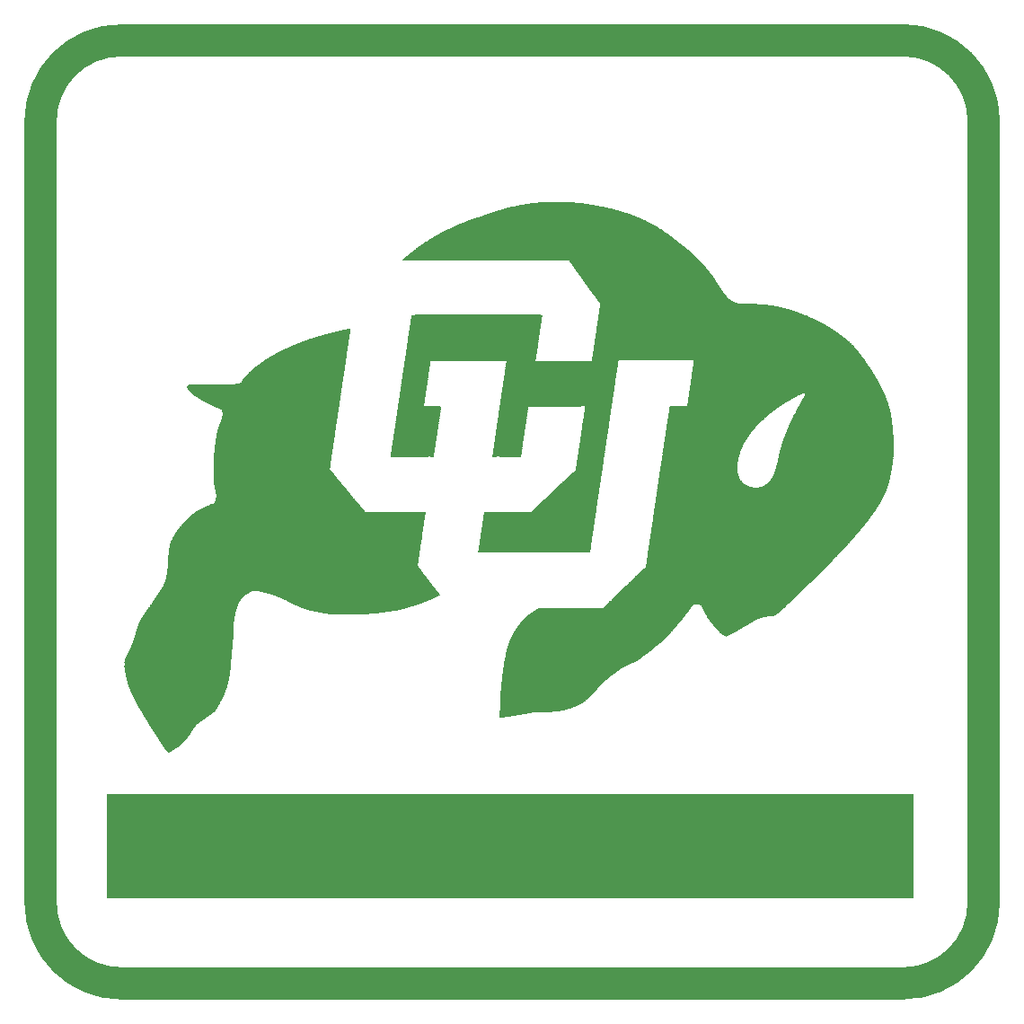
<source format=gbr>
%TF.GenerationSoftware,Altium Limited,Altium Designer,23.9.2 (47)*%
G04 Layer_Color=8388736*
%FSLAX45Y45*%
%MOMM*%
%TF.SameCoordinates,0BEFCB04-381F-44A6-839B-04312DFDC744*%
%TF.FilePolarity,Negative*%
%TF.FileFunction,Soldermask,Top*%
%TF.Part,Single*%
G01*
G75*
%TA.AperFunction,NonConductor*%
%ADD10C,3.04800*%
%ADD12R,76.07300X9.90600*%
G36*
X533454Y2920522D02*
X536822Y2921441D01*
X540191Y2920522D01*
X545703Y2919910D01*
X549378Y2918073D01*
X551215Y2918685D01*
X557646Y2918991D01*
X564077Y2918685D01*
X565914Y2919297D01*
X568364Y2918685D01*
X570508Y2918379D01*
X575101Y2919297D01*
X576326Y2918073D01*
X577551Y2917460D01*
X579388Y2915623D01*
X586738Y2916235D01*
X588575Y2915623D01*
X592863Y2916235D01*
X594700Y2915623D01*
X598987Y2916235D01*
X600825Y2915623D01*
X609399Y2915010D01*
X611849Y2912560D01*
X614911Y2913173D01*
X616749Y2913785D01*
X619198Y2913173D01*
X630529Y2913479D01*
X633898Y2912560D01*
X644922Y2911948D01*
X649209Y2910111D01*
X651046Y2910723D01*
X661764Y2909804D01*
X663908Y2908886D01*
X665133Y2907661D01*
X685344Y2907048D01*
X687182Y2906436D01*
X690244Y2905211D01*
X692081Y2904598D01*
X693306Y2905211D01*
X695144Y2905823D01*
X698206Y2904598D01*
X699431Y2905211D01*
X701268Y2905823D01*
X704331Y2904598D01*
X708312Y2903680D01*
X711068Y2902761D01*
X720867Y2902149D01*
X725154Y2899699D01*
X729135Y2900005D01*
X736179Y2899699D01*
X738016Y2900311D01*
X741078Y2899086D01*
X745978Y2898474D01*
X747203Y2897249D01*
X749653Y2896636D01*
X752103Y2897249D01*
X761290Y2896636D01*
X767414Y2894186D01*
X771701Y2894799D01*
X773539Y2895412D01*
X778438Y2892349D01*
X782726Y2891737D01*
X784563Y2892349D01*
X786094Y2892043D01*
X788850Y2892349D01*
X791913Y2891124D01*
X796200Y2889287D01*
X805999Y2888674D01*
X807837Y2886837D01*
X810286Y2886225D01*
X813349Y2886837D01*
X815186Y2886225D01*
X819473Y2886837D01*
X821617Y2885306D01*
X821923Y2884387D01*
X824373Y2883775D01*
X836622Y2883162D01*
X838460Y2881325D01*
X840909Y2880712D01*
X845197Y2881325D01*
X847647Y2880712D01*
X853771Y2878262D01*
X864183Y2877650D01*
X866020Y2875813D01*
X868470Y2875200D01*
X871533Y2876425D01*
X875207Y2875200D01*
X877657Y2874588D01*
X880720Y2873975D01*
X881944Y2872750D01*
X883475Y2872444D01*
X886232Y2873363D01*
X887456Y2872750D01*
X888988Y2870607D01*
X891744Y2870301D01*
X892969Y2870913D01*
X894806Y2870301D01*
X896643Y2870913D01*
X898481Y2870301D01*
X901543Y2869076D01*
X904606Y2867238D01*
X908893Y2867851D01*
X911955Y2866626D01*
X913180Y2865401D01*
X915630Y2864789D01*
X918080Y2865401D01*
X919611Y2865095D01*
X920223Y2863870D01*
X921754Y2862338D01*
X927879Y2862951D01*
X929716Y2862338D01*
X931554Y2862951D01*
X935535Y2862032D01*
X936454Y2861114D01*
X937678Y2860501D01*
X940741Y2859276D01*
X942578Y2859889D01*
X945028Y2859276D01*
X946865Y2857439D01*
X951153Y2856826D01*
X955440Y2857439D01*
X958808Y2854683D01*
X960952Y2853764D01*
X964014Y2854989D01*
X966464Y2854377D01*
X970751Y2851314D01*
X975038Y2851927D01*
X977488Y2849477D01*
X979938Y2848865D01*
X986675Y2848252D01*
X989125Y2845802D01*
X992188Y2847027D01*
X995250Y2845802D01*
X998312Y2845190D01*
X999231Y2844271D01*
X999537Y2843352D01*
X1001374Y2842740D01*
X1005662Y2844577D01*
X1009030Y2841821D01*
X1009949Y2840902D01*
X1015155Y2841209D01*
X1016380Y2840596D01*
X1016992Y2839371D01*
X1018523Y2837840D01*
X1021892Y2838146D01*
X1027098Y2835390D01*
X1028935Y2834778D01*
X1031997Y2836003D01*
X1034447Y2835390D01*
X1036285Y2833553D01*
X1038735Y2832940D01*
X1040572Y2833553D01*
X1042409Y2832940D01*
X1043328Y2832022D01*
X1043941Y2830797D01*
X1046696Y2829878D01*
X1048534Y2830491D01*
X1051596Y2828653D01*
X1052821Y2827428D01*
X1058027Y2827735D01*
X1061702Y2827122D01*
X1063845Y2824978D01*
X1069358Y2824366D01*
X1070583Y2822529D01*
X1075482Y2821304D01*
X1076707Y2819466D01*
X1086507Y2818854D01*
X1087425Y2817935D01*
X1087731Y2817016D01*
X1090181Y2816404D01*
X1093856Y2815791D01*
X1095694Y2813954D01*
X1097531Y2813342D01*
X1100593Y2814567D01*
X1101818Y2813954D01*
X1102737Y2813036D01*
X1103349Y2811810D01*
X1108249Y2811198D01*
X1113455Y2808442D01*
X1115905Y2809054D01*
X1117436Y2807523D01*
X1118048Y2806298D01*
X1120192Y2805380D01*
X1123254Y2806604D01*
X1125704Y2805992D01*
X1127542Y2804155D01*
X1132441Y2803542D01*
X1134278Y2801705D01*
X1137341Y2800480D01*
X1140403Y2798643D01*
X1142241Y2798030D01*
X1147140Y2797418D01*
X1150202Y2795580D01*
X1154184Y2794662D01*
X1155715Y2793130D01*
X1160002Y2792518D01*
X1160920Y2791599D01*
X1161533Y2790374D01*
X1168270Y2789762D01*
X1171026Y2787006D01*
X1174701Y2786393D01*
X1175620Y2785475D01*
X1175926Y2784556D01*
X1177457Y2784250D01*
X1180213Y2785168D01*
X1181438Y2784556D01*
X1182969Y2782412D01*
X1185725Y2782106D01*
X1187563Y2782719D01*
X1190319Y2781187D01*
X1190931Y2779962D01*
X1193075Y2779044D01*
X1194912Y2779656D01*
X1196443Y2778125D01*
X1197056Y2776900D01*
X1199200Y2775981D01*
X1201037Y2776594D01*
X1202262Y2775981D01*
X1203793Y2773838D01*
X1204099Y2773532D01*
X1206549Y2774757D01*
X1208693Y2773225D01*
X1209305Y2772001D01*
X1212980Y2771388D01*
X1215736Y2768632D01*
X1219411Y2768020D01*
X1221860Y2765570D01*
X1224310Y2766182D01*
X1227373Y2765570D01*
X1231660Y2762507D01*
X1232885Y2761895D01*
X1235947Y2760670D01*
X1239622Y2760057D01*
X1241153Y2757914D01*
X1243603Y2757301D01*
X1245747Y2755158D01*
X1249727Y2754239D01*
X1251259Y2752708D01*
X1256158Y2752096D01*
X1261058Y2749033D01*
X1263508Y2748421D01*
X1264733Y2747196D01*
X1269020Y2746583D01*
X1270245Y2745358D01*
X1272695Y2744746D01*
X1274838Y2743827D01*
X1275451Y2742602D01*
X1278513Y2741378D01*
X1280657Y2739234D01*
X1284331Y2738621D01*
X1285556Y2736784D01*
X1289844Y2736172D01*
X1290762Y2735253D01*
X1291375Y2734028D01*
X1295968Y2733109D01*
X1297193Y2731272D01*
X1299643Y2730659D01*
X1301481Y2728822D01*
X1303930Y2728209D01*
X1305768Y2727597D01*
X1307605Y2725760D01*
X1310055Y2725147D01*
X1311892Y2724535D01*
X1313117Y2723310D01*
X1315567Y2723922D01*
X1317098Y2723004D01*
X1318017Y2720860D01*
X1322304Y2720248D01*
X1323223Y2719329D01*
X1323835Y2718104D01*
X1327510Y2717491D01*
X1329654Y2714735D01*
X1333635Y2714429D01*
X1333941Y2713510D01*
X1338228Y2711061D01*
X1339453Y2709836D01*
X1342515Y2709223D01*
X1343434Y2708304D01*
X1344047Y2707080D01*
X1348640Y2706161D01*
X1350477Y2704324D01*
X1351702Y2703711D01*
X1352927Y2701874D01*
X1357214Y2701261D01*
X1358746Y2699118D01*
X1363952Y2696362D01*
X1367014Y2695137D01*
X1368239Y2693912D01*
X1369464Y2693299D01*
X1371301Y2691462D01*
X1374976Y2690849D01*
X1376507Y2688706D01*
X1377426Y2687787D01*
X1378651Y2687175D01*
X1380488Y2685337D01*
X1383550Y2684725D01*
X1384775Y2683500D01*
X1391512Y2680438D01*
X1392737Y2679825D01*
X1393962Y2678600D01*
X1396718Y2677069D01*
X1397331Y2675232D01*
X1401618Y2674619D01*
X1402230Y2673394D01*
X1406211Y2669413D01*
X1409886Y2668801D01*
X1412948Y2665738D01*
X1415398Y2665126D01*
X1418461Y2662064D01*
X1422135Y2661451D01*
X1423973Y2659614D01*
X1425198Y2659001D01*
X1427035Y2657164D01*
X1431322Y2654714D01*
X1435303Y2651958D01*
X1435916Y2650121D01*
X1436835Y2649202D01*
X1439284Y2648590D01*
X1443571Y2646140D01*
X1445103Y2643996D01*
X1449696Y2641852D01*
X1453065Y2639096D01*
X1457658Y2634503D01*
X1460720Y2633890D01*
X1462558Y2632053D01*
X1463783Y2631441D01*
X1465620Y2629603D01*
X1469907Y2628991D01*
X1470826Y2628072D01*
X1471439Y2626847D01*
X1472970Y2625316D01*
X1474807Y2624703D01*
X1477257Y2622254D01*
X1480319Y2620416D01*
X1482769Y2617967D01*
X1483994Y2617354D01*
X1485831Y2613679D01*
X1489506Y2613067D01*
X1491343Y2610617D01*
X1493181Y2610004D01*
X1494406Y2607555D01*
X1495631Y2606942D01*
X1498081Y2604492D01*
X1501755Y2603880D01*
X1504205Y2600818D01*
X1508186Y2599286D01*
X1510330Y2597755D01*
X1514311Y2593774D01*
X1514617Y2592856D01*
X1515842Y2592243D01*
X1517373Y2590712D01*
X1517679Y2589793D01*
X1522579Y2588568D01*
X1523192Y2587343D01*
X1524417Y2586731D01*
X1525948Y2585200D01*
X1526560Y2583975D01*
X1528704Y2582444D01*
X1529929Y2581219D01*
X1532378Y2580606D01*
X1533603Y2579994D01*
X1536053Y2577544D01*
X1537278Y2576932D01*
X1538503Y2575094D01*
X1539728Y2574482D01*
X1546159Y2571113D01*
X1548302Y2567132D01*
X1555040Y2563457D01*
X1555652Y2562232D01*
X1556877Y2561620D01*
X1562389Y2558558D01*
X1565451Y2555495D01*
X1567595Y2554577D01*
X1568207Y2553352D01*
X1569126Y2552433D01*
X1573107Y2550902D01*
X1577088Y2546921D01*
X1578313Y2546308D01*
X1583213Y2541409D01*
X1586275Y2540796D01*
X1587194Y2539878D01*
X1588725Y2537122D01*
X1589950Y2536509D01*
X1594543Y2533140D01*
X1595462Y2530997D01*
X1599443Y2529466D01*
X1603118Y2525791D01*
X1603424Y2524872D01*
X1607405Y2523341D01*
X1608017Y2521504D01*
X1608630Y2520279D01*
X1609548Y2519360D01*
X1613530Y2519054D01*
X1614142Y2517829D01*
X1616898Y2514461D01*
X1618123Y2513236D01*
X1620573Y2512623D01*
X1621798Y2512011D01*
X1622717Y2511092D01*
X1623329Y2509867D01*
X1624860Y2508336D01*
X1627922Y2506498D01*
X1629760Y2504661D01*
X1631291Y2504355D01*
X1633128Y2501292D01*
X1635272Y2499149D01*
X1637416Y2498230D01*
X1639253Y2495168D01*
X1641397Y2493024D01*
X1645071Y2492412D01*
X1649052Y2488431D01*
X1649665Y2487206D01*
X1651808Y2485675D01*
X1652727Y2484756D01*
X1653033Y2483837D01*
X1656096Y2482613D01*
X1660077Y2480469D01*
X1661608Y2477713D01*
X1662833Y2477100D01*
X1664670Y2475263D01*
X1665895Y2474650D01*
X1666814Y2473732D01*
X1667426Y2472507D01*
X1669876Y2470669D01*
X1670488Y2469445D01*
X1672938Y2468832D01*
X1675082Y2467914D01*
X1676613Y2465770D01*
X1677838Y2465157D01*
X1678451Y2463932D01*
X1679982Y2462401D01*
X1680900Y2462095D01*
X1681513Y2460870D01*
X1683044Y2459339D01*
X1683963Y2459033D01*
X1684575Y2457808D01*
X1685494Y2456889D01*
X1686719Y2456277D01*
X1688250Y2454133D01*
X1690393Y2452602D01*
X1692231Y2450764D01*
X1693150Y2450458D01*
X1693762Y2449233D01*
X1694681Y2448315D01*
X1695906Y2447702D01*
X1697437Y2445558D01*
X1698662Y2444946D01*
X1699274Y2443721D01*
X1700805Y2442190D01*
X1702030Y2441578D01*
X1703561Y2439434D01*
X1706317Y2436678D01*
X1707542Y2436065D01*
X1708461Y2435147D01*
X1709074Y2433922D01*
X1712442Y2432391D01*
X1713667Y2431778D01*
X1714586Y2430860D01*
X1715198Y2429634D01*
X1716117Y2428716D01*
X1718567Y2428103D01*
X1720098Y2426572D01*
X1720710Y2424122D01*
X1721629Y2423204D01*
X1725610Y2421060D01*
X1727754Y2417079D01*
X1731735Y2414935D01*
X1732959Y2411873D01*
X1733878Y2410955D01*
X1736328Y2410342D01*
X1737247Y2409423D01*
X1739390Y2405442D01*
X1743371Y2403299D01*
X1744596Y2400237D01*
X1745515Y2399318D01*
X1747352Y2398705D01*
X1749802Y2396255D01*
X1754089Y2393805D01*
X1755621Y2392887D01*
X1756233Y2391662D01*
X1777975Y2369920D01*
X1779200Y2369307D01*
X1781344Y2365939D01*
X1782263Y2365020D01*
X1783488Y2364408D01*
X1786244Y2361651D01*
X1786550Y2358283D01*
X1790531Y2356139D01*
X1791756Y2353077D01*
X1792675Y2352158D01*
X1795124Y2351546D01*
X1796043Y2350627D01*
X1798187Y2346646D01*
X1802168Y2344503D01*
X1803393Y2341440D01*
X1804311Y2340521D01*
X1806761Y2339909D01*
X1808292Y2338378D01*
X1808905Y2335928D01*
X1809823Y2335009D01*
X1813804Y2332866D01*
X1815948Y2328885D01*
X1819929Y2326741D01*
X1821154Y2323679D01*
X1823604Y2320004D01*
X1824216Y2318779D01*
X1826972Y2316023D01*
X1828197Y2315410D01*
X1829728Y2313267D01*
X1831566Y2312042D01*
X1833097Y2308674D01*
X1837078Y2306530D01*
X1837691Y2305305D01*
X1840140Y2302855D01*
X1840753Y2301018D01*
X1842284Y2299487D01*
X1843509Y2298874D01*
X1845040Y2297343D01*
X1845652Y2294893D01*
X1847184Y2292750D01*
X1848409Y2292137D01*
X1849327Y2291218D01*
X1849940Y2289993D01*
X1851777Y2288768D01*
X1852389Y2287544D01*
X1853308Y2286625D01*
X1854533Y2286012D01*
X1855452Y2285094D01*
X1855758Y2284175D01*
X1856983Y2283563D01*
X1857902Y2280806D01*
X1858208Y2278663D01*
X1862495Y2278050D01*
X1863414Y2277132D01*
X1864026Y2273457D01*
X1870151Y2267332D01*
X1873826Y2260595D01*
X1881788Y2252633D01*
X1882094Y2249265D01*
X1884238Y2248346D01*
X1886075Y2245284D01*
X1887300Y2244671D01*
X1887912Y2243446D01*
X1889750Y2241609D01*
X1891587Y2238547D01*
X1892506Y2237628D01*
X1893731Y2237015D01*
X1894649Y2236097D01*
X1896487Y2231810D01*
X1898018Y2229053D01*
X1899243Y2228441D01*
X1900774Y2226910D01*
X1901386Y2225685D01*
X1905061Y2222010D01*
X1905674Y2219560D01*
X1906286Y2218335D01*
X1908123Y2216498D01*
X1908736Y2214048D01*
X1909348Y2212211D01*
X1913329Y2208230D01*
X1914554Y2207617D01*
X1918841Y2199043D01*
X1920067Y2198430D01*
X1921598Y2196899D01*
X1923435Y2192612D01*
X1924047Y2191387D01*
X1927110Y2188325D01*
X1929560Y2184038D01*
X1930785Y2182812D01*
X1931397Y2181588D01*
X1932622Y2180363D01*
X1933847Y2175463D01*
X1935378Y2172094D01*
X1936603Y2171482D01*
X1940584Y2167501D01*
X1941197Y2163826D01*
X1942115Y2162908D01*
X1943340Y2162295D01*
X1944259Y2157702D01*
X1945177Y2156783D01*
X1946096Y2156477D01*
X1946709Y2155252D01*
X1948546Y2153415D01*
X1950383Y2150352D01*
X1952527Y2146371D01*
X1953752Y2145759D01*
X1955283Y2144228D01*
X1955896Y2141778D01*
X1957733Y2139940D01*
X1959570Y2135041D01*
X1960795Y2133816D01*
X1962326Y2129835D01*
X1963551Y2128610D01*
X1964470Y2128304D01*
X1966307Y2125241D01*
X1969982Y2121566D01*
X1970901Y2118198D01*
X1972126Y2116973D01*
X1973351Y2116361D01*
X1977944Y2108092D01*
X1980394Y2105642D01*
X1982844Y2101355D01*
X1984069Y2100130D01*
X1985906Y2097068D01*
X1988050Y2093087D01*
X1989275Y2092475D01*
X1993256Y2088494D01*
X1993868Y2084206D01*
X1996012Y2082675D01*
X1996624Y2081450D01*
X1997849Y2080838D01*
X2002443Y2076244D01*
X2003055Y2072570D01*
X2007342Y2068282D01*
X2007955Y2065833D01*
X2009792Y2062770D01*
X2014386Y2058177D01*
X2015610Y2057564D01*
X2017142Y2056033D01*
X2018979Y2051746D01*
X2020510Y2048990D01*
X2022347Y2048377D01*
X2023266Y2047459D01*
X2023879Y2045621D01*
X2024797Y2044703D01*
X2025716Y2044396D01*
X2027860Y2040415D01*
X2029085Y2039803D01*
X2031228Y2037659D01*
X2031841Y2035209D01*
X2033372Y2033678D01*
X2034291Y2033372D01*
X2034903Y2032147D01*
X2037353Y2029697D01*
X2037965Y2028472D01*
X2040721Y2024491D01*
X2041946Y2023879D01*
X2044090Y2022348D01*
X2044703Y2021123D01*
X2046846Y2018367D01*
X2048071Y2017754D01*
X2048990Y2016836D01*
X2049602Y2014386D01*
X2050521Y2013467D01*
X2052971Y2012854D01*
X2053889Y2011936D01*
X2054196Y2011017D01*
X2055421Y2010405D01*
X2058176Y2007649D01*
X2058483Y2006730D01*
X2059708Y2006117D01*
X2062770Y2003055D01*
X2065526Y2003362D01*
X2066751Y2002749D01*
X2067670Y2000605D01*
X2068895Y1999993D01*
X2070732Y1999380D01*
X2073794Y1997543D01*
X2075632Y1995706D01*
X2078694Y1993868D01*
X2079919Y1992643D01*
X2083594Y1992031D01*
X2086044Y1989581D01*
X2086962Y1989275D01*
X2087575Y1988050D01*
X2089106Y1986519D01*
X2092781Y1985906D01*
X2094618Y1984069D01*
X2098293Y1983457D01*
X2100130Y1981619D01*
X2102580Y1981007D01*
X2103805Y1979169D01*
X2106255Y1978557D01*
X2108092Y1977944D01*
X2109317Y1976719D01*
X2114217Y1976107D01*
X2118504Y1973657D01*
X2123404Y1973045D01*
X2128303Y1969982D01*
X2132591Y1968145D01*
X2137490Y1967533D01*
X2139328Y1965695D01*
X2141778Y1965083D01*
X2144840Y1966307D01*
X2147902Y1964470D01*
X2149127Y1963245D01*
X2151883Y1962939D01*
X2158927Y1963245D01*
X2162601Y1960795D01*
X2165051Y1960183D01*
X2176688Y1960795D01*
X2179138Y1963245D01*
X2181587Y1962633D01*
X2183425Y1962020D01*
X2185875Y1963245D01*
X2188937Y1962020D01*
X2193224Y1962633D01*
X2194449Y1963245D01*
X2197511Y1962020D01*
X2200574Y1963245D01*
X2203636Y1962020D01*
X2206698Y1963245D01*
X2209761Y1962020D01*
X2212211Y1963245D01*
X2215273Y1962020D01*
X2218335Y1963245D01*
X2221398Y1962020D01*
X2225685Y1962633D01*
X2226910Y1963245D01*
X2229972Y1962020D01*
X2233034Y1963245D01*
X2236097Y1962020D01*
X2263045Y1961408D01*
X2264270Y1960183D01*
X2278050Y1960489D01*
X2289381Y1960183D01*
X2291218Y1960795D01*
X2295505Y1960183D01*
X2311429Y1959570D01*
X2313267Y1958958D01*
X2322760Y1959264D01*
X2325210Y1958652D01*
X2326128Y1957733D01*
X2333784Y1957427D01*
X2336540Y1957733D01*
X2338378Y1957121D01*
X2342665Y1957733D01*
X2344502Y1957121D01*
X2346952Y1957733D01*
X2351239Y1957121D01*
X2357364Y1956508D01*
X2359201Y1954671D01*
X2369919Y1954977D01*
X2377575Y1954671D01*
X2378800Y1955283D01*
X2381862Y1954058D01*
X2386762Y1953446D01*
X2387987Y1952221D01*
X2391049Y1951608D01*
X2392887Y1952221D01*
X2402686Y1951608D01*
X2404524Y1950996D01*
X2411873Y1950383D01*
X2414935Y1949159D01*
X2424735Y1949771D01*
X2426572Y1950383D01*
X2435147Y1946096D01*
X2438209Y1947321D01*
X2440046Y1947934D01*
X2443109Y1946709D01*
X2445558Y1946096D01*
X2449539Y1946403D01*
X2451989Y1945790D01*
X2457195Y1944259D01*
X2464238Y1944565D01*
X2469138Y1942728D01*
X2470057Y1941809D01*
X2472507Y1941197D01*
X2474956Y1941809D01*
X2489043Y1941197D01*
X2490268Y1939972D01*
X2493330Y1938747D01*
X2501905Y1938134D01*
X2506192Y1935684D01*
X2510479Y1936909D01*
X2514460Y1935991D01*
X2516604Y1933847D01*
X2518748Y1933541D01*
X2529466Y1933847D01*
X2530997Y1932316D01*
X2531609Y1931091D01*
X2539571Y1930478D01*
X2541715Y1929560D01*
X2543552Y1927722D01*
X2548452Y1928335D01*
X2550289Y1927722D01*
X2554577Y1928335D01*
X2557639Y1926498D01*
X2560701Y1925273D01*
X2569888Y1924660D01*
X2571113Y1923435D01*
X2573563Y1922823D01*
X2577850Y1922210D01*
X2579075Y1920985D01*
X2582137Y1919760D01*
X2589487Y1919148D01*
X2591018Y1917004D01*
X2591937Y1916698D01*
X2594999Y1917923D01*
X2596224Y1917311D01*
X2597449Y1916086D01*
X2600511Y1914861D01*
X2605105Y1915167D01*
X2607554Y1914554D01*
X2608473Y1913636D01*
X2609698Y1913023D01*
X2611536Y1912411D01*
X2615210Y1911799D01*
X2616435Y1910574D01*
X2619497Y1909348D01*
X2626847Y1908736D01*
X2629297Y1906286D01*
X2631747Y1906899D01*
X2632359Y1907511D01*
X2636646Y1904449D01*
X2642159Y1903836D01*
X2644608Y1901387D01*
X2650733Y1900774D01*
X2651652Y1899855D01*
X2652264Y1898630D01*
X2654408Y1898324D01*
X2656245Y1898937D01*
X2659307Y1898324D01*
X2660839Y1896181D01*
X2661757Y1895262D01*
X2664820Y1896487D01*
X2666044Y1895875D01*
X2667882Y1894037D01*
X2672782Y1892812D01*
X2673700Y1891893D01*
X2674007Y1890975D01*
X2676456Y1890362D01*
X2683194Y1889750D01*
X2691155Y1886075D01*
X2695749Y1885156D01*
X2696668Y1884238D01*
X2697892Y1883625D01*
X2699730Y1883013D01*
X2703405Y1882400D01*
X2704630Y1881175D01*
X2707692Y1879951D01*
X2712591Y1879338D01*
X2713510Y1878419D01*
X2714123Y1877194D01*
X2718716Y1876276D01*
X2719941Y1875051D01*
X2721472Y1874745D01*
X2723616Y1875051D01*
X2727903Y1871988D01*
X2733415Y1871376D01*
X2735253Y1869539D01*
X2737702Y1868926D01*
X2739540Y1868314D01*
X2741377Y1866476D01*
X2747502Y1865864D01*
X2749952Y1863414D01*
X2752708Y1863720D01*
X2754545Y1862495D01*
X2755158Y1861270D01*
X2760057Y1860658D01*
X2761589Y1859127D01*
X2764651Y1857902D01*
X2767101Y1858514D01*
X2772000Y1855452D01*
X2774450Y1854840D01*
X2775675Y1853615D01*
X2778125Y1853002D01*
X2779962Y1853615D01*
X2781494Y1852083D01*
X2782106Y1850859D01*
X2785781Y1850246D01*
X2789149Y1848102D01*
X2790987Y1847490D01*
X2793436Y1848715D01*
X2795580Y1847184D01*
X2796193Y1845959D01*
X2800786Y1843815D01*
X2802011Y1842590D01*
X2805379Y1841672D01*
X2807523Y1840140D01*
X2809360Y1839528D01*
X2811810Y1838916D01*
X2813035Y1837691D01*
X2815485Y1837078D01*
X2817323Y1837691D01*
X2820385Y1835853D01*
X2823141Y1833710D01*
X2823753Y1832485D01*
X2826509Y1831566D01*
X2831409Y1830953D01*
X2833247Y1829116D01*
X2837227Y1827585D01*
X2840290Y1826972D01*
X2842740Y1826360D01*
X2843658Y1825441D01*
X2854070Y1819929D01*
X2857132Y1818704D01*
X2860195Y1816867D01*
X2863257Y1815642D01*
X2873669Y1810742D01*
X2876119Y1810130D01*
X2877956Y1808293D01*
X2880406Y1807680D01*
X2881937Y1805536D01*
X2885000Y1804924D01*
X2886224Y1804311D01*
X2886837Y1803087D01*
X2887755Y1802168D01*
X2892043Y1801555D01*
X2892961Y1800637D01*
X2893574Y1799412D01*
X2897249Y1798799D01*
X2899392Y1796656D01*
X2904292Y1795431D01*
X2912254Y1791143D01*
X2913479Y1789919D01*
X2919297Y1787775D01*
X2931240Y1781344D01*
X2933078Y1780732D01*
X2939815Y1777057D01*
X2941040Y1775832D01*
X2944714Y1775219D01*
X2946246Y1773076D01*
X2950839Y1772157D01*
X2951758Y1771239D01*
X2952370Y1770014D01*
X2953289Y1769095D01*
X2955739Y1768482D01*
X2959413Y1766033D01*
X2962476Y1764808D01*
X2963701Y1764195D01*
X2967069Y1761439D01*
X2968600Y1759908D01*
X2972582Y1758377D01*
X2977481Y1755314D01*
X2978400Y1754396D01*
X2981768Y1753477D01*
X2983912Y1751946D01*
X2985749Y1751334D01*
X2992487Y1747659D01*
X2994936Y1745209D01*
X3000755Y1743065D01*
X3001673Y1742147D01*
X3002898Y1741534D01*
X3005654Y1739390D01*
X3006267Y1738166D01*
X3009329Y1737553D01*
X3011166Y1736941D01*
X3011779Y1735716D01*
X3015454Y1733878D01*
X3018210Y1731122D01*
X3020966Y1729591D01*
X3021885Y1727448D01*
X3024335Y1726835D01*
X3025559Y1727448D01*
X3029847Y1724385D01*
X3031071Y1723773D01*
X3034440Y1720404D01*
X3034746Y1719486D01*
X3039646Y1718261D01*
X3040258Y1717036D01*
X3042708Y1716423D01*
X3043321Y1717036D01*
X3045464Y1715505D01*
X3046077Y1714280D01*
X3048220Y1712748D01*
X3049752Y1710605D01*
X3051895Y1708461D01*
X3056795Y1707236D01*
X3058326Y1705093D01*
X3059245Y1704174D01*
X3063226Y1702643D01*
X3068432Y1699887D01*
X3069963Y1697743D01*
X3072106Y1696212D01*
X3074556Y1693762D01*
X3080069Y1690700D01*
X3082518Y1688250D01*
X3086499Y1686719D01*
X3088643Y1685188D01*
X3091705Y1682125D01*
X3092930Y1681513D01*
X3093849Y1680594D01*
X3094155Y1679676D01*
X3098136Y1678144D01*
X3099055Y1677226D01*
X3102117Y1675388D01*
X3103342Y1673551D01*
X3110385Y1670182D01*
X3111304Y1666814D01*
X3113141Y1666201D01*
X3115591Y1665589D01*
X3116816Y1664364D01*
X3118041Y1663752D01*
X3119572Y1662220D01*
X3119878Y1661302D01*
X3121103Y1660689D01*
X3122635Y1659158D01*
X3122941Y1658240D01*
X3124166Y1657627D01*
X3125084Y1656708D01*
X3125697Y1655483D01*
X3127840Y1653952D01*
X3129065Y1652115D01*
X3132740Y1651502D01*
X3138252Y1645990D01*
X3144989Y1642315D01*
X3146214Y1640478D01*
X3147439Y1639866D01*
X3148358Y1638947D01*
X3148970Y1637722D01*
X3149889Y1636803D01*
X3151114Y1636191D01*
X3152033Y1635272D01*
X3152339Y1634353D01*
X3154789Y1633741D01*
X3156626Y1633129D01*
X3158464Y1630679D01*
X3159688Y1630066D01*
X3162138Y1627616D01*
X3163057Y1627310D01*
X3163669Y1626085D01*
X3164588Y1625166D01*
X3165507Y1624860D01*
X3166119Y1623635D01*
X3167651Y1622104D01*
X3168875Y1621492D01*
X3171325Y1618429D01*
X3172244Y1618123D01*
X3172856Y1616898D01*
X3179900Y1612917D01*
X3188474Y1604343D01*
X3190924Y1603730D01*
X3192761Y1601893D01*
X3193986Y1601281D01*
X3197048Y1598218D01*
X3198274Y1597606D01*
X3202254Y1593625D01*
X3202867Y1591787D01*
X3203786Y1590869D01*
X3206848Y1589031D01*
X3207767Y1588113D01*
X3209298Y1585356D01*
X3212360Y1583519D01*
X3213891Y1581988D01*
X3214504Y1580151D01*
X3215422Y1579232D01*
X3218485Y1577395D01*
X3219404Y1576476D01*
X3221241Y1573413D01*
X3223384Y1572495D01*
X3225528Y1570351D01*
X3227059Y1567595D01*
X3230122Y1565758D01*
X3232877Y1563002D01*
X3234715Y1559939D01*
X3237165Y1555652D01*
X3246658Y1546159D01*
X3247883Y1545547D01*
X3248801Y1544628D01*
X3249414Y1543403D01*
X3251251Y1541566D01*
X3251864Y1537891D01*
X3252783Y1536972D01*
X3254007Y1536360D01*
X3255539Y1534216D01*
X3257376Y1532991D01*
X3257988Y1531766D01*
X3261970Y1527785D01*
X3262888Y1527479D01*
X3263501Y1526254D01*
X3264419Y1525335D01*
X3265644Y1524723D01*
X3266563Y1523804D01*
X3267788Y1520742D01*
X3269931Y1516761D01*
X3271157Y1516148D01*
X3272075Y1515230D01*
X3272688Y1514005D01*
X3274831Y1512473D01*
X3276056Y1510636D01*
X3277281Y1510024D01*
X3278200Y1509105D01*
X3278812Y1505430D01*
X3281262Y1502980D01*
X3281568Y1502062D01*
X3282793Y1501449D01*
X3284324Y1499918D01*
X3284630Y1499000D01*
X3285549Y1498693D01*
X3286774Y1495631D01*
X3287387Y1493794D01*
X3289836Y1493181D01*
X3291061Y1492569D01*
X3291674Y1490119D01*
X3294430Y1486750D01*
X3295961Y1485219D01*
X3297799Y1482157D01*
X3299636Y1480932D01*
X3300248Y1479707D01*
X3301167Y1478788D01*
X3302392Y1478176D01*
X3306067Y1470826D01*
X3308823Y1468683D01*
X3309435Y1467458D01*
X3311579Y1465926D01*
X3314641Y1459189D01*
X3318010Y1456433D01*
X3319235Y1453371D01*
X3319847Y1450921D01*
X3321991Y1449390D01*
X3325972Y1445409D01*
X3326584Y1444184D01*
X3328115Y1442653D01*
X3329340Y1442041D01*
X3329953Y1438366D01*
X3333015Y1435303D01*
X3334240Y1434691D01*
X3335159Y1433772D01*
X3335771Y1429485D01*
X3339446Y1427648D01*
X3343733Y1419686D01*
X3347714Y1415705D01*
X3348633Y1415398D01*
X3350470Y1411111D01*
X3351083Y1409886D01*
X3352614Y1407743D01*
X3353839Y1407130D01*
X3354757Y1406212D01*
X3355982Y1403149D01*
X3356595Y1401924D01*
X3359045Y1400700D01*
X3359657Y1395187D01*
X3361188Y1393044D01*
X3362413Y1392431D01*
X3366394Y1388450D01*
X3370069Y1381713D01*
X3372519Y1379263D01*
X3372825Y1375895D01*
X3376194Y1374976D01*
X3376806Y1373751D01*
X3378031Y1370689D01*
X3378643Y1367626D01*
X3379562Y1366708D01*
X3381399Y1366095D01*
X3382930Y1364564D01*
X3383543Y1363339D01*
X3384768Y1360277D01*
X3385381Y1359052D01*
X3387524Y1357521D01*
X3389974Y1353846D01*
X3390586Y1351396D01*
X3392117Y1349253D01*
X3393342Y1346190D01*
X3393955Y1344965D01*
X3397017Y1341903D01*
X3397630Y1340678D01*
X3398855Y1339453D01*
X3399467Y1336391D01*
X3400998Y1334860D01*
X3401917Y1334554D01*
X3402529Y1333329D01*
X3404979Y1329654D01*
X3405592Y1328429D01*
X3407429Y1327204D01*
X3408041Y1322917D01*
X3408960Y1321998D01*
X3410185Y1321386D01*
X3411716Y1318017D01*
X3413860Y1314036D01*
X3417841Y1312505D01*
X3418453Y1307605D01*
X3420903Y1306380D01*
X3421516Y1301481D01*
X3424272Y1298112D01*
X3425803Y1296581D01*
X3429478Y1289844D01*
X3431315Y1288007D01*
X3431928Y1286782D01*
X3439277Y1272695D01*
X3441727Y1270245D01*
X3445402Y1263508D01*
X3447239Y1262283D01*
X3448158Y1258915D01*
X3449689Y1256771D01*
X3454589Y1246359D01*
X3455201Y1243297D01*
X3457345Y1241766D01*
X3457957Y1238091D01*
X3461326Y1234722D01*
X3461938Y1233497D01*
X3463163Y1232273D01*
X3463776Y1231048D01*
X3466225Y1226760D01*
X3468675Y1224310D01*
X3469288Y1219411D01*
X3471125Y1217573D01*
X3472350Y1214511D01*
X3474187Y1211449D01*
X3476025Y1207162D01*
X3476637Y1205937D01*
X3478168Y1204406D01*
X3479087Y1204099D01*
X3479699Y1201649D01*
X3479087Y1201037D01*
X3483068Y1195219D01*
X3483987Y1194300D01*
X3484599Y1190625D01*
X3487049Y1188175D01*
X3487662Y1183276D01*
X3488580Y1182357D01*
X3489499Y1182051D01*
X3491030Y1178070D01*
X3491949Y1177151D01*
X3493480Y1173170D01*
X3494399Y1172251D01*
X3495623Y1169189D01*
X3497461Y1166127D01*
X3498686Y1163064D01*
X3502361Y1156940D01*
X3503586Y1155715D01*
X3504504Y1151121D01*
X3506035Y1147140D01*
X3507567Y1145609D01*
X3508485Y1145303D01*
X3509098Y1143466D01*
X3508485Y1141628D01*
X3510016Y1140097D01*
X3511241Y1139485D01*
X3512160Y1136728D01*
X3511547Y1134279D01*
X3512160Y1132441D01*
X3514304Y1130910D01*
X3515222Y1128767D01*
X3516447Y1125704D01*
X3517060Y1122642D01*
X3518897Y1122030D01*
X3520122Y1117130D01*
X3521041Y1116211D01*
X3521959Y1115905D01*
X3522572Y1111618D01*
X3524409Y1109780D01*
X3525022Y1106105D01*
X3526859Y1103043D01*
X3527471Y1100593D01*
X3528084Y1097531D01*
X3529921Y1095694D01*
X3531146Y1090794D01*
X3536046Y1080382D01*
X3537883Y1077320D01*
X3538496Y1075482D01*
X3539108Y1071808D01*
X3539721Y1069970D01*
X3540333Y1067520D01*
X3543396Y1064458D01*
X3544008Y1062008D01*
X3542783Y1058946D01*
X3545845Y1055884D01*
X3546458Y1050984D01*
X3548908Y1047309D01*
X3549520Y1042409D01*
X3551357Y1040572D01*
X3551970Y1036285D01*
X3552889Y1035366D01*
X3554114Y1034754D01*
X3555032Y1032610D01*
X3553807Y1029548D01*
X3555339Y1028016D01*
X3556563Y1027404D01*
X3557176Y1022504D01*
X3558094Y1020361D01*
X3559320Y1019136D01*
X3559932Y1016686D01*
X3560544Y1011786D01*
X3562382Y1009949D01*
X3562994Y1007499D01*
X3562382Y1003825D01*
X3564219Y1000762D01*
X3565444Y999537D01*
X3565138Y993719D01*
X3567894Y991575D01*
X3568506Y985451D01*
X3569731Y984226D01*
X3570344Y983001D01*
X3570956Y981163D01*
X3570344Y978714D01*
X3570956Y975651D01*
X3573406Y971976D01*
X3573712Y968608D01*
X3572181Y965239D01*
X3573712Y963708D01*
X3574937Y963096D01*
X3576468Y959727D01*
X3575856Y957277D01*
X3575244Y955440D01*
X3575856Y951153D01*
X3576775Y950234D01*
X3578000Y949622D01*
X3578612Y941047D01*
X3581368Y938291D01*
X3581981Y928492D01*
X3582899Y927573D01*
X3583818Y927267D01*
X3584430Y924817D01*
X3583818Y916855D01*
X3585043Y915630D01*
X3585655Y913792D01*
X3585043Y911955D01*
X3586268Y908893D01*
X3586880Y904606D01*
X3586268Y899093D01*
X3588105Y894806D01*
X3589330Y890519D01*
X3589024Y877351D01*
X3591780Y872145D01*
X3592392Y869695D01*
X3592086Y853465D01*
X3592699Y851015D01*
X3594230Y847034D01*
X3594842Y831723D01*
X3594230Y829885D01*
X3594842Y828048D01*
X3596067Y824986D01*
X3596680Y821311D01*
X3597292Y819474D01*
X3596986Y806918D01*
X3597598Y804468D01*
X3599129Y799262D01*
X3599742Y794363D01*
X3600354Y792525D01*
X3599742Y790688D01*
X3600048Y777520D01*
X3599742Y774151D01*
X3600967Y772926D01*
X3602804Y768639D01*
X3602192Y753940D01*
X3601579Y752715D01*
X3604029Y748428D01*
X3604642Y744141D01*
X3605254Y737404D01*
X3605867Y735566D01*
X3604642Y732504D01*
X3605254Y725767D01*
X3606479Y724542D01*
X3607092Y722092D01*
X3607704Y706781D01*
X3608316Y680445D01*
X3609541Y679220D01*
X3610460Y675239D01*
X3610766Y660846D01*
X3610154Y659009D01*
X3610766Y656559D01*
X3610460Y634816D01*
X3610766Y613686D01*
X3610154Y611849D01*
X3610766Y609399D01*
X3610460Y587657D01*
X3610766Y564077D01*
X3610154Y562240D01*
X3609541Y558565D01*
X3607704Y556728D01*
X3607092Y519980D01*
X3604642Y516305D01*
X3605254Y510793D01*
X3605867Y508956D01*
X3604642Y505893D01*
X3605867Y502831D01*
X3605254Y501606D01*
X3604029Y498544D01*
X3603110Y495175D01*
X3602804Y482007D01*
X3603417Y480782D01*
X3601579Y477720D01*
X3599742Y473433D01*
X3600048Y469452D01*
X3599742Y461796D01*
X3600354Y459959D01*
X3599129Y456896D01*
X3596680Y448934D01*
X3597905Y444647D01*
X3597292Y442197D01*
X3594230Y439135D01*
X3594842Y434235D01*
X3594230Y432398D01*
X3594842Y429948D01*
X3594230Y423823D01*
X3592392Y419536D01*
X3592086Y416168D01*
X3592392Y411574D01*
X3591780Y409737D01*
X3592392Y407899D01*
X3591780Y405450D01*
X3589943Y403612D01*
X3589330Y401162D01*
X3588718Y390751D01*
X3586880Y388913D01*
X3586268Y386463D01*
X3586574Y376358D01*
X3584124Y372683D01*
X3583818Y368089D01*
X3584430Y366252D01*
X3583818Y361965D01*
X3581368Y360128D01*
X3581062Y352472D01*
X3581368Y347266D01*
X3578306Y342978D01*
X3577693Y334404D01*
X3576468Y333179D01*
X3575244Y330117D01*
X3575856Y322767D01*
X3576468Y320930D01*
X3574631Y317868D01*
X3573406Y314805D01*
X3573712Y307149D01*
X3572181Y305006D01*
X3570344Y303169D01*
X3570650Y298575D01*
X3570038Y296125D01*
X3567281Y293982D01*
X3567894Y290919D01*
X3567281Y289082D01*
X3568506Y286019D01*
X3567894Y284182D01*
X3566057Y282957D01*
X3565444Y280507D01*
X3564832Y273770D01*
X3562994Y269483D01*
X3562076Y266115D01*
X3560544Y263971D01*
X3559320Y260909D01*
X3559932Y259071D01*
X3559320Y254172D01*
X3557482Y252334D01*
X3556870Y249884D01*
X3557482Y247435D01*
X3554420Y244372D01*
X3553807Y240085D01*
X3553195Y238860D01*
X3551970Y237635D01*
X3551357Y235185D01*
X3551970Y232735D01*
X3551357Y229673D01*
X3550439Y228754D01*
X3549520Y228448D01*
X3548295Y223548D01*
X3547376Y222630D01*
X3546152Y222017D01*
X3545539Y217118D01*
X3544008Y215587D01*
X3543396Y210687D01*
X3542477Y209768D01*
X3541252Y209156D01*
X3540946Y206400D01*
X3541558Y204562D01*
X3540639Y201806D01*
X3538496Y200888D01*
X3537883Y199050D01*
X3538496Y197825D01*
X3533596Y187413D01*
X3532677Y183432D01*
X3530534Y181289D01*
X3529921Y176389D01*
X3528084Y174552D01*
X3527471Y170264D01*
X3525328Y168733D01*
X3524715Y164446D01*
X3523491Y163834D01*
X3522572Y162915D01*
X3521347Y159853D01*
X3519510Y158015D01*
X3518897Y154340D01*
X3517978Y153422D01*
X3517060Y153116D01*
X3515835Y148216D01*
X3513997Y146991D01*
X3513079Y143010D01*
X3512160Y142091D01*
X3511547Y140254D01*
X3512160Y138416D01*
X3510629Y136885D01*
X3509404Y136273D01*
X3508485Y131679D01*
X3506341Y130148D01*
X3505729Y126473D01*
X3504504Y125861D01*
X3502973Y124330D01*
X3501442Y120349D01*
X3499298Y116980D01*
X3498686Y114530D01*
X3497461Y113306D01*
X3496848Y112081D01*
X3495011Y109018D01*
X3493174Y107181D01*
X3492561Y104731D01*
X3490111Y102281D01*
X3489499Y98606D01*
X3487049Y96157D01*
X3486437Y92482D01*
X3482149Y88195D01*
X3481537Y83907D01*
X3479087Y82682D01*
X3478475Y80233D01*
X3477862Y79008D01*
X3476637Y77783D01*
X3475106Y75027D01*
X3473881Y74414D01*
X3472962Y69208D01*
X3469288Y65534D01*
X3468675Y64308D01*
X3467757Y63390D01*
X3466838Y63084D01*
X3465613Y58184D01*
X3463469Y56653D01*
X3462857Y54203D01*
X3461326Y52059D01*
X3459182Y49303D01*
X3457957Y48691D01*
X3457039Y44097D01*
X3454589Y42260D01*
X3453976Y41035D01*
X3453057Y40116D01*
X3451833Y39504D01*
X3450914Y38585D01*
X3450301Y36135D01*
X3449689Y32461D01*
X3447545Y30929D01*
X3444483Y26030D01*
X3442339Y23886D01*
X3439583Y18680D01*
X3438358Y18068D01*
X3437440Y17149D01*
X3436827Y14699D01*
X3436215Y13474D01*
X3433459Y10106D01*
X3431928Y9187D01*
X3431315Y6737D01*
X3429478Y3675D01*
X3427334Y919D01*
X3426109Y306D01*
X3425497Y-2144D01*
X3421822Y-7656D01*
X3420597Y-8268D01*
X3418453Y-12862D01*
X3415697Y-16842D01*
X3414472Y-17455D01*
X3413554Y-18374D01*
X3412941Y-20211D01*
X3410491Y-22661D01*
X3409879Y-23886D01*
X3408960Y-24805D01*
X3408041Y-25111D01*
X3407429Y-27561D01*
X3406817Y-31235D01*
X3403142Y-34910D01*
X3402836Y-35829D01*
X3399773Y-36441D01*
X3398855Y-37360D01*
X3398548Y-41341D01*
X3395486Y-43178D01*
X3394261Y-45016D01*
X3393036Y-45628D01*
X3390893Y-50222D01*
X3388136Y-54203D01*
X3386912Y-54815D01*
X3385381Y-57571D01*
X3384768Y-61858D01*
X3381706Y-63083D01*
X3378031Y-66758D01*
X3377112Y-70739D01*
X3374050Y-72576D01*
X3373131Y-73495D01*
X3371294Y-76558D01*
X3363944Y-83907D01*
X3363332Y-86357D01*
X3362719Y-88194D01*
X3360882Y-90032D01*
X3359045Y-94931D01*
X3355676Y-97075D01*
X3349245Y-103506D01*
X3345570Y-110243D01*
X3344652Y-111162D01*
X3343733Y-111468D01*
X3343121Y-112693D01*
X3342202Y-113611D01*
X3340977Y-114224D01*
X3339446Y-116368D01*
X3337609Y-117592D01*
X3336996Y-120655D01*
X3335771Y-121880D01*
X3335159Y-123105D01*
X3333628Y-125248D01*
X3332403Y-125861D01*
X3331484Y-126779D01*
X3330871Y-128004D01*
X3329034Y-129229D01*
X3328422Y-131679D01*
X3327809Y-132904D01*
X3326584Y-134129D01*
X3325972Y-135354D01*
X3325053Y-136885D01*
X3323828Y-137498D01*
X3322909Y-138416D01*
X3322297Y-139641D01*
X3321378Y-140560D01*
X3320153Y-141172D01*
X3317397Y-143928D01*
X3316785Y-145153D01*
X3314641Y-146684D01*
X3313722Y-147603D01*
X3313110Y-150053D01*
X3310048Y-154340D01*
X3308210Y-156177D01*
X3307598Y-157403D01*
X3305454Y-158934D01*
X3302698Y-161690D01*
X3301473Y-164752D01*
X3299942Y-166283D01*
X3298717Y-166896D01*
X3297799Y-167814D01*
X3297186Y-170264D01*
X3293511Y-173939D01*
X3292899Y-175164D01*
X3287387Y-178226D01*
X3286774Y-180676D01*
X3286162Y-184351D01*
X3284630Y-185882D01*
X3281568Y-186494D01*
X3280650Y-187413D01*
X3280037Y-188638D01*
X3277587Y-190475D01*
X3276975Y-191700D01*
X3275137Y-192925D01*
X3274525Y-194150D01*
X3273606Y-195069D01*
X3272381Y-195681D01*
X3270850Y-199662D01*
X3270238Y-202725D01*
X3265951Y-205174D01*
X3265338Y-206399D01*
X3263194Y-207930D01*
X3262582Y-209156D01*
X3261357Y-209768D01*
X3257376Y-213749D01*
X3256764Y-214974D01*
X3255845Y-215893D01*
X3254926Y-216199D01*
X3254314Y-218649D01*
X3252476Y-221711D01*
X3251251Y-222936D01*
X3250945Y-223855D01*
X3249720Y-224467D01*
X3245127Y-229061D01*
X3244821Y-229979D01*
X3243596Y-230592D01*
X3239615Y-234573D01*
X3235940Y-241310D01*
X3233184Y-244066D01*
X3231959Y-244678D01*
X3229815Y-246822D01*
X3229203Y-248047D01*
X3225528Y-251722D01*
X3223997Y-255090D01*
X3219710Y-257540D01*
X3218791Y-259684D01*
X3213891Y-264583D01*
X3211441Y-268870D01*
X3205623Y-274689D01*
X3202561Y-276526D01*
X3200417Y-279895D01*
X3196436Y-283876D01*
X3194599Y-284488D01*
X3193680Y-285407D01*
X3192149Y-289388D01*
X3185106Y-296431D01*
X3184493Y-297656D01*
X3181431Y-300718D01*
X3180818Y-302556D01*
X3179287Y-304087D01*
X3176225Y-305924D01*
X3169794Y-312355D01*
X3166732Y-317867D01*
X3164282Y-320317D01*
X3163669Y-321542D01*
X3162751Y-322461D01*
X3161526Y-323073D01*
X3159995Y-325217D01*
X3158157Y-326442D01*
X3157545Y-327667D01*
X3155401Y-329198D01*
X3154176Y-331035D01*
X3152951Y-331648D01*
X3151420Y-333791D01*
X3149583Y-335016D01*
X3148970Y-336241D01*
X3148052Y-337160D01*
X3146827Y-337772D01*
X3145295Y-339916D01*
X3143458Y-341141D01*
X3142846Y-343591D01*
X3139783Y-347878D01*
X3120185Y-367477D01*
X3119572Y-368702D01*
X3117429Y-370233D01*
X3116204Y-372070D01*
X3114979Y-372683D01*
X3114060Y-373601D01*
X3113448Y-374826D01*
X3111304Y-376357D01*
X3110692Y-377582D01*
X3109466Y-378195D01*
X3107935Y-379726D01*
X3107323Y-380951D01*
X3105486Y-382176D01*
X3104873Y-383401D01*
X3101811Y-385851D01*
X3101505Y-386769D01*
X3100280Y-387382D01*
X3099361Y-388300D01*
X3098748Y-389525D01*
X3096299Y-391363D01*
X3095686Y-392588D01*
X3093236Y-394425D01*
X3092624Y-395650D01*
X3090787Y-396875D01*
X3090174Y-398100D01*
X3088030Y-399631D01*
X3086806Y-401468D01*
X3085581Y-402081D01*
X3084662Y-402999D01*
X3084049Y-404224D01*
X3081906Y-405756D01*
X3080681Y-407593D01*
X3079456Y-408205D01*
X3075169Y-416167D01*
X3073944Y-416780D01*
X3063838Y-426886D01*
X3063532Y-427804D01*
X3062307Y-428417D01*
X3034440Y-456284D01*
X3034134Y-457202D01*
X3032909Y-457815D01*
X3025866Y-464858D01*
X3025559Y-465777D01*
X3024335Y-466389D01*
X3022803Y-467920D01*
X3022191Y-469758D01*
X3019741Y-472208D01*
X3017291Y-476495D01*
X3013616Y-480170D01*
X3013310Y-481088D01*
X3012085Y-481701D01*
X3008717Y-485069D01*
X3008104Y-486294D01*
X3007186Y-487213D01*
X3005961Y-487825D01*
X3002592Y-491194D01*
X3001980Y-492419D01*
X3001061Y-493338D01*
X2999836Y-493950D01*
X2997080Y-496706D01*
X2996467Y-497931D01*
X2995549Y-498850D01*
X2994324Y-499462D01*
X2990955Y-502831D01*
X2990343Y-504056D01*
X2989424Y-504974D01*
X2988199Y-505587D01*
X2984831Y-508955D01*
X2984218Y-510180D01*
X2980543Y-513243D01*
X2979319Y-514467D01*
X2978706Y-515692D01*
X2977787Y-516611D01*
X2976562Y-517224D01*
X2973194Y-520592D01*
X2972582Y-521817D01*
X2971663Y-522736D01*
X2970438Y-523348D01*
X2967682Y-526104D01*
X2967069Y-527329D01*
X2966151Y-528248D01*
X2964926Y-528860D01*
X2961557Y-532229D01*
X2960945Y-533454D01*
X2960026Y-534373D01*
X2958801Y-534985D01*
X2955432Y-538354D01*
X2954820Y-539578D01*
X2951145Y-542641D01*
X2949920Y-543866D01*
X2949308Y-545091D01*
X2948389Y-546009D01*
X2947164Y-546622D01*
X2943796Y-549990D01*
X2943183Y-551215D01*
X2942265Y-552134D01*
X2941040Y-552746D01*
X2938284Y-555502D01*
X2937671Y-556727D01*
X2936753Y-557646D01*
X2935528Y-558258D01*
X2932159Y-561627D01*
X2931547Y-562852D01*
X2930628Y-563771D01*
X2929403Y-564383D01*
X2926034Y-567752D01*
X2925422Y-568977D01*
X2923278Y-570508D01*
X2920522Y-573264D01*
X2919910Y-574489D01*
X2918991Y-575407D01*
X2917766Y-576020D01*
X2914398Y-579388D01*
X2913785Y-580613D01*
X2912866Y-581532D01*
X2911642Y-582144D01*
X2908885Y-584901D01*
X2908273Y-586126D01*
X2907354Y-587044D01*
X2906129Y-587657D01*
X2902761Y-591025D01*
X2902148Y-592250D01*
X2901230Y-593169D01*
X2900005Y-593781D01*
X2896636Y-597150D01*
X2896330Y-598068D01*
X2895105Y-598681D01*
X2890512Y-603274D01*
X2889899Y-604499D01*
X2887755Y-606031D01*
X2885000Y-608786D01*
X2884387Y-610011D01*
X2883468Y-610930D01*
X2882243Y-611543D01*
X2879487Y-614299D01*
X2878875Y-615524D01*
X2877956Y-616442D01*
X2876731Y-617055D01*
X2873363Y-620423D01*
X2872750Y-621648D01*
X2871831Y-622567D01*
X2870607Y-623179D01*
X2867238Y-626548D01*
X2866626Y-627773D01*
X2864482Y-629304D01*
X2861726Y-632060D01*
X2861113Y-633285D01*
X2858970Y-634816D01*
X2854989Y-638797D01*
X2854376Y-640022D01*
X2852233Y-641553D01*
X2850089Y-643697D01*
X2849477Y-644922D01*
X2848558Y-645840D01*
X2847333Y-646453D01*
X2843965Y-649821D01*
X2843352Y-651046D01*
X2842433Y-651965D01*
X2841208Y-652578D01*
X2837840Y-655946D01*
X2837534Y-656865D01*
X2836309Y-657477D01*
X2828347Y-665439D01*
X2825897Y-666052D01*
X2822835Y-669114D01*
X2820997Y-669726D01*
X2820079Y-670645D01*
X2819772Y-671564D01*
X2818547Y-672176D01*
X2758220Y-732504D01*
X2757607Y-733729D01*
X2749646Y-738016D01*
X2749033Y-739241D01*
X2746889Y-740772D01*
X2745665Y-742609D01*
X2744440Y-743222D01*
X2743521Y-744140D01*
X2743215Y-745059D01*
X2741990Y-745672D01*
X2740459Y-747203D01*
X2739846Y-748428D01*
X2738009Y-749653D01*
X2737396Y-750878D01*
X2734947Y-752715D01*
X2734334Y-753940D01*
X2731884Y-755777D01*
X2731272Y-757002D01*
X2728822Y-758839D01*
X2728515Y-759758D01*
X2727291Y-760371D01*
X2725760Y-761902D01*
X2725147Y-763127D01*
X2723310Y-764352D01*
X2722697Y-765577D01*
X2720554Y-767108D01*
X2719329Y-768945D01*
X2718104Y-769558D01*
X2717185Y-770476D01*
X2716573Y-774151D01*
X2715042Y-775682D01*
X2711367Y-776295D01*
X2710142Y-778132D01*
X2708917Y-778745D01*
X2707692Y-780582D01*
X2706467Y-781195D01*
X2705548Y-782113D01*
X2704936Y-783338D01*
X2702792Y-784869D01*
X2689931Y-797731D01*
X2689012Y-798037D01*
X2688399Y-799262D01*
X2686868Y-801406D01*
X2685643Y-802018D01*
X2672782Y-814880D01*
X2669719Y-816105D01*
X2667576Y-817024D01*
X2666963Y-818248D01*
X2666044Y-819167D01*
X2664820Y-819779D01*
X2663289Y-821923D01*
X2661451Y-823148D01*
X2660839Y-824373D01*
X2659920Y-825292D01*
X2658695Y-825904D01*
X2655939Y-828660D01*
X2655326Y-829885D01*
X2653795Y-831416D01*
X2652877Y-831722D01*
X2652264Y-832948D01*
X2651345Y-833866D01*
X2650120Y-834479D01*
X2648589Y-836622D01*
X2646752Y-837847D01*
X2646139Y-839072D01*
X2645221Y-839991D01*
X2643996Y-840603D01*
X2642771Y-843666D01*
X2641546Y-844890D01*
X2632359Y-849790D01*
X2630215Y-853159D01*
X2629297Y-854077D01*
X2626847Y-854690D01*
X2623785Y-859590D01*
X2620722Y-861427D01*
X2619804Y-862345D01*
X2619191Y-864183D01*
X2617660Y-865714D01*
X2615823Y-866326D01*
X2614291Y-867858D01*
X2612454Y-870920D01*
X2606023Y-877351D01*
X2601736Y-879801D01*
X2599286Y-882250D01*
X2596836Y-882863D01*
X2595305Y-885007D01*
X2593774Y-886538D01*
X2592855Y-886844D01*
X2592243Y-888069D01*
X2573563Y-906749D01*
X2572644Y-907055D01*
X2571725Y-909199D01*
X2567744Y-910730D01*
X2564682Y-915017D01*
X2552739Y-926960D01*
X2551514Y-927573D01*
X2548452Y-929410D01*
X2547227Y-930023D01*
X2536203Y-941047D01*
X2534978Y-941659D01*
X2524260Y-952377D01*
X2523647Y-953602D01*
X2522729Y-954521D01*
X2520279Y-955133D01*
X2517216Y-956971D01*
X2516298Y-957890D01*
X2515685Y-959114D01*
X2510479Y-961871D01*
X2508642Y-962483D01*
X2506804Y-965545D01*
X2504049Y-967077D01*
X2503436Y-968301D01*
X2498843Y-969220D01*
X2497311Y-971364D01*
X2495168Y-972282D01*
X2493943Y-973507D01*
X2489656Y-974120D01*
X2488737Y-975038D01*
X2488125Y-976263D01*
X2484450Y-976876D01*
X2482919Y-978407D01*
X2481694Y-979019D01*
X2479856Y-979632D01*
X2474956Y-980244D01*
X2473732Y-981469D01*
X2471894Y-982082D01*
X2470057Y-981469D01*
X2466382Y-982082D01*
X2462707Y-984532D01*
X2446171Y-985144D01*
X2444946Y-986369D01*
X2438821Y-986982D01*
X2436984Y-987594D01*
X2418304Y-987288D01*
X2413710Y-990044D01*
X2411873Y-990656D01*
X2408811Y-989431D01*
X2406361Y-990044D01*
X2405748Y-990656D01*
X2402686Y-989431D01*
X2400236Y-990044D01*
X2398399Y-991881D01*
X2395949Y-992494D01*
X2388906Y-992188D01*
X2387068Y-992800D01*
X2386456Y-994025D01*
X2385537Y-994943D01*
X2383394Y-995250D01*
X2376350Y-994943D01*
X2373288Y-996781D01*
X2370226Y-998006D01*
X2365020Y-997700D01*
X2362876Y-999843D01*
X2360426Y-1000456D01*
X2358895Y-1000762D01*
X2356139Y-1000456D01*
X2353689Y-1002906D01*
X2350933Y-1003212D01*
X2346952Y-1002906D01*
X2344196Y-1005049D01*
X2343890Y-1005968D01*
X2337153Y-1006580D01*
X2335928Y-1007805D01*
X2332866Y-1009030D01*
X2329191Y-1009643D01*
X2324903Y-1011480D01*
X2321841Y-1013317D01*
X2320004Y-1013930D01*
X2316329Y-1014542D01*
X2302243Y-1021279D01*
X2299793Y-1021892D01*
X2298874Y-1022811D01*
X2298261Y-1024035D01*
X2295199Y-1025873D01*
X2294587Y-1027098D01*
X2290912Y-1027710D01*
X2288768Y-1030466D01*
X2286625Y-1031385D01*
X2286012Y-1032610D01*
X2285093Y-1033529D01*
X2280806Y-1035366D01*
X2278356Y-1035978D01*
X2276825Y-1036897D01*
X2276213Y-1038122D01*
X2274069Y-1040266D01*
X2270394Y-1040878D01*
X2269169Y-1042715D01*
X2267945Y-1043328D01*
X2264882Y-1046390D01*
X2261514Y-1046696D01*
X2260901Y-1047921D01*
X2259983Y-1048840D01*
X2258758Y-1049453D01*
X2255695Y-1051290D01*
X2253245Y-1051902D01*
X2252021Y-1053127D01*
X2248958Y-1054965D01*
X2247121Y-1056802D01*
X2240384Y-1060477D01*
X2239159Y-1061702D01*
X2235484Y-1062314D01*
X2234566Y-1063233D01*
X2233953Y-1064458D01*
X2233034Y-1065377D01*
X2231809Y-1065989D01*
X2229972Y-1067826D01*
X2226297Y-1068439D01*
X2225072Y-1070276D01*
X2222622Y-1070889D01*
X2220785Y-1071501D01*
X2219866Y-1072420D01*
X2219254Y-1073645D01*
X2218335Y-1074564D01*
X2215885Y-1075176D01*
X2207923Y-1079463D01*
X2204861Y-1080688D01*
X2203636Y-1081301D01*
X2201799Y-1083138D01*
X2199961Y-1083750D01*
X2197511Y-1086200D01*
X2193531Y-1087731D01*
X2181587Y-1094162D01*
X2179138Y-1096612D01*
X2175769Y-1097531D01*
X2174238Y-1099062D01*
X2171788Y-1099674D01*
X2168726Y-1101512D01*
X2164439Y-1103961D01*
X2161376Y-1107024D01*
X2158314Y-1108249D01*
X2157089Y-1108861D01*
X2150964Y-1112536D01*
X2146677Y-1113148D01*
X2145146Y-1115292D01*
X2143003Y-1116823D01*
X2141165Y-1118661D01*
X2136878Y-1120498D01*
X2134428Y-1121111D01*
X2132591Y-1122948D01*
X2125854Y-1126010D01*
X2124629Y-1126623D01*
X2120341Y-1129072D01*
X2117892Y-1131522D01*
X2114217Y-1132135D01*
X2113298Y-1133054D01*
X2112686Y-1134278D01*
X2108092Y-1135197D01*
X2107174Y-1136116D01*
X2106867Y-1137035D01*
X2102580Y-1139484D01*
X2100130Y-1141934D01*
X2097680Y-1142547D01*
X2095843Y-1141934D01*
X2093393Y-1142547D01*
X2091862Y-1144690D01*
X2089718Y-1146221D01*
X2088493Y-1148059D01*
X2084512Y-1148365D01*
X2083594Y-1150509D01*
X2081144Y-1151121D01*
X2079306Y-1152959D01*
X2076244Y-1154183D01*
X2074407Y-1156021D01*
X2069507Y-1156633D01*
X2065220Y-1160920D01*
X2061851Y-1161227D01*
X2060933Y-1163370D01*
X2058483Y-1163983D01*
X2055727Y-1164289D01*
X2054808Y-1166433D01*
X2052358Y-1167045D01*
X2051133Y-1166433D01*
X2049908Y-1167658D01*
X2041946Y-1171332D01*
X2037659Y-1171945D01*
X2036740Y-1172864D01*
X2036128Y-1174088D01*
X2028472Y-1174395D01*
X2025410Y-1172557D01*
X2022347Y-1171332D01*
X2018367Y-1171638D01*
X2015917Y-1171026D01*
X2009180Y-1168576D01*
X2005199Y-1164595D01*
X2001218Y-1163064D01*
X1997237Y-1160920D01*
X1992950Y-1158471D01*
X1991724Y-1156633D01*
X1987437Y-1154183D01*
X1984069Y-1150815D01*
X1983456Y-1149590D01*
X1980088Y-1147446D01*
X1978557Y-1145303D01*
X1977332Y-1144690D01*
X1976719Y-1143465D01*
X1975188Y-1141322D01*
X1973963Y-1140709D01*
X1969982Y-1136728D01*
X1969370Y-1134891D01*
X1967839Y-1132747D01*
X1966614Y-1132135D01*
X1965082Y-1129991D01*
X1963245Y-1128766D01*
X1962633Y-1127541D01*
X1961714Y-1126623D01*
X1960795Y-1126317D01*
X1960183Y-1125091D01*
X1959264Y-1124173D01*
X1958345Y-1123867D01*
X1957733Y-1122642D01*
X1951608Y-1116517D01*
X1948546Y-1111005D01*
X1937522Y-1099981D01*
X1936909Y-1098756D01*
X1935991Y-1097837D01*
X1934765Y-1097225D01*
X1933847Y-1096306D01*
X1933234Y-1095081D01*
X1931091Y-1093550D01*
X1929866Y-1091712D01*
X1927722Y-1090794D01*
X1927110Y-1086506D01*
X1916086Y-1075482D01*
X1915779Y-1074564D01*
X1914554Y-1073951D01*
X1911798Y-1071195D01*
X1911186Y-1069970D01*
X1909655Y-1067826D01*
X1906899Y-1066295D01*
X1906286Y-1062620D01*
X1896487Y-1052821D01*
X1894649Y-1047921D01*
X1891893Y-1047003D01*
X1890668Y-1046390D01*
X1889750Y-1043634D01*
X1889137Y-1042409D01*
X1888218Y-1041490D01*
X1885156Y-1040878D01*
X1884238Y-1036285D01*
X1880563Y-1033222D01*
X1878113Y-1030772D01*
X1877500Y-1027710D01*
X1875969Y-1026179D01*
X1875051Y-1025873D01*
X1873519Y-1022504D01*
X1872294Y-1021892D01*
X1870763Y-1020361D01*
X1870151Y-1019136D01*
X1867089Y-1016686D01*
X1865864Y-1013624D01*
X1865251Y-1011174D01*
X1862189Y-1009336D01*
X1860964Y-1006274D01*
X1858514Y-1001987D01*
X1856064Y-999537D01*
X1855452Y-998312D01*
X1854533Y-997393D01*
X1853308Y-996781D01*
X1852389Y-994637D01*
X1853002Y-993412D01*
X1849940Y-990350D01*
X1849327Y-989125D01*
X1846265Y-983613D01*
X1845040Y-982388D01*
X1844428Y-978713D01*
X1839528Y-975651D01*
X1838915Y-971364D01*
X1836772Y-969832D01*
X1836159Y-968608D01*
X1834934Y-967995D01*
X1833403Y-963402D01*
X1831566Y-961564D01*
X1830953Y-959114D01*
X1830341Y-957277D01*
X1828504Y-955440D01*
X1827891Y-950540D01*
X1826054Y-948703D01*
X1820541Y-937066D01*
X1819929Y-933391D01*
X1817479Y-927879D01*
X1816867Y-924817D01*
X1815642Y-923592D01*
X1815029Y-918079D01*
X1813192Y-916855D01*
X1812580Y-912567D01*
X1810130Y-911342D01*
X1809517Y-907055D01*
X1805230Y-902768D01*
X1804617Y-900318D01*
X1804005Y-898481D01*
X1803086Y-897562D01*
X1800024Y-896950D01*
X1799412Y-891437D01*
X1797881Y-889294D01*
X1795737Y-887763D01*
X1794512Y-885925D01*
X1792062Y-885313D01*
X1789918Y-885007D01*
X1789306Y-883782D01*
X1785325Y-879801D01*
X1782569Y-880107D01*
X1781344Y-879495D01*
X1780732Y-878270D01*
X1776751Y-874289D01*
X1773076Y-873676D01*
X1771238Y-871839D01*
X1767564Y-871226D01*
X1766645Y-870308D01*
X1766033Y-869083D01*
X1763889Y-868777D01*
X1760827Y-870001D01*
X1757764Y-869389D01*
X1755927Y-868777D01*
X1752865Y-870001D01*
X1749190Y-869389D01*
X1747352Y-868777D01*
X1743678Y-870001D01*
X1737553Y-870614D01*
X1732041Y-873676D01*
X1730204Y-874289D01*
X1725916Y-876738D01*
X1724079Y-877351D01*
X1721629Y-877963D01*
X1720098Y-880107D01*
X1717342Y-882863D01*
X1714892Y-883475D01*
X1713973Y-884394D01*
X1713361Y-885619D01*
X1711523Y-886844D01*
X1709992Y-890213D01*
X1706317Y-890825D01*
X1702643Y-898174D01*
X1700499Y-899093D01*
X1699887Y-901543D01*
X1699274Y-902768D01*
X1697130Y-904299D01*
X1695599Y-906443D01*
X1693762Y-907668D01*
X1691925Y-910730D01*
X1691312Y-912567D01*
X1688862Y-916855D01*
X1686412Y-919304D01*
X1685800Y-920529D01*
X1682125Y-922367D01*
X1681513Y-924204D01*
X1681819Y-925735D01*
X1680594Y-926960D01*
X1679369Y-927573D01*
X1677532Y-932472D01*
X1667426Y-942578D01*
X1666814Y-946865D01*
X1664364Y-948090D01*
X1663751Y-949315D01*
X1662220Y-950846D01*
X1661301Y-951153D01*
X1660689Y-952377D01*
X1657014Y-959114D01*
X1652115Y-964014D01*
X1651502Y-967689D01*
X1647215Y-970139D01*
X1645684Y-973507D01*
X1644459Y-974120D01*
X1641090Y-977488D01*
X1638028Y-983001D01*
X1637109Y-983919D01*
X1635884Y-984532D01*
X1634047Y-988206D01*
X1631904Y-991575D01*
X1629147Y-994331D01*
X1627922Y-994943D01*
X1626085Y-998006D01*
X1624860Y-998618D01*
X1623329Y-1000149D01*
X1622717Y-1002599D01*
X1619960Y-1005968D01*
X1618429Y-1007499D01*
X1617817Y-1008724D01*
X1611692Y-1014848D01*
X1611080Y-1017911D01*
X1609242Y-1019748D01*
X1608630Y-1020973D01*
X1600668Y-1028935D01*
X1600974Y-1030466D01*
X1599443Y-1032610D01*
X1597299Y-1033529D01*
X1596381Y-1034447D01*
X1593931Y-1038735D01*
X1591787Y-1040878D01*
X1590562Y-1041490D01*
X1589644Y-1042409D01*
X1589031Y-1043634D01*
X1587500Y-1046390D01*
X1586275Y-1047003D01*
X1585356Y-1047921D01*
X1584744Y-1050371D01*
X1584131Y-1051596D01*
X1583213Y-1052515D01*
X1581988Y-1053127D01*
X1580457Y-1054659D01*
X1579844Y-1055883D01*
X1577088Y-1059252D01*
X1574026Y-1062927D01*
X1572801Y-1063539D01*
X1571270Y-1066908D01*
X1570657Y-1068132D01*
X1569126Y-1069664D01*
X1567901Y-1070276D01*
X1565758Y-1072420D01*
X1565145Y-1073645D01*
X1563001Y-1075788D01*
X1560552Y-1076401D01*
X1559327Y-1077013D01*
X1558408Y-1077932D01*
X1557795Y-1082219D01*
X1555652Y-1083750D01*
X1546771Y-1092631D01*
X1546159Y-1096306D01*
X1539116Y-1103349D01*
X1538197Y-1103655D01*
X1537584Y-1104880D01*
X1536053Y-1106412D01*
X1534828Y-1107024D01*
X1533297Y-1109167D01*
X1532072Y-1109780D01*
X1531460Y-1111005D01*
X1529010Y-1113455D01*
X1528091Y-1116823D01*
X1526560Y-1118354D01*
X1525948Y-1119579D01*
X1524417Y-1121111D01*
X1523192Y-1121723D01*
X1521660Y-1123867D01*
X1519823Y-1125091D01*
X1519211Y-1126317D01*
X1517067Y-1127848D01*
X1515536Y-1129991D01*
X1513698Y-1131216D01*
X1513086Y-1132441D01*
X1510636Y-1134891D01*
X1507267Y-1141322D01*
X1506043Y-1141934D01*
X1505124Y-1142853D01*
X1504511Y-1144078D01*
X1502368Y-1145609D01*
X1501143Y-1147446D01*
X1499918Y-1148059D01*
X1498999Y-1148977D01*
X1498693Y-1149896D01*
X1497468Y-1150509D01*
X1494100Y-1153877D01*
X1491650Y-1158164D01*
X1490425Y-1159389D01*
X1488587Y-1162452D01*
X1485525Y-1164289D01*
X1484300Y-1167351D01*
X1483382Y-1168270D01*
X1480319Y-1169495D01*
X1479401Y-1170414D01*
X1478788Y-1171638D01*
X1475726Y-1174088D01*
X1473888Y-1177151D01*
X1470826Y-1178988D01*
X1470214Y-1180213D01*
X1468070Y-1181744D01*
X1466845Y-1184807D01*
X1463783Y-1186031D01*
X1461027Y-1188788D01*
X1460108Y-1190931D01*
X1457046Y-1192769D01*
X1453371Y-1196443D01*
X1449390Y-1198587D01*
X1448777Y-1199812D01*
X1446634Y-1201343D01*
X1445409Y-1203180D01*
X1444184Y-1203793D01*
X1443265Y-1204712D01*
X1442653Y-1205936D01*
X1440509Y-1207467D01*
X1437753Y-1210224D01*
X1437447Y-1211142D01*
X1434385Y-1212980D01*
X1433160Y-1214817D01*
X1429485Y-1215430D01*
X1427954Y-1217573D01*
X1425810Y-1219104D01*
X1424279Y-1221248D01*
X1422442Y-1222473D01*
X1421829Y-1223698D01*
X1414173Y-1231354D01*
X1412948Y-1231966D01*
X1410805Y-1233497D01*
X1409274Y-1236253D01*
X1405293Y-1236559D01*
X1404680Y-1237784D01*
X1403761Y-1238703D01*
X1402537Y-1239316D01*
X1399474Y-1242990D01*
X1395800Y-1246665D01*
X1393350Y-1247278D01*
X1391512Y-1247890D01*
X1388144Y-1251259D01*
X1387531Y-1252483D01*
X1386000Y-1254015D01*
X1383550Y-1254627D01*
X1382019Y-1256158D01*
X1381407Y-1257383D01*
X1379876Y-1258914D01*
X1376813Y-1259527D01*
X1375588Y-1261977D01*
X1373445Y-1262895D01*
X1372526Y-1265039D01*
X1369464Y-1266876D01*
X1366095Y-1270245D01*
X1365789Y-1271164D01*
X1362114Y-1271776D01*
X1361195Y-1272695D01*
X1360583Y-1275145D01*
X1356908Y-1278207D01*
X1355377Y-1279738D01*
X1352927Y-1280350D01*
X1350171Y-1281882D01*
X1349559Y-1283107D01*
X1348640Y-1284025D01*
X1347415Y-1284638D01*
X1345578Y-1287088D01*
X1338841Y-1290762D01*
X1327816Y-1301787D01*
X1326591Y-1302399D01*
X1323529Y-1305461D01*
X1314342Y-1309749D01*
X1313117Y-1310361D01*
X1311586Y-1311892D01*
X1311280Y-1312811D01*
X1310055Y-1313423D01*
X1308524Y-1314954D01*
X1308218Y-1315873D01*
X1306993Y-1316486D01*
X1303930Y-1319548D01*
X1300255Y-1320160D01*
X1299031Y-1323223D01*
X1294743Y-1325673D01*
X1291069Y-1329347D01*
X1287700Y-1330878D01*
X1287088Y-1332104D01*
X1283413Y-1335166D01*
X1281576Y-1336391D01*
X1280963Y-1337616D01*
X1278207Y-1338534D01*
X1276982Y-1339147D01*
X1272695Y-1343434D01*
X1269939Y-1344965D01*
X1269326Y-1346190D01*
X1268408Y-1347721D01*
X1261671Y-1351396D01*
X1256771Y-1356296D01*
X1255240Y-1356602D01*
X1254321Y-1356296D01*
X1250953Y-1359052D01*
X1245747Y-1364258D01*
X1242378Y-1365789D01*
X1241766Y-1367014D01*
X1240847Y-1367932D01*
X1238397Y-1368545D01*
X1235335Y-1370382D01*
X1231660Y-1374057D01*
X1229823Y-1374670D01*
X1225842Y-1378651D01*
X1225229Y-1379876D01*
X1221248Y-1381407D01*
X1219717Y-1383550D01*
X1216961Y-1385694D01*
X1215123Y-1386306D01*
X1214205Y-1387225D01*
X1213592Y-1388450D01*
X1209918Y-1390287D01*
X1208693Y-1391512D01*
X1208386Y-1392431D01*
X1199200Y-1397331D01*
X1197974Y-1399168D01*
X1194606Y-1400087D01*
X1190013Y-1402843D01*
X1187563Y-1403455D01*
X1185725Y-1405293D01*
X1180213Y-1407742D01*
X1177151Y-1409580D01*
X1174089Y-1412642D01*
X1170414Y-1413255D01*
X1167964Y-1415705D01*
X1162758Y-1415398D01*
X1161533Y-1416011D01*
X1160920Y-1417848D01*
X1157858Y-1419686D01*
X1157246Y-1420910D01*
X1155102Y-1421217D01*
X1153265Y-1420604D01*
X1150815Y-1421217D01*
X1149590Y-1422442D01*
X1148365Y-1423054D01*
X1143465Y-1426116D01*
X1141015Y-1426729D01*
X1139791Y-1427954D01*
X1136728Y-1429178D01*
X1133666Y-1431016D01*
X1130604Y-1432241D01*
X1125704Y-1434691D01*
X1123867Y-1434078D01*
X1120192Y-1436528D01*
X1114680Y-1438978D01*
X1111618Y-1439590D01*
X1109168Y-1442040D01*
X1105493Y-1442653D01*
X1104268Y-1444490D01*
X1100593Y-1445103D01*
X1099674Y-1446021D01*
X1099062Y-1447246D01*
X1098143Y-1448165D01*
X1095081Y-1447552D01*
X1094162Y-1448471D01*
X1093550Y-1449696D01*
X1092631Y-1450615D01*
X1087119Y-1451227D01*
X1085282Y-1453065D01*
X1081913Y-1453983D01*
X1065070Y-1462864D01*
X1062620Y-1465314D01*
X1061396Y-1465926D01*
X1059558Y-1466539D01*
X1054659Y-1467151D01*
X1053127Y-1468682D01*
X1051596Y-1471439D01*
X1046696Y-1472051D01*
X1045472Y-1473888D01*
X1044247Y-1474501D01*
X1042715Y-1476032D01*
X1042409Y-1476951D01*
X1038735Y-1477563D01*
X1037816Y-1478482D01*
X1037203Y-1480932D01*
X1036285Y-1481850D01*
X1033835Y-1482463D01*
X1029548Y-1485525D01*
X1028323Y-1486137D01*
X1026485Y-1487975D01*
X1023423Y-1489812D01*
X1022504Y-1491956D01*
X1021586Y-1492875D01*
X1020054Y-1493181D01*
X1019136Y-1492875D01*
X1016073Y-1495937D01*
X1014849Y-1496549D01*
X1009336Y-1499612D01*
X1005968Y-1502980D01*
X1005662Y-1503899D01*
X1002599Y-1505736D01*
X1001374Y-1507574D01*
X993719Y-1511555D01*
X993106Y-1512780D01*
X992188Y-1513698D01*
X985450Y-1517373D01*
X983001Y-1519823D01*
X978713Y-1522273D01*
X978101Y-1523498D01*
X976876Y-1524110D01*
X974426Y-1526560D01*
X971364Y-1528397D01*
X967383Y-1530541D01*
X966770Y-1531766D01*
X965239Y-1533297D01*
X964014Y-1533910D01*
X962789Y-1535134D01*
X961871Y-1535441D01*
X961258Y-1536666D01*
X959727Y-1538197D01*
X956052Y-1538809D01*
X954521Y-1540953D01*
X951765Y-1543709D01*
X949315Y-1544321D01*
X947478Y-1544934D01*
X946559Y-1545852D01*
X946253Y-1546771D01*
X945028Y-1547384D01*
X941047Y-1551365D01*
X940434Y-1553202D01*
X938291Y-1554121D01*
X935841Y-1556571D01*
X934616Y-1557183D01*
X929410Y-1559939D01*
X928798Y-1561164D01*
X927267Y-1562695D01*
X926042Y-1563308D01*
X925123Y-1564226D01*
X924817Y-1565145D01*
X921142Y-1565758D01*
X920223Y-1566676D01*
X919611Y-1569126D01*
X918692Y-1570045D01*
X916242Y-1570657D01*
X911955Y-1573719D01*
X910730Y-1574332D01*
X909811Y-1575251D01*
X909199Y-1576476D01*
X908280Y-1577394D01*
X907055Y-1578007D01*
X906137Y-1578925D01*
X905524Y-1580150D01*
X903687Y-1581375D01*
X903074Y-1582600D01*
X902156Y-1583519D01*
X900931Y-1584131D01*
X894806Y-1587806D01*
X888681Y-1593931D01*
X885619Y-1595156D01*
X884701Y-1596074D01*
X884088Y-1597299D01*
X880413Y-1599137D01*
X869083Y-1610467D01*
X867858Y-1611080D01*
X866327Y-1613223D01*
X862652Y-1613836D01*
X858977Y-1617511D01*
X858671Y-1618429D01*
X857446Y-1619042D01*
X841216Y-1635272D01*
X840909Y-1636191D01*
X839685Y-1636803D01*
X838766Y-1637722D01*
X837847Y-1641090D01*
X836316Y-1642621D01*
X835397Y-1644765D01*
X834172Y-1645377D01*
X832641Y-1646909D01*
X832029Y-1649971D01*
X830191Y-1651808D01*
X829579Y-1653033D01*
X817942Y-1664670D01*
X816105Y-1668957D01*
X815492Y-1670182D01*
X813961Y-1671713D01*
X812736Y-1672326D01*
X811205Y-1674469D01*
X809368Y-1675694D01*
X808755Y-1678144D01*
X807837Y-1679063D01*
X806612Y-1679675D01*
X805080Y-1681819D01*
X793444Y-1693456D01*
X791606Y-1696518D01*
X790688Y-1697437D01*
X788850Y-1698049D01*
X787932Y-1698968D01*
X787319Y-1700805D01*
X785175Y-1702949D01*
X783338Y-1703561D01*
X781807Y-1705092D01*
X781501Y-1706011D01*
X780276Y-1706624D01*
X779357Y-1707542D01*
X778745Y-1709992D01*
X777826Y-1710911D01*
X776601Y-1711523D01*
X775070Y-1713054D01*
X774457Y-1714279D01*
X770783Y-1716117D01*
X769864Y-1717648D01*
X768639Y-1718260D01*
X767720Y-1719179D01*
X766496Y-1722241D01*
X764352Y-1723773D01*
X763433Y-1724691D01*
X762821Y-1725916D01*
X761290Y-1727447D01*
X760065Y-1728060D01*
X759146Y-1728979D01*
X758533Y-1730203D01*
X756084Y-1732041D01*
X755471Y-1733266D01*
X753634Y-1734491D01*
X751490Y-1738472D01*
X748428Y-1739697D01*
X746590Y-1741534D01*
X744753Y-1742146D01*
X743834Y-1743065D01*
X743222Y-1745515D01*
X739547Y-1748577D01*
X738935Y-1749802D01*
X736485Y-1750415D01*
X735260Y-1751640D01*
X733422Y-1754702D01*
X731279Y-1757458D01*
X728216Y-1758683D01*
X724236Y-1760827D01*
X723011Y-1763889D01*
X722092Y-1764807D01*
X718111Y-1766951D01*
X717498Y-1768176D01*
X716580Y-1769095D01*
X715355Y-1769707D01*
X714130Y-1771545D01*
X712905Y-1772157D01*
X712293Y-1773382D01*
X709230Y-1774607D01*
X708312Y-1775526D01*
X707699Y-1777363D01*
X706168Y-1778894D01*
X703106Y-1780119D01*
X701881Y-1780732D01*
X698819Y-1783794D01*
X697593Y-1784406D01*
X693613Y-1788387D01*
X693000Y-1789612D01*
X689325Y-1790225D01*
X686569Y-1792981D01*
X685344Y-1793593D01*
X683813Y-1795737D01*
X680138Y-1796349D01*
X679220Y-1797880D01*
X677995Y-1798493D01*
X674320Y-1800943D01*
X673095Y-1801555D01*
X670645Y-1804005D01*
X668808Y-1804617D01*
X664521Y-1807680D01*
X663296Y-1809517D01*
X660846Y-1808905D01*
X659008Y-1809517D01*
X657784Y-1811355D01*
X653496Y-1811967D01*
X652271Y-1814417D01*
X651046Y-1815029D01*
X649209Y-1816867D01*
X646147Y-1818704D01*
X643697Y-1819929D01*
X641860Y-1819317D01*
X640328Y-1820848D01*
X639716Y-1822073D01*
X636041Y-1822685D01*
X635429Y-1823910D01*
X633898Y-1825441D01*
X628079Y-1825135D01*
X626854Y-1826360D01*
X626242Y-1827585D01*
X623486Y-1828503D01*
X622261Y-1827891D01*
X620423Y-1829728D01*
X617974Y-1830341D01*
X616136Y-1830953D01*
X614299Y-1832791D01*
X610624Y-1833403D01*
X609399Y-1834628D01*
X608174Y-1835240D01*
X603274Y-1838303D01*
X600825Y-1838915D01*
X595312Y-1838303D01*
X593781Y-1839834D01*
X593475Y-1840753D01*
X589188Y-1841365D01*
X586738Y-1843815D01*
X583369Y-1844734D01*
X581838Y-1846265D01*
X579388Y-1846877D01*
X575714Y-1847490D01*
X573876Y-1849327D01*
X571427Y-1849940D01*
X568364Y-1848715D01*
X567445Y-1849633D01*
X566833Y-1850858D01*
X565914Y-1851777D01*
X559790Y-1852389D01*
X557952Y-1854227D01*
X555503Y-1854839D01*
X551828Y-1855452D01*
X550603Y-1856677D01*
X547540Y-1857902D01*
X544478Y-1857289D01*
X542641Y-1856677D01*
X541416Y-1857289D01*
X540497Y-1858208D01*
X540191Y-1859127D01*
X537741Y-1859739D01*
X531004Y-1860351D01*
X529167Y-1862189D01*
X522429Y-1862801D01*
X520592Y-1864639D01*
X518142Y-1865251D01*
X512018Y-1865864D01*
X508343Y-1868314D01*
X501606Y-1867701D01*
X499768Y-1869538D01*
X496706Y-1870763D01*
X491500Y-1870457D01*
X490581Y-1871376D01*
X489357Y-1871988D01*
X488132Y-1873213D01*
X476495Y-1873826D01*
X472820Y-1876275D01*
X459346Y-1876888D01*
X453834Y-1879338D01*
X450772Y-1878113D01*
X447709Y-1879338D01*
X445259Y-1879950D01*
X442197Y-1881175D01*
X426273Y-1881788D01*
X425048Y-1883012D01*
X420149Y-1883625D01*
X418311Y-1884238D01*
X415249Y-1883012D01*
X412186Y-1884238D01*
X395344Y-1883931D01*
X391975Y-1885462D01*
X389526Y-1886075D01*
X385238Y-1885462D01*
X382788Y-1886075D01*
X354615Y-1886687D01*
X354003Y-1887300D01*
X350940Y-1886075D01*
X301944Y-1886687D01*
X300718Y-1887300D01*
X297656Y-1886075D01*
X269483Y-1886687D01*
X268870Y-1887300D01*
X265808Y-1886075D01*
X263358Y-1886687D01*
X261521Y-1887300D01*
X256009Y-1886687D01*
X254171Y-1886075D01*
X252946Y-1886687D01*
X248659Y-1888525D01*
X235185Y-1889137D01*
X233348Y-1889750D01*
X229979Y-1888831D01*
X227836Y-1888525D01*
X224773Y-1889750D01*
X221711Y-1889137D01*
X219874Y-1888525D01*
X211912Y-1892199D01*
X207624Y-1891587D01*
X199050Y-1892199D01*
X197212Y-1894037D01*
X194763Y-1894649D01*
X186801Y-1895262D01*
X184963Y-1897099D01*
X176695Y-1897405D01*
X172714Y-1897099D01*
X171183Y-1898018D01*
X170570Y-1899243D01*
X167814Y-1900162D01*
X161996Y-1899855D01*
X159240Y-1900162D01*
X157403Y-1899549D01*
X156178Y-1900162D01*
X155259Y-1901080D01*
X154646Y-1902305D01*
X143010Y-1902917D01*
X136579Y-1905674D01*
X128004Y-1906286D01*
X121880Y-1908736D01*
X116980Y-1908123D01*
X115755Y-1907511D01*
X112693Y-1908736D01*
X109630Y-1907511D01*
X108406Y-1908123D01*
X106875Y-1909042D01*
X106262Y-1910267D01*
X105343Y-1911186D01*
X103506Y-1911798D01*
X100444Y-1910573D01*
X94319Y-1911186D01*
X88807Y-1913635D01*
X80233Y-1914248D01*
X74108Y-1916698D01*
X62777Y-1916392D01*
X61246Y-1917923D01*
X58796Y-1918535D01*
X54509Y-1917923D01*
X51447Y-1919148D01*
X47159Y-1918535D01*
X45322Y-1920373D01*
X40422Y-1921598D01*
X38585Y-1920985D01*
X37054Y-1921291D01*
X33685Y-1920985D01*
X32154Y-1922516D01*
X31542Y-1923741D01*
X14393Y-1924354D01*
X12249Y-1925885D01*
X9187Y-1927110D01*
X-306Y-1926804D01*
X-6737Y-1929560D01*
X-9799Y-1930172D01*
X-12862Y-1928947D01*
X-15924Y-1930785D01*
X-18986Y-1932009D01*
X-23274Y-1932622D01*
X-25723Y-1932009D01*
X-34298Y-1932622D01*
X-35829Y-1934765D01*
X-37973Y-1935072D01*
X-40423Y-1933847D01*
X-43485Y-1935072D01*
X-52672Y-1935684D01*
X-55734Y-1936909D01*
X-59409Y-1937522D01*
X-61246Y-1938134D01*
X-65534Y-1937522D01*
X-67371Y-1936909D01*
X-68596Y-1938134D01*
X-69514Y-1938440D01*
X-70127Y-1939665D01*
X-71046Y-1940584D01*
X-72883Y-1941196D01*
X-75945Y-1939971D01*
X-82070Y-1940584D01*
X-83601Y-1942727D01*
X-102281Y-1943034D01*
X-103200Y-1942115D01*
X-103506Y-1868314D01*
X-102281Y-1867088D01*
X-101363Y-1866782D01*
X-100750Y-1864333D01*
X-100137Y-1800636D01*
X-98300Y-1798799D01*
X-97688Y-1755927D01*
X-96463Y-1754702D01*
X-95850Y-1753477D01*
X-95238Y-1751640D01*
X-94625Y-1699580D01*
X-94013Y-1698968D01*
X-95238Y-1695906D01*
X-94625Y-1689781D01*
X-94013Y-1687331D01*
X-92788Y-1686106D01*
X-92176Y-1683656D01*
X-91869Y-1668039D01*
X-92176Y-1664670D01*
X-89113Y-1659770D01*
X-90338Y-1656708D01*
X-89113Y-1654258D01*
X-90338Y-1651196D01*
X-89113Y-1648134D01*
X-90338Y-1645071D01*
X-89113Y-1642621D01*
X-90338Y-1639559D01*
X-89726Y-1637109D01*
X-89113Y-1635272D01*
X-88501Y-1629760D01*
X-87276Y-1626698D01*
X-87582Y-1604342D01*
X-86051Y-1599749D01*
X-86663Y-1597912D01*
X-86051Y-1591175D01*
X-84213Y-1589337D01*
X-84826Y-1583213D01*
X-84213Y-1576476D01*
X-82989Y-1575251D01*
X-82376Y-1572801D01*
X-81151Y-1569739D01*
X-82376Y-1566676D01*
X-81764Y-1558714D01*
X-82376Y-1552589D01*
X-80539Y-1548302D01*
X-79007Y-1544321D01*
X-78701Y-1541565D01*
X-79926Y-1538503D01*
X-79314Y-1534216D01*
X-79620Y-1527785D01*
X-79007Y-1525335D01*
X-77476Y-1523804D01*
X-76252Y-1520742D01*
X-76864Y-1518292D01*
X-76252Y-1506042D01*
X-73802Y-1503593D01*
X-74108Y-1485525D01*
X-73189Y-1484606D01*
X-72577Y-1483381D01*
X-70739Y-1481544D01*
X-71352Y-1473582D01*
X-70739Y-1465007D01*
X-68902Y-1460720D01*
X-68289Y-1454596D01*
X-68902Y-1452146D01*
X-68289Y-1449084D01*
X-66146Y-1447552D01*
X-65534Y-1431016D01*
X-64921Y-1429791D01*
X-63696Y-1429178D01*
X-62777Y-1428260D01*
X-62165Y-1417236D01*
X-60328Y-1415398D01*
X-59715Y-1413561D01*
X-60940Y-1410499D01*
X-60328Y-1408049D01*
X-59715Y-1407436D01*
X-60940Y-1404374D01*
X-60328Y-1402536D01*
X-57878Y-1398862D01*
X-58184Y-1386919D01*
X-57571Y-1385694D01*
X-56347Y-1385081D01*
X-54815Y-1383550D01*
X-55428Y-1377425D01*
X-54815Y-1371301D01*
X-53897Y-1370382D01*
X-52672Y-1369770D01*
X-51753Y-1367626D01*
X-52365Y-1365789D01*
X-51753Y-1358439D01*
X-50528Y-1357214D01*
X-50222Y-1354458D01*
X-50528Y-1352315D01*
X-49303Y-1348640D01*
X-48078Y-1347415D01*
X-46853Y-1344353D01*
X-47466Y-1341903D01*
X-46853Y-1337616D01*
X-44404Y-1333941D01*
X-44097Y-1321998D01*
X-41341Y-1320467D01*
X-41647Y-1315261D01*
X-39504Y-1313730D01*
X-38891Y-1311280D01*
X-39504Y-1306993D01*
X-38891Y-1305155D01*
X-37973Y-1304236D01*
X-36748Y-1303624D01*
X-36135Y-1291987D01*
X-34604Y-1289844D01*
X-33379Y-1286781D01*
X-32767Y-1284331D01*
X-30929Y-1283107D01*
X-30317Y-1281269D01*
X-31542Y-1278207D01*
X-30929Y-1275757D01*
X-29705Y-1274532D01*
X-28479Y-1271470D01*
X-28786Y-1266876D01*
X-27867Y-1264733D01*
X-25417Y-1262283D01*
X-26030Y-1259833D01*
X-23886Y-1257689D01*
X-22967Y-1257383D01*
X-22355Y-1255546D01*
X-22967Y-1253708D01*
X-22355Y-1250034D01*
X-21436Y-1249115D01*
X-20211Y-1248502D01*
X-19905Y-1248196D01*
X-20518Y-1246359D01*
X-20824Y-1244828D01*
X-19599Y-1241765D01*
X-18680Y-1240847D01*
X-18068Y-1236559D01*
X-17455Y-1233497D01*
X-15618Y-1231660D01*
X-15005Y-1227985D01*
X-12555Y-1224310D01*
X-12249Y-1220942D01*
X-9493Y-1219411D01*
X-10106Y-1214511D01*
X-9187Y-1213592D01*
X-7962Y-1212980D01*
X-7043Y-1212061D01*
X-6431Y-1205936D01*
X-5206Y-1204712D01*
X-3981Y-1201649D01*
X-2144Y-1198587D01*
X-1531Y-1196749D01*
X-306Y-1193687D01*
X919Y-1191237D01*
X306Y-1189400D01*
X2450Y-1187256D01*
X3369Y-1186950D01*
X3981Y-1182663D01*
X6431Y-1178988D01*
X7043Y-1176538D01*
X9493Y-1172864D01*
X10106Y-1170414D01*
X11330Y-1169189D01*
X11943Y-1165514D01*
X13780Y-1163677D01*
X15005Y-1160614D01*
X16843Y-1157552D01*
X17455Y-1155102D01*
X18680Y-1153877D01*
X20211Y-1149896D01*
X21742Y-1148365D01*
X22661Y-1144996D01*
X24192Y-1142853D01*
X25417Y-1139791D01*
X27254Y-1136728D01*
X30011Y-1133360D01*
X30317Y-1132441D01*
X29704Y-1130604D01*
X31848Y-1128460D01*
X33073Y-1127848D01*
X36748Y-1120498D01*
X37972Y-1119885D01*
X38891Y-1118967D01*
X38279Y-1117130D01*
X41341Y-1112842D01*
X41954Y-1111617D01*
X43791Y-1109780D01*
X44404Y-1106105D01*
X49609Y-1100899D01*
X50834Y-1100287D01*
X51753Y-1097531D01*
X52365Y-1095081D01*
X53284Y-1094162D01*
X54509Y-1093550D01*
X58184Y-1087425D01*
X59102Y-1087119D01*
X59715Y-1085282D01*
X59102Y-1084669D01*
X61246Y-1081913D01*
X62165Y-1081607D01*
X62777Y-1080382D01*
X63696Y-1078851D01*
X64921Y-1078238D01*
X66452Y-1076707D01*
X67064Y-1074257D01*
X69208Y-1070889D01*
X70433Y-1070276D01*
X71352Y-1069358D01*
X71964Y-1068132D01*
X75027Y-1065070D01*
X78089Y-1059558D01*
X80539Y-1057108D01*
X81151Y-1055883D01*
X86663Y-1050371D01*
X87276Y-1047921D01*
X88194Y-1047003D01*
X89419Y-1046390D01*
X90338Y-1045472D01*
X90951Y-1044247D01*
X93706Y-1040266D01*
X94931Y-1039653D01*
X96463Y-1037509D01*
X98300Y-1036285D01*
X98912Y-1035060D01*
X100444Y-1033529D01*
X101362Y-1033222D01*
X102587Y-1030160D01*
X105650Y-1027098D01*
X105956Y-1026179D01*
X109937Y-1024648D01*
X111468Y-1020667D01*
X112693Y-1020054D01*
X123717Y-1009030D01*
X124942Y-1008418D01*
X125861Y-1007499D01*
X126473Y-1006274D01*
X138110Y-994637D01*
X138416Y-993719D01*
X140866Y-993106D01*
X142091Y-992494D01*
X143622Y-990350D01*
X145459Y-989125D01*
X146072Y-987900D01*
X146991Y-986982D01*
X148216Y-986369D01*
X149747Y-984225D01*
X154646Y-981163D01*
X156484Y-978101D01*
X157403Y-977182D01*
X160465Y-975957D01*
X161690Y-975345D01*
X167814Y-969220D01*
X169039Y-968608D01*
X169958Y-967689D01*
X170570Y-966464D01*
X172714Y-965545D01*
X173939Y-966158D01*
X180064Y-960033D01*
X181288Y-959421D01*
X182820Y-957277D01*
X186494Y-956665D01*
X189251Y-953908D01*
X190475Y-953296D01*
X194763Y-950234D01*
X195988Y-949009D01*
X199969Y-947478D01*
X203643Y-944415D01*
X204868Y-943190D01*
X205175Y-942272D01*
X209462Y-939822D01*
X210687Y-938597D01*
X213136Y-937985D01*
X218649Y-934922D01*
X221711Y-931860D01*
X228448Y-928798D01*
X229673Y-928185D01*
X232123Y-925735D01*
X235798Y-925123D01*
X236716Y-924204D01*
X237329Y-922979D01*
X238860Y-921448D01*
X241922Y-920223D01*
X243760Y-919611D01*
X246822Y-917773D01*
X249884Y-916548D01*
X251109Y-915324D01*
X256928Y-913180D01*
X260909Y-909199D01*
X267033Y-908586D01*
X268870Y-906749D01*
X271320Y-906137D01*
X273770Y-906749D01*
X274383Y-907361D01*
X277445Y-906137D01*
X279895Y-906749D01*
X280507Y-907361D01*
X283570Y-906137D01*
X286632Y-907361D01*
X289694Y-906137D01*
X292144Y-907361D01*
X295206Y-906137D01*
X298575Y-907055D01*
X301331Y-906137D01*
X303781Y-907361D01*
X306843Y-906137D01*
X309293Y-906749D01*
X309905Y-907361D01*
X312968Y-906137D01*
X316030Y-907361D01*
X319092Y-906137D01*
X321542Y-907361D01*
X324605Y-906137D01*
X327973Y-907055D01*
X330729Y-906137D01*
X333179Y-907361D01*
X336241Y-906137D01*
X339610Y-907055D01*
X342366Y-906137D01*
X345428Y-907361D01*
X348491Y-906137D01*
X350940Y-907361D01*
X354003Y-906137D01*
X357371Y-907055D01*
X360127Y-906137D01*
X362577Y-907361D01*
X365639Y-906137D01*
X368089Y-906749D01*
X368702Y-907361D01*
X371764Y-906137D01*
X374826Y-907361D01*
X377889Y-906137D01*
X380339Y-907361D01*
X383401Y-906137D01*
X386769Y-907055D01*
X389526Y-906137D01*
X391975Y-907361D01*
X395038Y-906137D01*
X397487Y-906749D01*
X398100Y-907361D01*
X401162Y-906137D01*
X404224Y-907361D01*
X407287Y-906137D01*
X409737Y-907361D01*
X412799Y-906137D01*
X416168Y-907055D01*
X418923Y-906137D01*
X421373Y-907361D01*
X424436Y-906137D01*
X427804Y-907055D01*
X430560Y-906137D01*
X433623Y-907361D01*
X436685Y-906137D01*
X439135Y-907361D01*
X442197Y-906137D01*
X445566Y-907055D01*
X448322Y-906137D01*
X450772Y-907361D01*
X453834Y-906137D01*
X456284Y-906749D01*
X456896Y-907361D01*
X459958Y-906137D01*
X463021Y-907361D01*
X466083Y-906137D01*
X468533Y-907361D01*
X471595Y-906137D01*
X474964Y-907055D01*
X477720Y-906137D01*
X480170Y-907361D01*
X483232Y-906137D01*
X485682Y-906749D01*
X486294Y-907361D01*
X489357Y-906137D01*
X492419Y-907361D01*
X495481Y-906137D01*
X497931Y-907361D01*
X500993Y-906137D01*
X504362Y-907055D01*
X507118Y-906137D01*
X509568Y-907361D01*
X512630Y-906137D01*
X515999Y-907055D01*
X518755Y-906137D01*
X521817Y-907361D01*
X524879Y-906137D01*
X527329Y-907361D01*
X530392Y-906137D01*
X533760Y-907055D01*
X536516Y-906137D01*
X538966Y-907361D01*
X542028Y-906137D01*
X544478Y-906749D01*
X545091Y-907361D01*
X548153Y-906137D01*
X551215Y-907361D01*
X554278Y-906137D01*
X556727Y-907361D01*
X559790Y-906137D01*
X563158Y-907055D01*
X565914Y-906137D01*
X568364Y-907361D01*
X571427Y-906137D01*
X573876Y-906749D01*
X574489Y-907361D01*
X577551Y-906137D01*
X580613Y-907361D01*
X583676Y-906137D01*
X586126Y-907361D01*
X589188Y-906137D01*
X592556Y-907055D01*
X595312Y-906137D01*
X597762Y-907361D01*
X600825Y-906137D01*
X604193Y-907055D01*
X606949Y-906137D01*
X610011Y-907361D01*
X613074Y-906137D01*
X615524Y-907361D01*
X618586Y-906137D01*
X621955Y-907055D01*
X624711Y-906137D01*
X627161Y-907361D01*
X630223Y-906137D01*
X632673Y-906749D01*
X633285Y-907361D01*
X636347Y-906137D01*
X639410Y-907361D01*
X642472Y-906137D01*
X644922Y-907361D01*
X647984Y-906137D01*
X651353Y-907055D01*
X654109Y-906137D01*
X656559Y-907361D01*
X659621Y-906137D01*
X662071Y-906749D01*
X662683Y-907361D01*
X665745Y-906137D01*
X668808Y-907361D01*
X671870Y-906137D01*
X674320Y-907361D01*
X677382Y-906137D01*
X680751Y-907055D01*
X683507Y-906137D01*
X685957Y-907361D01*
X689019Y-906137D01*
X692387Y-907055D01*
X695144Y-906137D01*
X698206Y-907361D01*
X701268Y-906137D01*
X703718Y-907361D01*
X706780Y-906137D01*
X710149Y-907055D01*
X712905Y-906137D01*
X715355Y-907361D01*
X718417Y-906137D01*
X720867Y-906749D01*
X721480Y-907361D01*
X724542Y-906137D01*
X727604Y-907361D01*
X730667Y-906137D01*
X733116Y-907361D01*
X736179Y-906137D01*
X739547Y-907055D01*
X742303Y-906137D01*
X744753Y-907361D01*
X747815Y-906137D01*
X750265Y-906749D01*
X750878Y-907361D01*
X753940Y-906137D01*
X757002Y-907361D01*
X760065Y-906137D01*
X762514Y-907361D01*
X765577Y-906137D01*
X768945Y-907055D01*
X771701Y-906137D01*
X774151Y-907361D01*
X777214Y-906137D01*
X780582Y-907055D01*
X783338Y-906137D01*
X786401Y-907361D01*
X789463Y-906137D01*
X791913Y-907361D01*
X794975Y-906137D01*
X798343Y-907055D01*
X801099Y-906137D01*
X803549Y-907361D01*
X806612Y-906137D01*
X809061Y-906749D01*
X809674Y-907361D01*
X812736Y-906137D01*
X815798Y-907361D01*
X818861Y-906137D01*
X821311Y-907361D01*
X824373Y-906137D01*
X827742Y-907055D01*
X830498Y-906137D01*
X832948Y-907361D01*
X836010Y-906137D01*
X838460Y-906749D01*
X839072Y-907361D01*
X842134Y-906137D01*
X845197Y-907361D01*
X848259Y-906137D01*
X850709Y-907361D01*
X853771Y-906137D01*
X857140Y-907055D01*
X859896Y-906137D01*
X862958Y-907361D01*
X871533Y-902462D01*
X896337Y-877657D01*
X896643Y-876738D01*
X897868Y-876126D01*
X899400Y-874595D01*
X900012Y-872145D01*
X904912Y-869083D01*
X925736Y-848259D01*
X926042Y-847340D01*
X927267Y-846728D01*
X928798Y-845197D01*
X929410Y-842747D01*
X932166Y-841828D01*
X935229Y-839991D01*
X939516Y-837541D01*
X949621Y-827435D01*
X949928Y-826517D01*
X951153Y-825904D01*
X952071Y-824985D01*
X953602Y-821004D01*
X955440Y-819167D01*
X958502Y-817330D01*
X959727Y-815492D01*
X962177Y-814880D01*
X963708Y-813349D01*
X964320Y-812124D01*
X967995Y-809061D01*
X978407Y-798650D01*
X979020Y-797425D01*
X981163Y-795894D01*
X983307Y-791300D01*
X984838Y-789769D01*
X987900Y-787932D01*
X989125Y-786094D01*
X991575Y-785482D01*
X993106Y-783950D01*
X993719Y-782726D01*
X997393Y-779663D01*
X998312Y-778745D01*
X999537Y-778132D01*
X1004743Y-775376D01*
X1005355Y-772314D01*
X1008724Y-770170D01*
X1010561Y-765883D01*
X1014849Y-763433D01*
X1017298Y-760371D01*
X1020361Y-758533D01*
X1021279Y-756390D01*
X1024648Y-753021D01*
X1027710Y-752409D01*
X1028629Y-751490D01*
X1028935Y-750571D01*
X1030160Y-749959D01*
X1031691Y-748428D01*
X1031997Y-747509D01*
X1033222Y-746897D01*
X1034754Y-745366D01*
X1035060Y-744447D01*
X1036285Y-743834D01*
X1037203Y-742916D01*
X1037816Y-739853D01*
X1041184Y-736485D01*
X1043022Y-735872D01*
X1043941Y-734954D01*
X1045778Y-731891D01*
X1046696Y-730973D01*
X1049759Y-729135D01*
X1050678Y-726992D01*
X1054046Y-723623D01*
X1057108Y-723010D01*
X1058027Y-722092D01*
X1058333Y-721173D01*
X1059558Y-720561D01*
X1061089Y-719030D01*
X1061702Y-717805D01*
X1063845Y-716273D01*
X1075176Y-704943D01*
X1077320Y-700962D01*
X1081301Y-698818D01*
X1081913Y-697593D01*
X1085588Y-694531D01*
X1092937Y-687182D01*
X1093550Y-685957D01*
X1094468Y-685038D01*
X1095694Y-684426D01*
X1110699Y-669420D01*
X1111311Y-668195D01*
X1112230Y-667277D01*
X1115598Y-665745D01*
X1116211Y-664521D01*
X1120804Y-659927D01*
X1122948Y-659008D01*
X1124785Y-655946D01*
X1136116Y-644615D01*
X1139484Y-643697D01*
X1142547Y-638185D01*
X1147140Y-633591D01*
X1149590Y-632979D01*
X1151734Y-631448D01*
X1152346Y-628385D01*
X1156940Y-623792D01*
X1160002Y-623179D01*
X1160920Y-622261D01*
X1162452Y-618280D01*
X1167964Y-612768D01*
X1170414Y-612155D01*
X1171945Y-611236D01*
X1172557Y-610011D01*
X1175007Y-605724D01*
X1177151Y-603581D01*
X1179601Y-602968D01*
X1180826Y-602356D01*
X1181744Y-601437D01*
X1182357Y-600212D01*
X1186031Y-597762D01*
X1218186Y-565608D01*
X1219104Y-565302D01*
X1219717Y-564077D01*
X1242072Y-541722D01*
X1245134Y-540497D01*
X1246053Y-539578D01*
X1246359Y-538660D01*
X1247584Y-538047D01*
X1248502Y-537128D01*
X1249115Y-535904D01*
X1250034Y-534985D01*
X1251259Y-534373D01*
X1253708Y-531923D01*
X1255546Y-531310D01*
X1268714Y-518142D01*
X1269326Y-516305D01*
X1271776Y-513855D01*
X1272389Y-512630D01*
X1273307Y-511711D01*
X1274532Y-511099D01*
X1275145Y-505587D01*
X1275451Y-498544D01*
X1274838Y-496706D01*
X1275451Y-493644D01*
X1276370Y-492725D01*
X1277288Y-492419D01*
X1277901Y-488132D01*
X1277595Y-478638D01*
X1278513Y-476495D01*
X1280350Y-474657D01*
X1280044Y-468227D01*
X1280350Y-465470D01*
X1279738Y-463633D01*
X1280350Y-461183D01*
X1282800Y-456896D01*
X1282188Y-452609D01*
X1282800Y-444647D01*
X1284025Y-441585D01*
X1285250Y-437297D01*
X1285863Y-424436D01*
X1287088Y-423211D01*
X1288313Y-420149D01*
X1288006Y-406368D01*
X1291375Y-402999D01*
X1290762Y-399937D01*
X1290150Y-398100D01*
X1290762Y-390750D01*
X1292600Y-388913D01*
X1293212Y-386463D01*
X1293825Y-368089D01*
X1294743Y-367170D01*
X1295662Y-366864D01*
X1296275Y-364414D01*
X1295968Y-350634D01*
X1296887Y-349715D01*
X1297500Y-348491D01*
X1298724Y-347265D01*
X1299337Y-344816D01*
X1298112Y-341753D01*
X1298724Y-339916D01*
X1298112Y-338079D01*
X1298724Y-336241D01*
X1299949Y-333179D01*
X1301174Y-331954D01*
X1301787Y-329504D01*
X1301174Y-327054D01*
X1301481Y-320011D01*
X1301174Y-316030D01*
X1302399Y-312968D01*
X1303012Y-307456D01*
X1304237Y-304393D01*
X1304849Y-292756D01*
X1307299Y-290307D01*
X1306993Y-284488D01*
X1307605Y-281426D01*
X1308218Y-278976D01*
X1309749Y-277445D01*
X1310361Y-274382D01*
X1309749Y-272545D01*
X1310055Y-269789D01*
X1309136Y-267033D01*
X1309749Y-262746D01*
X1309136Y-260909D01*
X1309749Y-257846D01*
X1310974Y-254784D01*
X1311586Y-252334D01*
X1312199Y-250497D01*
X1311586Y-248659D01*
X1312199Y-241922D01*
X1315261Y-235798D01*
X1314648Y-233960D01*
X1315261Y-224161D01*
X1317711Y-219874D01*
X1318323Y-203950D01*
X1319548Y-202725D01*
X1320160Y-197212D01*
X1320773Y-195375D01*
X1319548Y-192313D01*
X1320160Y-188026D01*
X1322611Y-182513D01*
X1323223Y-167202D01*
X1325060Y-165364D01*
X1325673Y-162915D01*
X1326285Y-147603D01*
X1328735Y-145153D01*
X1328123Y-137191D01*
X1327510Y-135354D01*
X1331185Y-127392D01*
X1330572Y-123105D01*
X1331185Y-112693D01*
X1333635Y-109018D01*
X1334247Y-96156D01*
X1336697Y-90032D01*
X1336391Y-79314D01*
X1337003Y-76864D01*
X1337922Y-74720D01*
X1339147Y-73495D01*
X1338841Y-68289D01*
X1339759Y-64921D01*
X1338534Y-61858D01*
X1339147Y-58184D01*
X1341597Y-54509D01*
X1340984Y-48384D01*
X1341597Y-41647D01*
X1342822Y-40422D01*
X1343434Y-39198D01*
X1344047Y-37360D01*
X1344659Y-23886D01*
X1347109Y-19599D01*
X1347721Y-6124D01*
X1348946Y-3062D01*
X1349865Y306D01*
X1350171Y3675D01*
X1348946Y6737D01*
X1350171Y9800D01*
X1352008Y11637D01*
X1352621Y30011D01*
X1355071Y35523D01*
X1355683Y46547D01*
X1357521Y48384D01*
X1358133Y52059D01*
X1356908Y55122D01*
X1357521Y56959D01*
X1357214Y63390D01*
X1358439Y66452D01*
X1360583Y68596D01*
X1359971Y76558D01*
X1360583Y79008D01*
X1359971Y81458D01*
X1360583Y85745D01*
X1361808Y86970D01*
X1362420Y88195D01*
X1363033Y90032D01*
X1363645Y102281D01*
X1364870Y103506D01*
X1366095Y107793D01*
X1366708Y122493D01*
X1368545Y126780D01*
X1369158Y128617D01*
X1368545Y130454D01*
X1369158Y140866D01*
X1371607Y143316D01*
X1370995Y147603D01*
X1370382Y149441D01*
X1370995Y154953D01*
X1373445Y158628D01*
X1374057Y176389D01*
X1376507Y180676D01*
X1377119Y193538D01*
X1379569Y197213D01*
X1378957Y199663D01*
X1378344Y201500D01*
X1379569Y204562D01*
X1378344Y207624D01*
X1378957Y210687D01*
X1380794Y212524D01*
X1381407Y216811D01*
X1382019Y231511D01*
X1384469Y233960D01*
X1385082Y247435D01*
X1386919Y249272D01*
X1387531Y251722D01*
X1386919Y256622D01*
X1386306Y258459D01*
X1386919Y260296D01*
X1387531Y262746D01*
X1388144Y267033D01*
X1389369Y267646D01*
X1389981Y270096D01*
X1389369Y272546D01*
X1389675Y280201D01*
X1389369Y283570D01*
X1392431Y287857D01*
X1393043Y301331D01*
X1393962Y302250D01*
X1394881Y302556D01*
X1395493Y305006D01*
X1395187Y307762D01*
X1395493Y316030D01*
X1394881Y317255D01*
X1395493Y319093D01*
X1396106Y322767D01*
X1397943Y325830D01*
X1398555Y338079D01*
X1399781Y341141D01*
X1400393Y342366D01*
X1401006Y344204D01*
X1400393Y347266D01*
X1399781Y349103D01*
X1400087Y353084D01*
X1399781Y356453D01*
X1403455Y360128D01*
X1402843Y364415D01*
X1403455Y376051D01*
X1404680Y379114D01*
X1405905Y383401D01*
X1406518Y390751D01*
X1407130Y392588D01*
X1407742Y393813D01*
X1408967Y395038D01*
X1409274Y396569D01*
X1407742Y400550D01*
X1408967Y403612D01*
X1407742Y406675D01*
X1409580Y410962D01*
X1410193Y412187D01*
X1411724Y415555D01*
X1410805Y418924D01*
X1411417Y429336D01*
X1412642Y432398D01*
X1413867Y436685D01*
X1414480Y446485D01*
X1416317Y447709D01*
X1416929Y450159D01*
X1416317Y452609D01*
X1416929Y459959D01*
X1416317Y461796D01*
X1416929Y466083D01*
X1418767Y467921D01*
X1419379Y470370D01*
X1419686Y471902D01*
X1419073Y474352D01*
X1418767Y479557D01*
X1419379Y481395D01*
X1420298Y485376D01*
X1421829Y488744D01*
X1422442Y499156D01*
X1423666Y500381D01*
X1424891Y504668D01*
X1424585Y517836D01*
X1426116Y521817D01*
X1427954Y526104D01*
X1427341Y527942D01*
X1427954Y535904D01*
X1430404Y541416D01*
X1429791Y546316D01*
X1429179Y547541D01*
X1430404Y550603D01*
X1429791Y553053D01*
X1429179Y554278D01*
X1430404Y555503D01*
X1431016Y556728D01*
X1432241Y559790D01*
X1432853Y575101D01*
X1435303Y580614D01*
X1435916Y590413D01*
X1438366Y594088D01*
X1437753Y596538D01*
X1437141Y597763D01*
X1438366Y600825D01*
X1437141Y603887D01*
X1438366Y606950D01*
X1437141Y609399D01*
X1441428Y615524D01*
X1440203Y618586D01*
X1440816Y629610D01*
X1442653Y631448D01*
X1443265Y633898D01*
X1443878Y646147D01*
X1445715Y647984D01*
X1446328Y652271D01*
X1446021Y661152D01*
X1446634Y667277D01*
X1449390Y671258D01*
X1448165Y675545D01*
X1448777Y681057D01*
X1451534Y684426D01*
X1451840Y687182D01*
X1451227Y689019D01*
X1451840Y700044D01*
X1453677Y701268D01*
X1454290Y705556D01*
X1454902Y719030D01*
X1456740Y720255D01*
X1457352Y722705D01*
X1456740Y725155D01*
X1457352Y734954D01*
X1459802Y738629D01*
X1459189Y741079D01*
X1458577Y741691D01*
X1459802Y744753D01*
X1459189Y747203D01*
X1458577Y749040D01*
X1459495Y752409D01*
X1460414Y753328D01*
X1461027Y754552D01*
X1461639Y756390D01*
X1462252Y766802D01*
X1462864Y768639D01*
X1463477Y774764D01*
X1464701Y775989D01*
X1465314Y787626D01*
X1467151Y790688D01*
X1467764Y792525D01*
X1467151Y799262D01*
X1466539Y801100D01*
X1467764Y804162D01*
X1467458Y808143D01*
X1468376Y810287D01*
X1469601Y811511D01*
X1470826Y815186D01*
X1469601Y818249D01*
X1470214Y823148D01*
X1470826Y824986D01*
X1471439Y829273D01*
X1472664Y832335D01*
X1473276Y844584D01*
X1475726Y847034D01*
X1475419Y861427D01*
X1476338Y863571D01*
X1477563Y864796D01*
X1478176Y867245D01*
X1477869Y873064D01*
X1478176Y873370D01*
X1477563Y875208D01*
X1478176Y878270D01*
X1479401Y879495D01*
X1480013Y880720D01*
X1480625Y882557D01*
X1481238Y897869D01*
X1483688Y900318D01*
X1483382Y904912D01*
X1483688Y912568D01*
X1483075Y914405D01*
X1484913Y917467D01*
X1486137Y920530D01*
X1486750Y932779D01*
X1489200Y938291D01*
X1488587Y940741D01*
X1487975Y941353D01*
X1489200Y944416D01*
X1488587Y946866D01*
X1487975Y947478D01*
X1489200Y950540D01*
X1489812Y954215D01*
X1491650Y957277D01*
X1491037Y959727D01*
X1491650Y969527D01*
X1494100Y973201D01*
X1494712Y987288D01*
X1495324Y989125D01*
X1497162Y993413D01*
X1497774Y996475D01*
X1509105Y996781D01*
X1510942Y996169D01*
X1513392Y996781D01*
X1517679Y996169D01*
X1519517Y996781D01*
X1526560Y996475D01*
X1536053Y996781D01*
X1537890Y996169D01*
X1540340Y996781D01*
X1546771Y996475D01*
X1556264Y996781D01*
X1558102Y996169D01*
X1560552Y996781D01*
X1567595Y996475D01*
X1577088Y996781D01*
X1578925Y996169D01*
X1581375Y996781D01*
X1588419Y996475D01*
X1597912Y996781D01*
X1599749Y996169D01*
X1601587Y996781D01*
X1608630Y996475D01*
X1618123Y996781D01*
X1619960Y996169D01*
X1622410Y996781D01*
X1629454Y996475D01*
X1638947Y996781D01*
X1640784Y996169D01*
X1643234Y996781D01*
X1649665Y996475D01*
X1659158Y996781D01*
X1660995Y996169D01*
X1662527Y996475D01*
X1663139Y998925D01*
X1662527Y1001374D01*
X1663139Y1007499D01*
X1664976Y1009337D01*
X1665589Y1011786D01*
X1666201Y1024036D01*
X1668651Y1026485D01*
X1668039Y1028935D01*
X1667426Y1030160D01*
X1668651Y1033222D01*
X1667426Y1036285D01*
X1668651Y1037510D01*
X1668039Y1040572D01*
X1667426Y1042409D01*
X1668039Y1046084D01*
X1670488Y1051596D01*
X1671101Y1064458D01*
X1672326Y1067520D01*
X1673551Y1071808D01*
X1673245Y1081913D01*
X1676307Y1085588D01*
X1676613Y1091406D01*
X1675388Y1094469D01*
X1676001Y1096919D01*
X1676613Y1098756D01*
X1676307Y1102737D01*
X1677532Y1105799D01*
X1678451Y1106718D01*
X1679063Y1109168D01*
X1678451Y1113455D01*
X1679063Y1120804D01*
X1680900Y1122642D01*
X1681513Y1125092D01*
X1682125Y1138566D01*
X1683963Y1140403D01*
X1684575Y1142853D01*
X1683963Y1146528D01*
X1684575Y1148365D01*
X1683657Y1153571D01*
X1684881Y1158471D01*
X1686412Y1162452D01*
X1687025Y1164902D01*
X1686412Y1172251D01*
X1689475Y1177151D01*
X1689169Y1181132D01*
X1689781Y1191544D01*
X1691925Y1193687D01*
X1692537Y1196137D01*
X1691925Y1197975D01*
X1692537Y1212061D01*
X1694987Y1217573D01*
X1695599Y1227985D01*
X1696824Y1229210D01*
X1697437Y1230435D01*
X1698049Y1232273D01*
X1697437Y1234722D01*
X1696824Y1235947D01*
X1698049Y1239009D01*
X1697437Y1240235D01*
X1696824Y1242072D01*
X1698049Y1245134D01*
X1698662Y1247584D01*
X1701112Y1250034D01*
X1700499Y1252484D01*
X1699887Y1254321D01*
X1700499Y1261058D01*
X1701112Y1262896D01*
X1701724Y1267795D01*
X1702949Y1270858D01*
X1703561Y1281882D01*
X1705399Y1283719D01*
X1706011Y1285557D01*
X1704786Y1288619D01*
X1705399Y1291069D01*
X1706011Y1292906D01*
X1705399Y1295356D01*
X1704786Y1297193D01*
X1705399Y1299643D01*
X1706011Y1301481D01*
X1706624Y1305155D01*
X1708461Y1308218D01*
X1707849Y1316180D01*
X1710911Y1321079D01*
X1711523Y1337003D01*
X1713361Y1338841D01*
X1713667Y1340984D01*
X1713361Y1346190D01*
X1713973Y1348028D01*
X1713361Y1352927D01*
X1713973Y1354765D01*
X1714586Y1355990D01*
X1716423Y1357827D01*
X1715811Y1369464D01*
X1716423Y1374364D01*
X1718873Y1376813D01*
X1718567Y1391206D01*
X1720710Y1394575D01*
X1721323Y1396412D01*
X1721935Y1409274D01*
X1723160Y1412949D01*
X1724385Y1414173D01*
X1724691Y1426117D01*
X1723160Y1428260D01*
X1721017Y1430404D01*
X1018830Y1430097D01*
X1015461Y1430404D01*
X1014542Y1429485D01*
X1015155Y1425198D01*
X1015767Y1423360D01*
X1015155Y1421523D01*
X1012092Y1418461D01*
X1012705Y1413561D01*
X1012092Y1411724D01*
X1012705Y1407436D01*
X1011480Y1404374D01*
X1010867Y1401312D01*
X1009643Y1398249D01*
X1010255Y1395800D01*
X1009643Y1386613D01*
X1007805Y1382326D01*
X1007193Y1378038D01*
X1006580Y1368851D01*
X1004131Y1364564D01*
X1004743Y1362114D01*
X1004437Y1358133D01*
X1005049Y1355683D01*
X1003824Y1352621D01*
X1002293Y1347415D01*
X1001680Y1336391D01*
X1001068Y1334554D01*
X1000456Y1330266D01*
X999231Y1327204D01*
X998618Y1313730D01*
X996781Y1311892D01*
X996168Y1309443D01*
X996475Y1298112D01*
X995556Y1295968D01*
X994331Y1294744D01*
X993106Y1290456D01*
X994331Y1287394D01*
X993719Y1283107D01*
X993106Y1281269D01*
X992494Y1276370D01*
X991269Y1273307D01*
X990656Y1264120D01*
X988207Y1261671D01*
X987900Y1246053D01*
X988207Y1244522D01*
X985144Y1241459D01*
X985450Y1227067D01*
X984838Y1224617D01*
X983001Y1219717D01*
X982694Y1216961D01*
X983307Y1215124D01*
X982694Y1210836D01*
X983307Y1208999D01*
X982694Y1206549D01*
X981469Y1205324D01*
X980244Y1201037D01*
X980857Y1199200D01*
X980244Y1190625D01*
X977182Y1183888D01*
X977795Y1182051D01*
X977182Y1172251D01*
X976570Y1170414D01*
X975957Y1165514D01*
X975345Y1163677D01*
X974732Y1161227D01*
X975345Y1154490D01*
X974732Y1152653D01*
X974120Y1148365D01*
X972895Y1145303D01*
X972283Y1136116D01*
X970445Y1134279D01*
X969833Y1131829D01*
X969220Y1118355D01*
X968608Y1116517D01*
X967995Y1112230D01*
X966770Y1109168D01*
X967383Y1098143D01*
X967995Y1096919D01*
X965239Y1093550D01*
X964320Y1092631D01*
X963708Y1090181D01*
X964933Y1087119D01*
X964320Y1084669D01*
X964627Y1080076D01*
X963402Y1078238D01*
X962177Y1077626D01*
X961258Y1074257D01*
X961871Y1072420D01*
X960952Y1062314D01*
X960339Y1059865D01*
X958808Y1055884D01*
X958196Y1041797D01*
X955746Y1038122D01*
X956052Y1030467D01*
X955440Y1026792D01*
X954215Y1023729D01*
X953296Y1022811D01*
X953602Y1016380D01*
X952990Y1011480D01*
X951765Y1008418D01*
X951153Y1005968D01*
X950846Y1004437D01*
X951459Y1002599D01*
X950846Y989738D01*
X947784Y984838D01*
X948396Y982388D01*
X947784Y971976D01*
X946559Y970751D01*
X945334Y967689D01*
X945947Y962790D01*
X946559Y962177D01*
X945334Y959115D01*
X946253Y955746D01*
X945028Y952684D01*
X942272Y947478D01*
X943497Y943191D01*
X942884Y936454D01*
X940434Y930941D01*
X939822Y918692D01*
X937372Y915017D01*
X936760Y900318D01*
X934310Y894806D01*
X935535Y890519D01*
X934922Y886232D01*
X934310Y880107D01*
X933697Y878270D01*
X932472Y877045D01*
X931860Y859284D01*
X930023Y857446D01*
X929410Y854996D01*
X928798Y845809D01*
X927573Y844584D01*
X926348Y840297D01*
X926654Y830192D01*
X926042Y827742D01*
X924510Y825598D01*
X923898Y823761D01*
X924510Y820086D01*
X923898Y818249D01*
X924510Y813961D01*
X923898Y812124D01*
X923285Y807837D01*
X921448Y805999D01*
X922061Y798037D01*
X921448Y793138D01*
X918998Y789463D01*
X918386Y775376D01*
X917467Y774458D01*
X916242Y773845D01*
X915936Y764964D01*
X917161Y762515D01*
X915936Y759452D01*
X916855Y756084D01*
X915324Y753940D01*
X912874Y747816D01*
X914099Y743528D01*
X913486Y739241D01*
X911649Y734954D01*
X911036Y732504D01*
X910424Y719642D01*
X907974Y717192D01*
X907362Y698819D01*
X905524Y696981D01*
X904912Y693306D01*
X906137Y690244D01*
X905524Y687794D01*
X904912Y682282D01*
X903074Y680445D01*
X902768Y677076D01*
X903074Y665133D01*
X901849Y663908D01*
X900012Y659621D01*
X899400Y643085D01*
X898175Y641860D01*
X896950Y637573D01*
X897256Y627467D01*
X896337Y625323D01*
X894500Y622261D01*
X894194Y618280D01*
X895112Y615524D01*
X894500Y611849D01*
X893887Y611237D01*
X894500Y610624D01*
X891744Y607256D01*
X891438Y605112D01*
X892662Y602050D01*
X892050Y595925D01*
X890825Y592863D01*
X890213Y589800D01*
X888988Y587351D01*
X889600Y585513D01*
X888988Y575101D01*
X887763Y573876D01*
X887150Y572652D01*
X886538Y570814D01*
X887150Y562852D01*
X887763Y562240D01*
X885925Y557952D01*
X884701Y554890D01*
X883475Y553665D01*
X884088Y551215D01*
X884701Y549378D01*
X884088Y542641D01*
X883475Y540804D01*
X882863Y537741D01*
X881638Y536516D01*
X881026Y518755D01*
X879801Y515693D01*
X878576Y511405D01*
X878882Y502525D01*
X875514Y497931D01*
X876126Y493032D01*
X876738Y491194D01*
X876126Y486907D01*
X875514Y482007D01*
X873676Y480170D01*
X873064Y477720D01*
X873676Y469758D01*
X873064Y464246D01*
X870614Y458734D01*
X870001Y447097D01*
X867551Y444647D01*
X867858Y440054D01*
X867551Y432398D01*
X868164Y430560D01*
X866327Y427498D01*
X865102Y424436D01*
X864796Y418617D01*
X865714Y415249D01*
X864796Y411880D01*
X864183Y408818D01*
X862652Y405450D01*
X863264Y403000D01*
X862652Y393200D01*
X860202Y388913D01*
X859590Y387076D01*
X860202Y385238D01*
X859590Y376051D01*
X858365Y374827D01*
X857140Y371764D01*
X856527Y357065D01*
X854078Y350941D01*
X855302Y346653D01*
X854690Y342366D01*
X851321Y335323D01*
X852240Y331954D01*
X851627Y321542D01*
X849790Y319705D01*
X849178Y317255D01*
X848565Y301944D01*
X847647Y301025D01*
X846728Y300719D01*
X846115Y298269D01*
X847034Y294288D01*
X847340Y293369D01*
X846728Y291532D01*
X847340Y285407D01*
X844584Y282039D01*
X843666Y281120D01*
X843053Y279283D01*
X844278Y276220D01*
X843359Y265502D01*
X841828Y263359D01*
X841216Y261521D01*
X840603Y246822D01*
X838154Y241310D01*
X837541Y226611D01*
X835704Y224773D01*
X835091Y222324D01*
X835704Y220486D01*
X835091Y214362D01*
X832641Y210687D01*
X833254Y207012D01*
X833866Y205175D01*
X833254Y195988D01*
X831416Y191701D01*
X830804Y187413D01*
X830191Y173327D01*
X827742Y167814D01*
X827129Y155565D01*
X825904Y154340D01*
X824679Y151278D01*
X825292Y148828D01*
X825904Y146991D01*
X825292Y142704D01*
X823454Y138416D01*
X822842Y135966D01*
X822229Y118818D01*
X821004Y117593D01*
X820392Y116368D01*
X819780Y114530D01*
X819167Y104119D01*
X817942Y102894D01*
X817330Y101669D01*
X816717Y99831D01*
X817330Y97994D01*
X817024Y94625D01*
X817942Y91257D01*
X815492Y86970D01*
X814267Y83907D01*
X814880Y75945D01*
X814267Y66146D01*
X811818Y62471D01*
X811205Y50222D01*
X808755Y47772D01*
X809061Y43791D01*
X808755Y35523D01*
X809368Y33685D01*
X808755Y31848D01*
X807530Y28786D01*
X806918Y26336D01*
X806305Y24499D01*
X805693Y11637D01*
X803243Y7962D01*
X803856Y4287D01*
X804468Y3675D01*
X803243Y613D01*
X803856Y-1225D01*
X804468Y-2450D01*
X801406Y-7962D01*
X800793Y-9799D01*
X801406Y-11637D01*
X800793Y-21436D01*
X799568Y-24498D01*
X798343Y-28786D01*
X797731Y-44097D01*
X795281Y-49609D01*
X796506Y-52671D01*
X795281Y-55734D01*
X796506Y-58796D01*
X794669Y-61858D01*
X793444Y-63083D01*
X792831Y-77170D01*
X790994Y-79007D01*
X790381Y-83295D01*
X789769Y-99219D01*
X787932Y-101056D01*
X787319Y-103506D01*
X787625Y-113611D01*
X786094Y-115755D01*
X784869Y-118817D01*
X785482Y-126779D01*
X783032Y-132904D01*
X782419Y-135354D01*
X781807Y-148828D01*
X779357Y-152503D01*
X779663Y-156484D01*
X779357Y-164140D01*
X779969Y-165977D01*
X779357Y-167814D01*
X778745Y-171489D01*
X777520Y-172714D01*
X776907Y-175164D01*
X776601Y-180982D01*
X777520Y-184351D01*
X776907Y-186800D01*
X775682Y-188026D01*
X773845Y-192313D01*
X774457Y-195987D01*
X775070Y-197825D01*
X774151Y-201193D01*
X773232Y-203950D01*
X772620Y-205174D01*
X770783Y-208237D01*
X772008Y-211299D01*
X771395Y-221098D01*
X770783Y-222936D01*
X770170Y-228448D01*
X768945Y-231510D01*
X768333Y-239472D01*
X765883Y-245597D01*
X767108Y-249884D01*
X765883Y-252334D01*
X767108Y-255396D01*
X765883Y-258459D01*
X764352Y-259990D01*
X763433Y-260296D01*
X764045Y-266421D01*
X763433Y-278057D01*
X762208Y-279282D01*
X761596Y-280507D01*
X760983Y-282345D01*
X760371Y-297656D01*
X757921Y-300106D01*
X758227Y-312049D01*
X756696Y-314193D01*
X755471Y-315417D01*
X756084Y-322155D01*
X755471Y-323992D01*
X756084Y-326442D01*
X755165Y-332873D01*
X753021Y-336854D01*
X752409Y-347265D01*
X749959Y-352778D01*
X750265Y-365333D01*
X749346Y-367477D01*
X748428Y-368396D01*
X747509Y-368702D01*
X747203Y-371458D01*
X747509Y-380338D01*
X744753Y-383707D01*
X743528Y-384320D01*
X741691Y-384932D01*
X738628Y-383707D01*
X735566Y-384932D01*
X-306843Y-384320D01*
X-308987Y-382788D01*
X-309599Y-380951D01*
X-307149Y-376664D01*
X-306537Y-365639D01*
X-303475Y-363190D01*
X-304087Y-358902D01*
X-303475Y-344816D01*
X-302250Y-343591D01*
X-301637Y-342366D01*
X-301025Y-340528D01*
X-300412Y-324604D01*
X-297963Y-319092D01*
X-298575Y-315417D01*
X-299187Y-313580D01*
X-297963Y-312355D01*
X-297350Y-311130D01*
X-296125Y-308068D01*
X-295513Y-290919D01*
X-294288Y-287857D01*
X-293063Y-282957D01*
X-293369Y-275914D01*
X-290613Y-267033D01*
X-290307Y-265502D01*
X-290613Y-263358D01*
X-290000Y-261521D01*
X-291225Y-258459D01*
X-290613Y-256621D01*
X-288163Y-254171D01*
X-286938Y-249884D01*
X-288163Y-246822D01*
X-287551Y-234573D01*
X-286326Y-233348D01*
X-285101Y-230285D01*
X-285407Y-226304D01*
X-285101Y-222936D01*
X-285713Y-221098D01*
X-285101Y-218649D01*
X-282651Y-216199D01*
X-282039Y-199662D01*
X-280201Y-197825D01*
X-279589Y-195375D01*
X-280201Y-191088D01*
X-279589Y-181288D01*
X-278364Y-180064D01*
X-277751Y-178839D01*
X-277139Y-177001D01*
X-277445Y-165671D01*
X-276220Y-163833D01*
X-274995Y-163221D01*
X-274383Y-143622D01*
X-273770Y-142397D01*
X-272545Y-141785D01*
X-271627Y-140866D01*
X-271014Y-126779D01*
X-269177Y-124942D01*
X-268564Y-122492D01*
X-269177Y-118205D01*
X-269789Y-116368D01*
X-268564Y-113305D01*
X-269789Y-110243D01*
X-269177Y-109018D01*
X-267952Y-107793D01*
X-266727Y-104731D01*
X-267033Y-90950D01*
X-263971Y-84826D01*
X-263665Y-78395D01*
X-264277Y-76558D01*
X-263665Y-75333D01*
X-261215Y-71658D01*
X-260909Y-67677D01*
X-261215Y-55121D01*
X-259377Y-53284D01*
X-258153Y-50222D01*
X-258765Y-44710D01*
X-258153Y-42872D01*
X-258765Y-40422D01*
X-258153Y-34298D01*
X-256315Y-32460D01*
X-255703Y-30011D01*
X-256315Y-25723D01*
X-255703Y-23886D01*
X-255090Y-22661D01*
X-253865Y-21436D01*
X-252640Y-18374D01*
X-253253Y-15924D01*
X-252640Y-1837D01*
X-251722Y-918D01*
X-249272Y-306D01*
X-244985Y306D01*
X-235492Y0D01*
X-218036Y306D01*
X-216199Y-306D01*
X-213749Y306D01*
X-203643Y0D01*
X-191700Y306D01*
X-189863Y-306D01*
X-187413Y306D01*
X-176695Y0D01*
X-159240Y306D01*
X-157403Y-306D01*
X-154953Y306D01*
X-144847Y0D01*
X-132904Y306D01*
X-131067Y-306D01*
X-128617Y306D01*
X-117899Y0D01*
X-105956Y306D01*
X-104118Y-306D01*
X-101669Y306D01*
X-91563Y0D01*
X-82682Y306D01*
X-80845Y-306D01*
X-78395Y306D01*
X-65227Y0D01*
X-56347Y306D01*
X-54509Y-306D01*
X-52059Y306D01*
X-38891Y0D01*
X-30011Y306D01*
X-28173Y-306D01*
X-25723Y306D01*
X-12555Y0D01*
X-3062Y306D01*
X-1225Y-306D01*
X1225Y306D01*
X11330Y0D01*
X23274Y306D01*
X25111Y-306D01*
X27561Y306D01*
X37666Y0D01*
X49609Y306D01*
X51447Y-306D01*
X53897Y306D01*
X64002Y0D01*
X75945Y306D01*
X77783Y-306D01*
X80233Y306D01*
X90338Y0D01*
X102281Y306D01*
X104118Y-306D01*
X106568Y306D01*
X122799Y0D01*
X123717Y919D01*
X125554Y1531D01*
X126780Y306D01*
X130454Y-306D01*
X131679Y919D01*
X133517Y1531D01*
X136579Y306D01*
X138110Y0D01*
X140560Y613D01*
X143928Y1531D01*
X145766Y919D01*
X146991Y-306D01*
X150053Y306D01*
X151278Y1531D01*
X155565Y919D01*
X158628Y-306D01*
X161077Y306D01*
X164140Y1531D01*
X167508Y613D01*
X168427Y-306D01*
X174552Y306D01*
X181595Y0D01*
X187719Y613D01*
X188638Y1531D01*
X191700Y306D01*
X193538Y919D01*
X197825Y5206D01*
X199050Y5818D01*
X199969Y6737D01*
X200581Y7962D01*
X201806Y9187D01*
X202418Y10412D01*
X203337Y11331D01*
X204562Y11943D01*
X205481Y12862D01*
X205787Y13781D01*
X207012Y14393D01*
X208543Y15924D01*
X208849Y16843D01*
X210074Y17455D01*
X211605Y18986D01*
X212218Y20211D01*
X215893Y23274D01*
X224161Y31542D01*
X225386Y32154D01*
X226304Y33073D01*
X226917Y34298D01*
X228754Y35523D01*
X230286Y38279D01*
X233348Y37666D01*
X234879Y39198D01*
X235491Y40423D01*
X237941Y42260D01*
X238554Y43485D01*
X240391Y44710D01*
X241004Y45935D01*
X243147Y47466D01*
X244372Y49303D01*
X245597Y49916D01*
X246516Y50834D01*
X247128Y52059D01*
X249272Y53590D01*
X250497Y55428D01*
X251722Y56040D01*
X252640Y56959D01*
X253253Y58184D01*
X255090Y59409D01*
X255703Y60634D01*
X258152Y62471D01*
X258765Y63696D01*
X261215Y65534D01*
X261827Y66758D01*
X264277Y68596D01*
X264889Y69821D01*
X267339Y71658D01*
X267952Y72883D01*
X269789Y74108D01*
X270402Y75333D01*
X271320Y76252D01*
X272545Y76864D01*
X273464Y77783D01*
X274076Y79008D01*
X286019Y90951D01*
X287244Y91563D01*
X292757Y94625D01*
X293369Y98300D01*
X295206Y100137D01*
X298269Y101975D01*
X300718Y104425D01*
X301944Y105037D01*
X303475Y106568D01*
X304087Y107793D01*
X305006Y109324D01*
X308068Y111162D01*
X308987Y112081D01*
X309599Y113306D01*
X310518Y114224D01*
X313580Y114837D01*
X315111Y116980D01*
X336241Y138110D01*
X340835Y140254D01*
X342366Y143622D01*
X343591Y144235D01*
X344816Y146072D01*
X346041Y146685D01*
X346959Y147603D01*
X347572Y148828D01*
X350022Y149441D01*
X353697Y152503D01*
X355534Y154340D01*
X357065Y158322D01*
X359515Y158934D01*
X360740Y159546D01*
X361658Y160465D01*
X362271Y162915D01*
X363802Y165058D01*
X365027Y165671D01*
X369314Y168121D01*
X370233Y169040D01*
X370845Y171489D01*
X372989Y174245D01*
X376051Y175470D01*
X377276Y176083D01*
X380645Y179451D01*
X381257Y180676D01*
X382788Y182207D01*
X385851Y183432D01*
X387382Y185576D01*
X389832Y187413D01*
X390138Y188332D01*
X391363Y188945D01*
X392894Y190476D01*
X393200Y191394D01*
X394425Y192007D01*
X416168Y213749D01*
X416474Y214668D01*
X417699Y215280D01*
X419230Y216811D01*
X419536Y217730D01*
X420761Y218343D01*
X425661Y223242D01*
X428110Y223855D01*
X430560Y226305D01*
X433623Y228142D01*
X434847Y229979D01*
X436073Y230592D01*
X437297Y232429D01*
X438522Y233042D01*
X440053Y234573D01*
X440360Y235492D01*
X441585Y236104D01*
X442503Y237023D01*
X443116Y238248D01*
X445259Y239779D01*
X445872Y241004D01*
X447097Y241616D01*
X448628Y243147D01*
X449240Y244372D01*
X451078Y245597D01*
X451690Y246822D01*
X454752Y249272D01*
X455059Y250191D01*
X456284Y250803D01*
X457203Y251722D01*
X457815Y252947D01*
X460265Y254784D01*
X460571Y255703D01*
X461796Y256315D01*
X463327Y257846D01*
X463939Y259071D01*
X468839Y262134D01*
X472514Y265808D01*
X473126Y267033D01*
X475882Y270402D01*
X481395Y275914D01*
X484457Y277139D01*
X486294Y280814D01*
X489357Y283876D01*
X492419Y285101D01*
X495175Y286632D01*
X495787Y287857D01*
X496706Y288776D01*
X497931Y289388D01*
X499462Y291532D01*
X501300Y292757D01*
X501912Y293982D01*
X504056Y295513D01*
X505281Y297350D01*
X506505Y297963D01*
X530392Y321848D01*
X533454Y322461D01*
X573264Y362271D01*
X574489Y362883D01*
X577245Y365640D01*
X577857Y366864D01*
X580001Y369008D01*
X581226Y369621D01*
X583063Y370233D01*
X586126Y372070D01*
X610318Y396263D01*
X611237Y400244D01*
X611849Y403306D01*
X613992Y405450D01*
X613380Y412799D01*
X613992Y414636D01*
X615830Y417699D01*
X616443Y419536D01*
X616136Y429642D01*
X617055Y431786D01*
X618280Y433010D01*
X618892Y435460D01*
X619505Y450772D01*
X621955Y453222D01*
X622567Y466696D01*
X625017Y470370D01*
X624404Y478945D01*
X623792Y480170D01*
X625017Y483232D01*
X623792Y486294D01*
X624404Y487519D01*
X625936Y489663D01*
X627161Y490275D01*
X628079Y491194D01*
X627467Y493644D01*
X626854Y495481D01*
X627467Y505893D01*
X628079Y507731D01*
X628692Y510181D01*
X629304Y511405D01*
X629916Y513243D01*
X630529Y523042D01*
X632366Y526104D01*
X632979Y528554D01*
X632673Y544172D01*
X634510Y549072D01*
X635429Y549991D01*
X634816Y557340D01*
X637266Y562852D01*
X637879Y565302D01*
X638491Y580001D01*
X640328Y581839D01*
X640941Y584288D01*
X640328Y587963D01*
X640941Y589800D01*
X640635Y597456D01*
X641247Y599906D01*
X643391Y605112D01*
X643085Y612768D01*
X645228Y616136D01*
X646453Y617361D01*
X645534Y631754D01*
X647066Y633898D01*
X648290Y635123D01*
X648903Y637573D01*
X648290Y639410D01*
X649209Y651353D01*
X651353Y655334D01*
X651965Y668196D01*
X654415Y670645D01*
X653803Y673095D01*
X653190Y674933D01*
X654415Y677995D01*
X653803Y681670D01*
X653190Y683507D01*
X654415Y686569D01*
X655027Y689019D01*
X656865Y692694D01*
X656252Y694531D01*
X656865Y699431D01*
X657477Y701268D01*
X658090Y707393D01*
X659315Y708618D01*
X659927Y725155D01*
X662071Y726686D01*
X662377Y730054D01*
X661764Y731279D01*
X662377Y733116D01*
X662071Y741385D01*
X662990Y744753D01*
X663602Y749653D01*
X664827Y752715D01*
X664214Y758227D01*
X666052Y760065D01*
X666664Y761290D01*
X667277Y763127D01*
X667889Y780276D01*
X669727Y784563D01*
X670339Y788850D01*
X669727Y790688D01*
X670033Y794669D01*
X669727Y796812D01*
X671564Y799875D01*
X672789Y802937D01*
X672176Y809674D01*
X672789Y811511D01*
X674626Y814574D01*
X675851Y815799D01*
X675239Y818249D01*
X674932Y831416D01*
X675851Y833560D01*
X677689Y834785D01*
X678301Y837235D01*
X677689Y839685D01*
X678607Y852240D01*
X679220Y853465D01*
X680445Y854078D01*
X681057Y867552D01*
X683813Y873983D01*
X683201Y878270D01*
X682588Y880107D01*
X683813Y883169D01*
X684426Y889907D01*
X686875Y893581D01*
X685957Y896950D01*
X685651Y903993D01*
X688713Y908893D01*
X688407Y923286D01*
X691163Y927879D01*
X691775Y932166D01*
X691469Y937985D01*
X692081Y940435D01*
X693000Y941353D01*
X693613Y942578D01*
X694225Y944416D01*
X693613Y948703D01*
X694225Y950540D01*
X693613Y954827D01*
X694225Y957277D01*
X696062Y960340D01*
X696675Y962790D01*
X697287Y986063D01*
X699737Y991575D01*
X698819Y993719D01*
X696369Y994331D01*
X693919Y993719D01*
X666052Y994025D01*
X662683Y993106D01*
X659315Y994025D01*
X657784Y994331D01*
X655946Y993719D01*
X654109Y994331D01*
X651046Y993106D01*
X647678Y994025D01*
X646147Y994331D01*
X644309Y993719D01*
X642472Y994331D01*
X639410Y993106D01*
X636347Y993719D01*
X634510Y994331D01*
X632673Y993719D01*
X630835Y994331D01*
X627773Y993106D01*
X624711Y993719D01*
X622873Y994331D01*
X621036Y993719D01*
X619198Y994331D01*
X616136Y993106D01*
X612461Y993719D01*
X610624Y994331D01*
X609399Y993719D01*
X607562Y994331D01*
X604499Y993106D01*
X600825Y993719D01*
X598987Y994331D01*
X597150Y993719D01*
X595312Y994331D01*
X592250Y993106D01*
X588882Y994025D01*
X587350Y994331D01*
X585513Y993719D01*
X583676Y994331D01*
X580613Y993106D01*
X577551Y993719D01*
X575714Y994331D01*
X573876Y993719D01*
X572039Y994331D01*
X568977Y993106D01*
X565914Y993719D01*
X564077Y994331D01*
X562240Y993719D01*
X560402Y994331D01*
X557340Y993106D01*
X553665Y993719D01*
X551828Y994331D01*
X550603Y993719D01*
X548765Y994331D01*
X545703Y993106D01*
X542028Y993719D01*
X540191Y994331D01*
X538354Y993719D01*
X536516Y994331D01*
X533454Y993106D01*
X530085Y994025D01*
X528554Y994331D01*
X526717Y993719D01*
X524879Y994331D01*
X521817Y993106D01*
X518755Y993719D01*
X516917Y994331D01*
X515080Y993719D01*
X513243Y994331D01*
X510180Y993106D01*
X507118Y993719D01*
X505281Y994331D01*
X503443Y993719D01*
X501606Y994331D01*
X498544Y993106D01*
X494869Y993719D01*
X493032Y994331D01*
X491806Y993719D01*
X489969Y994331D01*
X486907Y993106D01*
X483232Y993719D01*
X481395Y994331D01*
X479557Y993719D01*
X477720Y994331D01*
X474658Y993106D01*
X471289Y994025D01*
X469758Y994331D01*
X467921Y993719D01*
X466083Y994331D01*
X463021Y993106D01*
X459958Y993719D01*
X458121Y994331D01*
X456284Y993719D01*
X454446Y994331D01*
X451384Y993106D01*
X448322Y993719D01*
X446484Y994331D01*
X444647Y993719D01*
X442810Y994331D01*
X439747Y993106D01*
X436073Y993719D01*
X434235Y994331D01*
X433010Y993719D01*
X431173Y994331D01*
X428110Y993106D01*
X424436Y993719D01*
X422598Y994331D01*
X420761Y993719D01*
X418923Y994331D01*
X415861Y993106D01*
X412493Y994025D01*
X410962Y994331D01*
X409124Y993719D01*
X407287Y994331D01*
X404224Y993106D01*
X401162Y993719D01*
X399325Y994331D01*
X397487Y993719D01*
X395650Y994331D01*
X392588Y993106D01*
X389526Y993719D01*
X387688Y994331D01*
X385851Y993719D01*
X384013Y994331D01*
X380951Y993106D01*
X377276Y993719D01*
X375439Y994331D01*
X374214Y993719D01*
X372376Y994331D01*
X369314Y993106D01*
X365639Y993719D01*
X363802Y994331D01*
X361965Y993719D01*
X360127Y994331D01*
X357065Y993106D01*
X353697Y994025D01*
X352165Y994331D01*
X350328Y993719D01*
X348491Y994331D01*
X345428Y993106D01*
X342366Y993719D01*
X340528Y994331D01*
X338691Y993719D01*
X336854Y994331D01*
X333792Y993106D01*
X330729Y993719D01*
X328892Y994331D01*
X327054Y993719D01*
X325217Y994331D01*
X322155Y993106D01*
X318480Y993719D01*
X316642Y994331D01*
X315418Y993719D01*
X313580Y994331D01*
X310518Y993106D01*
X306843Y993719D01*
X305006Y994331D01*
X303168Y993719D01*
X301331Y994331D01*
X298269Y993106D01*
X294900Y994025D01*
X293369Y994331D01*
X291532Y993719D01*
X289694Y994331D01*
X286632Y993106D01*
X283570Y993719D01*
X281732Y994331D01*
X279895Y993719D01*
X278057Y994331D01*
X274995Y993106D01*
X271933Y993719D01*
X270095Y994331D01*
X268258Y993719D01*
X266421Y994331D01*
X263358Y993106D01*
X259684Y993719D01*
X257846Y994331D01*
X256621Y993719D01*
X254784Y994331D01*
X251722Y993106D01*
X248047Y993719D01*
X246210Y994331D01*
X244372Y993719D01*
X242535Y994331D01*
X239472Y993106D01*
X236104Y994025D01*
X234573Y994331D01*
X232735Y993719D01*
X230898Y994331D01*
X227836Y993106D01*
X224773Y993719D01*
X222936Y994331D01*
X221099Y993719D01*
X219261Y994331D01*
X216199Y993106D01*
X213136Y993719D01*
X211299Y994331D01*
X209462Y993719D01*
X207624Y994331D01*
X204562Y993106D01*
X200887Y993719D01*
X199050Y994331D01*
X197825Y993719D01*
X195988Y994331D01*
X192925Y993106D01*
X189251Y993719D01*
X187413Y994331D01*
X185576Y993719D01*
X180982Y994025D01*
X177614Y993106D01*
X174245Y994025D01*
X172102Y994331D01*
X165365Y990656D01*
X164446Y989738D01*
X163833Y975651D01*
X161996Y973814D01*
X161383Y971364D01*
X161996Y963402D01*
X161383Y957277D01*
X160771Y954827D01*
X159852Y953909D01*
X158934Y953603D01*
X159240Y949009D01*
X158934Y945640D01*
X159546Y943803D01*
X158934Y941353D01*
X155871Y934616D01*
X156484Y932166D01*
X155871Y920530D01*
X154953Y919611D01*
X154034Y919305D01*
X153422Y916855D01*
X152809Y901543D01*
X150972Y899706D01*
X150359Y897256D01*
X150972Y889907D01*
X151584Y888069D01*
X149134Y881945D01*
X147909Y880720D01*
X147297Y878882D01*
X149134Y874595D01*
X147297Y870920D01*
X148522Y867858D01*
X147909Y865408D01*
X145459Y861733D01*
X145766Y857752D01*
X145459Y853159D01*
X146072Y851321D01*
X145459Y849484D01*
X144235Y846422D01*
X143010Y842134D01*
X142397Y840297D01*
X143010Y838460D01*
X142397Y836010D01*
X143622Y832948D01*
X143010Y829885D01*
X139335Y826211D01*
X139947Y823761D01*
X140560Y821923D01*
X140254Y816717D01*
X140560Y813349D01*
X138110Y807837D01*
X137498Y795587D01*
X135048Y791913D01*
X134435Y790075D01*
X135048Y788238D01*
X134435Y777826D01*
X133823Y775989D01*
X133210Y771702D01*
X131986Y768639D01*
X132292Y758534D01*
X130148Y755165D01*
X128923Y753940D01*
X129842Y750572D01*
X130148Y749040D01*
X129535Y747203D01*
X130148Y744753D01*
X128617Y740772D01*
X128004Y738322D01*
X127086Y735566D01*
X126780Y728523D01*
X127086Y723317D01*
X124636Y719030D01*
X124023Y717192D01*
X123411Y703106D01*
X120961Y700656D01*
X121574Y690244D01*
X122186Y688407D01*
X117899Y679832D01*
X119124Y676770D01*
X117899Y673708D01*
X119736Y669421D01*
X119124Y667583D01*
X118511Y666358D01*
X117593Y665439D01*
X116368Y664827D01*
X116061Y653497D01*
X116674Y651659D01*
X112999Y643697D01*
X113612Y639410D01*
X112999Y631448D01*
X110549Y627773D01*
X109937Y624711D01*
X111162Y621648D01*
X110549Y617361D01*
X111162Y615524D01*
X110549Y612462D01*
X109324Y609399D01*
X108712Y608174D01*
X107487Y606950D01*
X108099Y603887D01*
X108712Y602050D01*
X108099Y595312D01*
X106262Y593475D01*
X105037Y590413D01*
X105650Y588576D01*
X105037Y578776D01*
X103200Y576939D01*
X102587Y572652D01*
X102893Y563158D01*
X100750Y559790D01*
X100137Y557952D01*
X100750Y555503D01*
X100137Y553053D01*
X100444Y544172D01*
X99219Y541110D01*
X97688Y539579D01*
X97075Y535904D01*
X97688Y534066D01*
X97381Y528861D01*
X97688Y523042D01*
X95544Y520286D01*
X91869Y519674D01*
X90644Y518449D01*
X88194Y517224D01*
X86357Y517836D01*
X69821Y518449D01*
X66758Y519674D01*
X48384Y519061D01*
X45322Y517836D01*
X-106568Y518449D01*
X-109631Y519674D01*
X-154953Y519061D01*
X-156178Y517836D01*
X-159852Y518449D01*
X-164140Y520899D01*
X-168427Y519061D01*
X-170877Y518449D01*
X-173939Y520286D01*
X-174858Y523042D01*
X-172408Y528554D01*
X-173020Y531004D01*
X-172408Y543253D01*
X-169958Y549378D01*
X-170571Y554278D01*
X-167508Y557340D01*
X-166896Y559790D01*
X-168121Y564077D01*
X-167508Y566527D01*
X-167814Y576633D01*
X-167202Y579695D01*
X-165058Y581839D01*
X-164446Y584901D01*
X-165058Y586738D01*
X-164446Y596538D01*
X-161996Y602050D01*
X-162302Y610318D01*
X-158934Y614911D01*
X-159546Y621036D01*
X-158934Y633898D01*
X-157096Y638185D01*
X-156484Y651659D01*
X-154034Y655334D01*
X-153422Y668808D01*
X-150972Y670645D01*
X-150359Y691469D01*
X-149747Y693306D01*
X-147910Y697594D01*
X-149134Y700656D01*
X-149441Y702187D01*
X-148828Y704637D01*
X-146072Y709230D01*
X-146378Y720561D01*
X-144541Y725461D01*
X-143622Y726379D01*
X-143010Y728829D01*
X-143622Y731279D01*
X-143010Y742916D01*
X-140560Y746591D01*
X-139947Y749653D01*
X-141172Y752715D01*
X-140254Y759758D01*
X-139029Y760983D01*
X-137804Y761596D01*
X-137498Y763739D01*
X-138723Y766802D01*
X-138110Y769252D01*
X-138416Y776908D01*
X-137804Y779357D01*
X-136885Y780276D01*
X-136273Y781501D01*
X-135048Y784563D01*
X-135660Y786401D01*
X-135048Y790688D01*
X-134435Y792525D01*
X-133823Y796812D01*
X-132598Y798037D01*
X-132904Y813043D01*
X-130148Y817636D01*
X-129536Y836010D01*
X-128311Y837235D01*
X-127086Y839685D01*
X-127698Y841522D01*
X-127086Y848259D01*
X-124636Y851934D01*
X-124023Y870920D01*
X-122186Y872758D01*
X-121574Y875208D01*
X-120961Y889907D01*
X-118511Y893581D01*
X-119124Y896031D01*
X-120349Y899093D01*
X-119736Y900931D01*
X-119124Y902156D01*
X-117286Y905218D01*
X-116674Y907668D01*
X-116980Y923898D01*
X-113612Y927267D01*
X-114224Y933391D01*
X-113612Y941966D01*
X-111774Y945028D01*
X-111162Y947478D01*
X-110549Y949315D01*
X-111774Y952378D01*
X-111162Y956052D01*
X-109937Y957277D01*
X-108099Y961564D01*
X-109018Y964933D01*
X-109324Y967689D01*
X-108712Y969527D01*
X-109018Y976570D01*
X-108406Y979020D01*
X-106875Y982388D01*
X-106262Y984838D01*
X-105650Y994025D01*
X-103812Y995862D01*
X-103200Y998312D01*
X-102587Y1013624D01*
X-101669Y1014543D01*
X-100750Y1014849D01*
X-100137Y1017298D01*
X-100750Y1023423D01*
X-100137Y1031385D01*
X-97381Y1034754D01*
X-97075Y1036285D01*
X-98300Y1039347D01*
X-97688Y1047922D01*
X-95544Y1049453D01*
X-94931Y1069051D01*
X-93400Y1070583D01*
X-92176Y1073645D01*
X-91869Y1083751D01*
X-92176Y1085894D01*
X-91257Y1086813D01*
X-90032Y1087425D01*
X-89113Y1088344D01*
X-89726Y1092631D01*
X-90338Y1094469D01*
X-89113Y1097531D01*
X-90338Y1100593D01*
X-89726Y1103043D01*
X-87276Y1106718D01*
X-87582Y1120498D01*
X-84826Y1129379D01*
X-84213Y1131216D01*
X-84826Y1133054D01*
X-84213Y1139178D01*
X-82989Y1140403D01*
X-81764Y1143466D01*
X-82070Y1155409D01*
X-78701Y1161839D01*
X-79620Y1165208D01*
X-79926Y1167351D01*
X-79314Y1169189D01*
X-79926Y1173476D01*
X-79314Y1175314D01*
X-78089Y1178376D01*
X-76252Y1184501D01*
X-76864Y1186338D01*
X-76252Y1189400D01*
X-73802Y1191850D01*
X-73189Y1214511D01*
X-71352Y1216349D01*
X-70739Y1218798D01*
X-71352Y1221248D01*
X-70739Y1231048D01*
X-68289Y1236560D01*
X-68902Y1244522D01*
X-65840Y1248809D01*
X-65227Y1268408D01*
X-64308Y1269326D01*
X-63390Y1269633D01*
X-62777Y1272083D01*
X-62165Y1285557D01*
X-59715Y1291681D01*
X-60328Y1295356D01*
X-60940Y1297193D01*
X-60328Y1299643D01*
X-59715Y1301481D01*
X-59102Y1303931D01*
X-57265Y1305155D01*
X-57878Y1308830D01*
X-58490Y1310667D01*
X-57878Y1312505D01*
X-58184Y1320773D01*
X-57265Y1321692D01*
X-55734Y1325673D01*
X-54815Y1328429D01*
X-55428Y1330879D01*
X-54815Y1337003D01*
X-53590Y1340066D01*
X-52365Y1344353D01*
X-52059Y1352621D01*
X-52978Y1355377D01*
X-52365Y1357827D01*
X-50528Y1359665D01*
X-49916Y1360889D01*
X-49303Y1362727D01*
X-50528Y1365789D01*
X-50222Y1368545D01*
X-50528Y1370076D01*
X-49916Y1371914D01*
X-49303Y1374364D01*
X-48691Y1377426D01*
X-47466Y1378651D01*
X-46853Y1381713D01*
X-47466Y1383550D01*
X-46853Y1390288D01*
X-45628Y1393350D01*
X-44404Y1397637D01*
X-43791Y1414173D01*
X-41341Y1417848D01*
X-41954Y1421523D01*
X-42872Y1422442D01*
X-45322Y1423054D01*
X-49610Y1422442D01*
X-52059Y1423054D01*
X-54509Y1422442D01*
X-58796Y1423054D01*
X-60634Y1422442D01*
X-64308Y1423054D01*
X-66146Y1422442D01*
X-70433Y1423054D01*
X-72270Y1422442D01*
X-75945Y1423054D01*
X-77783Y1422442D01*
X-79620Y1423054D01*
X-80845Y1424279D01*
X-83907Y1424891D01*
X-85745Y1424279D01*
X-152503D01*
X-413105Y1424585D01*
X-416474Y1423054D01*
X-420761Y1423667D01*
X-423823Y1424891D01*
X-426273Y1424279D01*
X-430560Y1423667D01*
X-431785Y1422442D01*
X-435460Y1423054D01*
X-436685Y1424279D01*
X-439441Y1424585D01*
X-452303Y1423973D01*
X-455059Y1423054D01*
X-459346Y1424891D01*
X-463633Y1423054D01*
X-470677Y1422748D01*
X-473433Y1423054D01*
X-475270Y1422442D01*
X-478945Y1423054D01*
X-480782Y1422442D01*
X-485069Y1423054D01*
X-486907Y1422442D01*
X-490582Y1423054D01*
X-492419Y1422442D01*
X-496706Y1423054D01*
X-498544Y1422442D01*
X-502831Y1423054D01*
X-504668Y1422442D01*
X-508343Y1423054D01*
X-510180Y1422442D01*
X-513243Y1423054D01*
X-517530Y1424891D01*
X-519980Y1424279D01*
X-523042Y1423054D01*
X-529473Y1422748D01*
X-532229Y1423054D01*
X-534066Y1422442D01*
X-538354Y1423054D01*
X-541416Y1423667D01*
X-544478Y1424891D01*
X-549378Y1423667D01*
X-550603Y1422442D01*
X-554890Y1423054D01*
X-556727Y1423667D01*
X-559790Y1422442D01*
X-561627Y1423054D01*
X-563464Y1424891D01*
X-566833Y1424585D01*
X-568977Y1424891D01*
X-570202Y1423667D01*
X-572651Y1423054D01*
X-576939Y1424891D01*
X-579388Y1424279D01*
X-636654Y1424585D01*
X-639410Y1423054D01*
X-642472Y1424279D01*
X-659621Y1423667D01*
X-662683Y1422442D01*
X-666970Y1423054D01*
X-668808Y1422442D01*
X-673095Y1423054D01*
X-674933Y1422442D01*
X-679220Y1423054D01*
X-681057Y1422442D01*
X-684732Y1423054D01*
X-686569Y1422442D01*
X-690857Y1423054D01*
X-692694Y1422442D01*
X-696369Y1423054D01*
X-698206Y1422442D01*
X-702493Y1423054D01*
X-704331Y1422442D01*
X-708618Y1423054D01*
X-710455Y1422442D01*
X-714130Y1423054D01*
X-715967Y1422442D01*
X-719030Y1423054D01*
X-723317Y1424891D01*
X-727604Y1424279D01*
X-733422Y1424585D01*
X-735566Y1423667D01*
X-737404Y1423054D01*
X-746897Y1422748D01*
X-749653Y1423054D01*
X-752715Y1421829D01*
X-755165Y1421217D01*
X-755778Y1418767D01*
X-756390Y1415705D01*
X-758533Y1410499D01*
X-758840Y1400393D01*
X-758533Y1395800D01*
X-759452Y1394268D01*
X-760677Y1393656D01*
X-762208Y1389675D01*
X-761596Y1387838D01*
X-760983Y1383550D01*
X-761596Y1376813D01*
X-764046Y1373139D01*
X-764658Y1370689D01*
X-764046Y1368239D01*
X-763739Y1366708D01*
X-764352Y1359971D01*
X-766189Y1355071D01*
X-767108Y1352315D01*
X-766496Y1348640D01*
X-767108Y1346803D01*
X-766496Y1342515D01*
X-767108Y1340066D01*
X-768945Y1338228D01*
X-769558Y1335778D01*
X-770170Y1322304D01*
X-772008Y1320467D01*
X-772620Y1318017D01*
X-772008Y1306993D01*
X-771395Y1305155D01*
X-774151Y1301787D01*
X-775070Y1301481D01*
X-775682Y1299031D01*
X-774457Y1297806D01*
X-774151Y1295050D01*
X-775682Y1291681D01*
X-774457Y1288619D01*
X-775070Y1286169D01*
X-777520Y1281882D01*
X-778132Y1269020D01*
X-780582Y1263508D01*
X-779970Y1251871D01*
X-779357Y1250034D01*
X-779970Y1248809D01*
X-781807Y1246972D01*
X-782420Y1245747D01*
X-783644Y1242684D01*
X-782420Y1239622D01*
X-782726Y1234416D01*
X-782420Y1231660D01*
X-784869Y1229210D01*
X-785482Y1224923D01*
X-786094Y1212061D01*
X-787932Y1210224D01*
X-788544Y1206549D01*
X-787932Y1204712D01*
X-788238Y1200731D01*
X-787932Y1197362D01*
X-791606Y1190013D01*
X-790994Y1188175D01*
X-791300Y1182969D01*
X-790381Y1180213D01*
X-790994Y1178376D01*
X-791913Y1177457D01*
X-793138Y1176845D01*
X-794056Y1174089D01*
X-793444Y1169801D01*
X-792831Y1168577D01*
X-793444Y1166739D01*
X-794056Y1163677D01*
X-795894Y1159390D01*
X-796506Y1156940D01*
X-795894Y1149590D01*
X-796506Y1147753D01*
X-795894Y1144078D01*
X-798344Y1139791D01*
X-798956Y1137954D01*
X-799568Y1123254D01*
X-802018Y1117742D01*
X-801406Y1110393D01*
X-800793Y1108555D01*
X-803856Y1103043D01*
X-805081Y1101818D01*
X-804468Y1098756D01*
X-803856Y1096919D01*
X-804468Y1095694D01*
X-805081Y1093856D01*
X-804468Y1092631D01*
X-803856Y1090794D01*
X-804468Y1086507D01*
X-806305Y1083444D01*
X-806918Y1081607D01*
X-807531Y1068745D01*
X-808755Y1067520D01*
X-809980Y1064458D01*
X-809674Y1053740D01*
X-812430Y1044859D01*
X-813043Y1042409D01*
X-811818Y1039347D01*
X-812430Y1035672D01*
X-813043Y1034448D01*
X-812430Y1032610D01*
X-814880Y1027098D01*
X-815492Y1012399D01*
X-817942Y1008724D01*
X-817330Y1002599D01*
X-816717Y994025D01*
X-804162Y993719D01*
X-802325Y995556D01*
X-799262Y996169D01*
X-797425Y995556D01*
X-793444Y994025D01*
X-788850Y993719D01*
X-784563Y995556D01*
X-665746Y994944D01*
X-662683Y993719D01*
X-657477Y993413D01*
X-656865Y990963D01*
X-657477Y980551D01*
X-658090Y978714D01*
X-659009Y975345D01*
X-659927Y972589D01*
X-659621Y960033D01*
X-660540Y957890D01*
X-661764Y956665D01*
X-662990Y952378D01*
X-662377Y946253D01*
X-661764Y944416D01*
X-662377Y941966D01*
X-664827Y937679D01*
X-665439Y935841D01*
X-664827Y929716D01*
X-665439Y924204D01*
X-666664Y921142D01*
X-667889Y916855D01*
X-668502Y901543D01*
X-670339Y900318D01*
X-670645Y892050D01*
X-670033Y888988D01*
X-669727Y888069D01*
X-673401Y880107D01*
X-672789Y872145D01*
X-673708Y867552D01*
X-675239Y866021D01*
X-675851Y863571D01*
X-676464Y848872D01*
X-678914Y845197D01*
X-678301Y835398D01*
X-678914Y829885D01*
X-681363Y827435D01*
X-681976Y813961D01*
X-684426Y810287D01*
X-683813Y804774D01*
X-683201Y802937D01*
X-684426Y799875D01*
X-685038Y794975D01*
X-686263Y791913D01*
X-686875Y780888D01*
X-689325Y775376D01*
X-689938Y760065D01*
X-691163Y758840D01*
X-692388Y755778D01*
X-692081Y745059D01*
X-694838Y736179D01*
X-694225Y730054D01*
X-694838Y723929D01*
X-697287Y718417D01*
X-697900Y703718D01*
X-700350Y700044D01*
X-699737Y693919D01*
X-700044Y692388D01*
X-699737Y689019D01*
X-700350Y687182D01*
X-702799Y681670D01*
X-702187Y670645D01*
X-702799Y668808D01*
X-704637Y665746D01*
X-705862Y662683D01*
X-704943Y659315D01*
X-704637Y658396D01*
X-705249Y656559D01*
X-705862Y650434D01*
X-707087Y649209D01*
X-708312Y646147D01*
X-707699Y644310D01*
X-708312Y641860D01*
X-707699Y635735D01*
X-708924Y632673D01*
X-710455Y628692D01*
X-711068Y614605D01*
X-712599Y612462D01*
X-713824Y609399D01*
X-713211Y604499D01*
X-712599Y602662D01*
X-713824Y601437D01*
X-714436Y593475D01*
X-716886Y589800D01*
X-716274Y586738D01*
X-715661Y584901D01*
X-716274Y580614D01*
X-717499Y577551D01*
X-718723Y573264D01*
X-718417Y562546D01*
X-720561Y558565D01*
X-721786Y555503D01*
X-721480Y552134D01*
X-721786Y546928D01*
X-721173Y545703D01*
X-721786Y543866D01*
X-722398Y542641D01*
X-724236Y539579D01*
X-723623Y534679D01*
X-724236Y532841D01*
X-723623Y528554D01*
X-724236Y526717D01*
X-723623Y522430D01*
X-725154Y519674D01*
X-730667Y519061D01*
X-732504Y518449D01*
X-735566Y519674D01*
X-741078Y519061D01*
X-742303Y517836D01*
X-743834Y517530D01*
X-755471Y518142D01*
X-758533Y519368D01*
X-759452Y520286D01*
X-760983Y520592D01*
X-763739Y519674D01*
X-780888Y519061D01*
X-783951Y517836D01*
X-1074257Y518449D01*
X-1077320Y519674D01*
X-1098143Y519061D01*
X-1101206Y517836D01*
X-1132441Y518449D01*
X-1133972Y519980D01*
X-1133360Y523655D01*
X-1132748Y525492D01*
X-1132441Y532535D01*
X-1131216Y533148D01*
X-1130297Y534066D01*
X-1130910Y538354D01*
X-1131523Y540191D01*
X-1130910Y542641D01*
X-1131216Y547234D01*
X-1129991Y550297D01*
X-1129073Y551215D01*
X-1127848Y555503D01*
X-1128460Y557340D01*
X-1127848Y566527D01*
X-1124785Y572652D01*
X-1125398Y574489D01*
X-1124785Y584288D01*
X-1122336Y587963D01*
X-1122948Y592250D01*
X-1122336Y595925D01*
X-1123561Y598987D01*
X-1122642Y602968D01*
X-1121111Y606950D01*
X-1120498Y609399D01*
X-1120192Y610930D01*
X-1120498Y621036D01*
X-1117742Y624405D01*
X-1116824Y644310D01*
X-1114986Y646147D01*
X-1114374Y648597D01*
X-1115598Y652271D01*
X-1114986Y654109D01*
X-1113761Y659009D01*
X-1111924Y663296D01*
X-1112230Y674626D01*
X-1110086Y677382D01*
X-1109474Y679832D01*
X-1108861Y696981D01*
X-1106412Y700656D01*
X-1105799Y713518D01*
X-1103349Y717192D01*
X-1104574Y721480D01*
X-1103349Y724542D01*
X-1103043Y733423D01*
X-1101818Y734035D01*
X-1100900Y734954D01*
X-1101512Y738629D01*
X-1102124Y740466D01*
X-1101512Y742303D01*
X-1101818Y746897D01*
X-1101206Y749347D01*
X-1098450Y754552D01*
X-1099062Y758840D01*
X-1098450Y763739D01*
X-1097225Y766802D01*
X-1096000Y771089D01*
X-1095387Y787626D01*
X-1092937Y791913D01*
X-1093856Y795281D01*
X-1092937Y798037D01*
X-1092325Y807224D01*
X-1091100Y808449D01*
X-1090794Y811205D01*
X-1091100Y818861D01*
X-1088038Y823761D01*
X-1087425Y840910D01*
X-1084975Y846422D01*
X-1085588Y854384D01*
X-1084975Y858058D01*
X-1082219Y861427D01*
X-1081913Y863571D01*
X-1083138Y866633D01*
X-1082526Y868470D01*
X-1083138Y874595D01*
X-1080688Y878882D01*
X-1080076Y880720D01*
X-1079463Y896644D01*
X-1077013Y900931D01*
X-1076401Y911955D01*
X-1073951Y915630D01*
X-1074257Y929410D01*
X-1073339Y931554D01*
X-1071501Y933391D01*
X-1071808Y939822D01*
X-1071501Y943191D01*
X-1072726Y946253D01*
X-1070889Y949315D01*
X-1069664Y952378D01*
X-1069051Y955440D01*
X-1069664Y957277D01*
X-1069051Y963402D01*
X-1065989Y969527D01*
X-1066602Y971364D01*
X-1065989Y984838D01*
X-1064764Y987900D01*
X-1063539Y992188D01*
X-1064152Y999537D01*
X-1060477Y1006887D01*
X-1061702Y1009949D01*
X-1061090Y1020361D01*
X-1059252Y1022198D01*
X-1058639Y1024648D01*
X-1058027Y1041185D01*
X-1055577Y1046697D01*
X-1056496Y1051290D01*
X-1056802Y1052209D01*
X-1054352Y1056496D01*
X-1053127Y1057721D01*
X-1052515Y1060171D01*
X-1053740Y1063233D01*
X-1053127Y1065683D01*
X-1053434Y1074564D01*
X-1052209Y1077626D01*
X-1050678Y1079157D01*
X-1050065Y1093856D01*
X-1049453Y1095694D01*
X-1048228Y1098756D01*
X-1047615Y1101206D01*
X-1047003Y1109780D01*
X-1046084Y1110699D01*
X-1045166Y1111005D01*
X-1044553Y1113455D01*
X-1044859Y1123561D01*
X-1044553Y1129991D01*
X-1045166Y1130604D01*
X-1044247Y1132135D01*
X-1043022Y1132748D01*
X-1042103Y1133666D01*
X-1041797Y1138260D01*
X-1043328Y1143466D01*
X-1042103Y1146528D01*
X-1040266Y1152653D01*
X-1039653Y1155102D01*
X-1040266Y1156940D01*
X-1039653Y1165514D01*
X-1036591Y1168577D01*
X-1037203Y1172864D01*
X-1036591Y1186338D01*
X-1035366Y1187563D01*
X-1034141Y1191850D01*
X-1034754Y1199200D01*
X-1032304Y1202874D01*
X-1031691Y1204712D01*
X-1032304Y1206549D01*
X-1031691Y1218798D01*
X-1029242Y1221248D01*
X-1028629Y1239622D01*
X-1027404Y1240847D01*
X-1026179Y1243909D01*
X-1026485Y1255852D01*
X-1024342Y1257383D01*
X-1023729Y1259833D01*
X-1023117Y1275757D01*
X-1020667Y1278207D01*
X-1021279Y1288007D01*
X-1020667Y1294131D01*
X-1019442Y1295356D01*
X-1018830Y1296581D01*
X-1018217Y1298418D01*
X-1017605Y1310667D01*
X-1016380Y1311892D01*
X-1015155Y1316180D01*
X-1015461Y1329348D01*
X-1013930Y1333329D01*
X-1012705Y1334554D01*
X-1013318Y1340066D01*
X-1012092Y1342515D01*
X-1012705Y1344353D01*
X-1010868Y1347415D01*
X-1010255Y1349253D01*
X-1010868Y1351090D01*
X-1010255Y1363339D01*
X-1007805Y1367014D01*
X-1007193Y1384163D01*
X-1004743Y1389675D01*
X-1005049Y1399781D01*
X-1001681Y1406212D01*
X-1002906Y1409274D01*
X-1002293Y1420298D01*
X-1000456Y1422136D01*
X-999843Y1424585D01*
X-999231Y1438060D01*
X-997393Y1439897D01*
X-996781Y1442347D01*
X-996168Y1452759D01*
X-994331Y1454596D01*
X-993719Y1457046D01*
X-994944Y1460108D01*
X-994331Y1462558D01*
X-993719Y1475420D01*
X-991575Y1480013D01*
X-991881Y1488894D01*
X-988819Y1493181D01*
X-988207Y1509105D01*
X-985757Y1511555D01*
X-986063Y1516148D01*
X-985450Y1529623D01*
X-983919Y1531766D01*
X-982695Y1532991D01*
X-983307Y1536053D01*
X-983919Y1537891D01*
X-983307Y1541566D01*
X-982695Y1543403D01*
X-982388Y1544934D01*
X-981163Y1545547D01*
X-980244Y1546465D01*
X-980857Y1549528D01*
X-981469Y1551365D01*
X-980857Y1563614D01*
X-977795Y1568514D01*
X-978407Y1570964D01*
X-977795Y1581376D01*
X-976570Y1584438D01*
X-975345Y1588725D01*
X-974732Y1599137D01*
X-972895Y1603424D01*
X-973508Y1609549D01*
X-972895Y1618736D01*
X-971057Y1620573D01*
X-970445Y1624860D01*
X-969833Y1634660D01*
X-968608Y1637722D01*
X-967383Y1642009D01*
X-966770Y1655483D01*
X-965545Y1656708D01*
X-964933Y1657933D01*
X-964321Y1659771D01*
X-965545Y1662833D01*
X-964933Y1665283D01*
X-965239Y1669876D01*
X-964627Y1672326D01*
X-964014Y1677226D01*
X-963096Y1678144D01*
X-962483Y1680594D01*
X-961564Y1685188D01*
X-960952Y1687637D01*
X-959421Y1691006D01*
X-958808Y1709380D01*
X-956359Y1711830D01*
X-956665Y1715811D01*
X-956359Y1721629D01*
X-956971Y1722242D01*
X-956359Y1724079D01*
X-955746Y1727754D01*
X-953909Y1730816D01*
X-954521Y1736328D01*
X-953909Y1738166D01*
X-954521Y1742453D01*
X-952378Y1745209D01*
X-951153Y1745822D01*
X-950846Y1748577D01*
X-952071Y1751640D01*
X-951459Y1763277D01*
X-949009Y1767564D01*
X-948397Y1769401D01*
X-949009Y1771239D01*
X-948397Y1780425D01*
X-947172Y1781650D01*
X-945947Y1784713D01*
X-945334Y1798187D01*
X-944109Y1799412D01*
X-942884Y1802474D01*
X-944109Y1806149D01*
X-942884Y1809211D01*
X-944109Y1812273D01*
X-943497Y1817173D01*
X-941660Y1819011D01*
X-941047Y1821460D01*
X-940434Y1831872D01*
X-938597Y1833710D01*
X-937985Y1836159D01*
X-937372Y1853308D01*
X-934004Y1856677D01*
X-926042Y1856064D01*
X-924204Y1856677D01*
X-921142Y1857902D01*
X-916855Y1856677D01*
X-914405Y1856064D01*
X-907362Y1856371D01*
X-904606Y1855452D01*
X-902768Y1856064D01*
X-901543Y1857289D01*
X-895419Y1857902D01*
X283570Y1857289D01*
X285407Y1855452D01*
X289082Y1856064D01*
X290919Y1856677D01*
X292757Y1856064D01*
X294594Y1856677D01*
X296738Y1855146D01*
X297350Y1852696D01*
X296738Y1849021D01*
X295512Y1845959D01*
X294900Y1835547D01*
X293675Y1832485D01*
X292450Y1828198D01*
X292757Y1817479D01*
X289388Y1814111D01*
X290000Y1811048D01*
X290613Y1809211D01*
X290000Y1804924D01*
X290613Y1803087D01*
X290000Y1801249D01*
X288163Y1799412D01*
X287551Y1795124D01*
X286938Y1782263D01*
X285101Y1780425D01*
X284488Y1776751D01*
X285101Y1774913D01*
X284794Y1764808D01*
X285101Y1762052D01*
X284182Y1760520D01*
X282957Y1759908D01*
X281426Y1758377D01*
X282039Y1754090D01*
X281426Y1742453D01*
X280507Y1741534D01*
X279589Y1741228D01*
X278976Y1738778D01*
X279589Y1730816D01*
X278976Y1724691D01*
X277139Y1722854D01*
X276526Y1720404D01*
X277139Y1713667D01*
X276526Y1711830D01*
X277139Y1709380D01*
X275608Y1705399D01*
X274689Y1704480D01*
X274076Y1702030D01*
X273464Y1690394D01*
X271014Y1686719D01*
X270402Y1673857D01*
X269177Y1670795D01*
X268564Y1669570D01*
X267952Y1667733D01*
X269177Y1664670D01*
X267952Y1661608D01*
X269177Y1658546D01*
X266115Y1651808D01*
X265502Y1636497D01*
X263052Y1630985D01*
X263358Y1617817D01*
X261827Y1615673D01*
X260602Y1612611D01*
X260296Y1610467D01*
X260602Y1608324D01*
X259990Y1606487D01*
X261215Y1603424D01*
X260602Y1600362D01*
X258152Y1594850D01*
X257540Y1582600D01*
X256315Y1579538D01*
X255090Y1574638D01*
X255703Y1572189D01*
X255396Y1568208D01*
X255703Y1564839D01*
X252946Y1561471D01*
X252640Y1551365D01*
X253253Y1549528D01*
X250803Y1542790D01*
X250191Y1540953D01*
X249578Y1525642D01*
X247741Y1524417D01*
X247128Y1521967D01*
X247434Y1513086D01*
X246822Y1508186D01*
X244678Y1504205D01*
X244066Y1490731D01*
X241922Y1489200D01*
X241310Y1471439D01*
X240697Y1468989D01*
X239779Y1468070D01*
X239166Y1466845D01*
X238554Y1465008D01*
X239779Y1461946D01*
X239166Y1457046D01*
X237941Y1453984D01*
X237023Y1450615D01*
X236410Y1440203D01*
X234879Y1436222D01*
X233654Y1434997D01*
X233960Y1431016D01*
X233654Y1426423D01*
X234573Y1425504D01*
X237023Y1424891D01*
X763433Y1424585D01*
X764658Y1425810D01*
X765271Y1427035D01*
X766496Y1430097D01*
X765883Y1434385D01*
X766496Y1449084D01*
X768945Y1453371D01*
X769558Y1469908D01*
X772008Y1473582D01*
X772620Y1487056D01*
X774457Y1488894D01*
X775070Y1491344D01*
X773845Y1494406D01*
X775070Y1497468D01*
X773845Y1500531D01*
X775682Y1503593D01*
X776907Y1506655D01*
X777520Y1523192D01*
X779969Y1526866D01*
X779663Y1530847D01*
X779969Y1532991D01*
X779357Y1534829D01*
X782419Y1541566D01*
X781807Y1545853D01*
X783032Y1548915D01*
X781807Y1551977D01*
X782419Y1555652D01*
X783644Y1558714D01*
X784869Y1563002D01*
X785482Y1576476D01*
X787319Y1580763D01*
X787932Y1585050D01*
X787319Y1586275D01*
X787932Y1588113D01*
X787319Y1589950D01*
X787932Y1592400D01*
X788544Y1594237D01*
X789769Y1595462D01*
X790994Y1598524D01*
X790381Y1600974D01*
X790075Y1609855D01*
X790688Y1612305D01*
X792525Y1617205D01*
X793444Y1619961D01*
X792831Y1627923D01*
X793444Y1630985D01*
X796200Y1634353D01*
X796506Y1636497D01*
X795281Y1639559D01*
X795894Y1647521D01*
X798037Y1649053D01*
X798650Y1666201D01*
X799262Y1668651D01*
X801406Y1672632D01*
X802018Y1684882D01*
X804468Y1688556D01*
X803856Y1692231D01*
X803243Y1694068D01*
X804468Y1697131D01*
X803243Y1700193D01*
X803856Y1702030D01*
X806305Y1706318D01*
X806918Y1719792D01*
X808143Y1722854D01*
X809061Y1726223D01*
X809368Y1735103D01*
X808755Y1736941D01*
X810593Y1740003D01*
X811818Y1740616D01*
X812430Y1743065D01*
X811818Y1744903D01*
X812430Y1746740D01*
X811205Y1749802D01*
X812124Y1753171D01*
X812430Y1755314D01*
X811818Y1757152D01*
X812430Y1759602D01*
X813655Y1760827D01*
X814880Y1763889D01*
X814267Y1770014D01*
X814880Y1773688D01*
X816105Y1776751D01*
X817330Y1781038D01*
X816717Y1784100D01*
X817330Y1785938D01*
X816717Y1790837D01*
X819473Y1794206D01*
X820086Y1811967D01*
X821617Y1814111D01*
X822842Y1817173D01*
X822229Y1825135D01*
X822842Y1826972D01*
X824679Y1828810D01*
X825292Y1831260D01*
X824679Y1839222D01*
X825292Y1848409D01*
X827129Y1850246D01*
X827742Y1852696D01*
X828354Y1868007D01*
X829273Y1868926D01*
X830191Y1869232D01*
X830804Y1871682D01*
X831416Y1883319D01*
X833866Y1886994D01*
X833254Y1889444D01*
X832641Y1891281D01*
X833866Y1894343D01*
X832641Y1897406D01*
X833866Y1900468D01*
X834479Y1903530D01*
X836316Y1904755D01*
X836622Y1906286D01*
X835704Y1909655D01*
X836316Y1918229D01*
X838766Y1920679D01*
X838460Y1925273D01*
X838766Y1929866D01*
X838154Y1931704D01*
X841828Y1939665D01*
X841216Y1942115D01*
X840603Y1943953D01*
X841522Y1947321D01*
X841828Y1948852D01*
X841216Y1950690D01*
X841522Y1963858D01*
X840909Y1965083D01*
X839685Y1965695D01*
X838766Y1966614D01*
X838460Y1967533D01*
X837235Y1968145D01*
X836316Y1969064D01*
X835704Y1970288D01*
X834479Y1970901D01*
X833254Y1975801D01*
X831110Y1977332D01*
X825292Y1983150D01*
X824373Y1987131D01*
X822536Y1988969D01*
X821617Y1989275D01*
X821004Y1990500D01*
X819167Y1994787D01*
X818555Y1996012D01*
X817024Y1997543D01*
X816105Y1997849D01*
X815492Y1999074D01*
X813961Y2000605D01*
X812736Y2001218D01*
X811818Y2002136D01*
X812124Y2004893D01*
X810593Y2007036D01*
X809674Y2007955D01*
X805999Y2008567D01*
X805693Y2009486D01*
X806305Y2011323D01*
X805693Y2012548D01*
X803549Y2014080D01*
X802937Y2017754D01*
X798956Y2019286D01*
X798037Y2022654D01*
X796506Y2024185D01*
X794669Y2027247D01*
X789769Y2032147D01*
X789463Y2036128D01*
X788238Y2036741D01*
X783644Y2041334D01*
X781195Y2045621D01*
X779357Y2046846D01*
X778745Y2048071D01*
X776907Y2049296D01*
X776295Y2051746D01*
X775682Y2053583D01*
X774764Y2054502D01*
X773539Y2055115D01*
X772620Y2057870D01*
X772008Y2059095D01*
X768945Y2062158D01*
X768333Y2063995D01*
X767414Y2064914D01*
X766189Y2065526D01*
X764658Y2067670D01*
X763433Y2068895D01*
X762821Y2071345D01*
X761902Y2072263D01*
X760677Y2072876D01*
X759452Y2075938D01*
X758533Y2076857D01*
X756696Y2079919D01*
X754859Y2081144D01*
X754246Y2082369D01*
X751796Y2084819D01*
X746897Y2094006D01*
X741385Y2099518D01*
X740772Y2100743D01*
X739547Y2103805D01*
X738935Y2105030D01*
X738016Y2105949D01*
X736791Y2106561D01*
X734648Y2109930D01*
X733422Y2112992D01*
X732810Y2114217D01*
X731891Y2115136D01*
X730973Y2115442D01*
X730360Y2116667D01*
X728829Y2116973D01*
X727604Y2116361D01*
X726685Y2117279D01*
X726073Y2122179D01*
X724542Y2125547D01*
X720561Y2125854D01*
X720867Y2129835D01*
X719030Y2132897D01*
X717805Y2133510D01*
X716274Y2135041D01*
X715661Y2136265D01*
X713824Y2138103D01*
X710455Y2144534D01*
X709230Y2145146D01*
X701574Y2152802D01*
X700962Y2156477D01*
X696675Y2160764D01*
X696062Y2162601D01*
X694225Y2164439D01*
X690550Y2171176D01*
X688407Y2172707D01*
X685651Y2175463D01*
X684119Y2179444D01*
X681976Y2182812D01*
X680138Y2185875D01*
X679220Y2186794D01*
X678301Y2187100D01*
X677076Y2190162D01*
X672789Y2194450D01*
X671564Y2197512D01*
X669114Y2199962D01*
X668502Y2201799D01*
X665439Y2204861D01*
X664827Y2206086D01*
X663908Y2207005D01*
X662683Y2207617D01*
X661764Y2209761D01*
X662377Y2210986D01*
X660846Y2212517D01*
X659927Y2212823D01*
X658396Y2215579D01*
X657171Y2216192D01*
X656252Y2217110D01*
X655640Y2218948D01*
X653496Y2219867D01*
X652578Y2220785D01*
X653190Y2222623D01*
X652578Y2223847D01*
X651353Y2226910D01*
X650740Y2228747D01*
X648597Y2230278D01*
X647372Y2232116D01*
X643085Y2234566D01*
X641553Y2237934D01*
X639716Y2240997D01*
X638491Y2242221D01*
X636654Y2245284D01*
X634204Y2246509D01*
X633591Y2247734D01*
X630529Y2253246D01*
X628079Y2255696D01*
X625629Y2259983D01*
X624711Y2260901D01*
X623486Y2261514D01*
X622567Y2262433D01*
X621955Y2264882D01*
X619505Y2267332D01*
X618892Y2271007D01*
X614911Y2274988D01*
X613992Y2275294D01*
X612155Y2278357D01*
X609093Y2281419D01*
X608480Y2283869D01*
X607562Y2285400D01*
X604805Y2286931D01*
X603581Y2289993D01*
X602662Y2291524D01*
X601437Y2292137D01*
X599293Y2294893D01*
X597762Y2298874D01*
X595006Y2301630D01*
X594394Y2302855D01*
X592250Y2306223D01*
X591025Y2306836D01*
X589494Y2308367D01*
X588882Y2310817D01*
X587657Y2312042D01*
X586432Y2315104D01*
X584288Y2316635D01*
X582451Y2320310D01*
X580920Y2321229D01*
X580307Y2322454D01*
X578776Y2324597D01*
X577551Y2325210D01*
X576632Y2326129D01*
X575408Y2329191D01*
X574489Y2331334D01*
X570814Y2331947D01*
X570508Y2334091D01*
X571120Y2335928D01*
X570814Y2338072D01*
X569589Y2338684D01*
X568977Y2339909D01*
X567445Y2340215D01*
X565914Y2339909D01*
X564996Y2340828D01*
X565302Y2346034D01*
X564689Y2347258D01*
X562240Y2347871D01*
X560708Y2349402D01*
X560096Y2350627D01*
X557952Y2352158D01*
X553359Y2359814D01*
X549684Y2363489D01*
X549072Y2365326D01*
X547234Y2367163D01*
X546316Y2369307D01*
X543866Y2369920D01*
X539579Y2370532D01*
X537741Y2371145D01*
X-571733Y2370838D01*
X-575714Y2372982D01*
X-578776Y2372369D01*
X-580614Y2372982D01*
X-583676Y2371757D01*
X-586126Y2372369D01*
X-586738Y2372982D01*
X-589800Y2371757D01*
X-593169Y2372676D01*
X-595925Y2371757D01*
X-598375Y2372982D01*
X-601437Y2371757D01*
X-603887Y2372369D01*
X-604499Y2372982D01*
X-607562Y2371757D01*
X-610624Y2372982D01*
X-613686Y2371757D01*
X-616136Y2372982D01*
X-619198Y2371757D01*
X-622567Y2372676D01*
X-625323Y2371757D01*
X-627773Y2372982D01*
X-630835Y2371757D01*
X-633285Y2372369D01*
X-633898Y2372982D01*
X-636960Y2371757D01*
X-640022Y2372982D01*
X-643085Y2371757D01*
X-645534Y2372982D01*
X-648597Y2371757D01*
X-651965Y2372676D01*
X-654721Y2371757D01*
X-657171Y2372982D01*
X-660233Y2371757D01*
X-662683Y2372369D01*
X-663296Y2372982D01*
X-666358Y2371757D01*
X-669420Y2372982D01*
X-672483Y2371757D01*
X-674933Y2372982D01*
X-677995Y2371757D01*
X-681363Y2372676D01*
X-684120Y2371757D01*
X-686569Y2372982D01*
X-689632Y2371757D01*
X-692081Y2372369D01*
X-692694Y2372982D01*
X-695756Y2371757D01*
X-698819Y2372982D01*
X-701881Y2371757D01*
X-704331Y2372982D01*
X-707393Y2371757D01*
X-710762Y2372676D01*
X-713517Y2371757D01*
X-715967Y2372982D01*
X-719030Y2371757D01*
X-721480Y2372369D01*
X-722092Y2372982D01*
X-725154Y2371757D01*
X-728217Y2372982D01*
X-731279Y2371757D01*
X-733729Y2372982D01*
X-736791Y2371757D01*
X-740160Y2372676D01*
X-742916Y2371757D01*
X-745366Y2372982D01*
X-748428Y2371757D01*
X-750878Y2372369D01*
X-751490Y2372982D01*
X-754552Y2371757D01*
X-757615Y2372982D01*
X-760677Y2371757D01*
X-763127Y2372982D01*
X-766189Y2371757D01*
X-769558Y2372676D01*
X-772314Y2371757D01*
X-774764Y2372982D01*
X-777826Y2371757D01*
X-780276Y2372369D01*
X-780888Y2372982D01*
X-783951Y2371757D01*
X-787013Y2372982D01*
X-790075Y2371757D01*
X-792525Y2372982D01*
X-795587Y2371757D01*
X-798956Y2372676D01*
X-801712Y2371757D01*
X-804162Y2372982D01*
X-807224Y2371757D01*
X-809674Y2372369D01*
X-810286Y2372982D01*
X-813349Y2371757D01*
X-816411Y2372982D01*
X-819473Y2371757D01*
X-821923Y2372982D01*
X-824986Y2371757D01*
X-828354Y2372676D01*
X-831110Y2371757D01*
X-833560Y2372982D01*
X-836622Y2371757D01*
X-839072Y2372369D01*
X-839685Y2372982D01*
X-842747Y2371757D01*
X-845809Y2372982D01*
X-848872Y2371757D01*
X-851321Y2372982D01*
X-854384Y2371757D01*
X-857752Y2372676D01*
X-860508Y2371757D01*
X-862958Y2372982D01*
X-866020Y2371757D01*
X-868470Y2372369D01*
X-869083Y2372982D01*
X-872145Y2371757D01*
X-875207Y2372982D01*
X-878270Y2371757D01*
X-880720Y2372982D01*
X-883782Y2371757D01*
X-887150Y2372676D01*
X-889907Y2371757D01*
X-892356Y2372982D01*
X-895419Y2371757D01*
X-897868Y2372369D01*
X-898481Y2372982D01*
X-901543Y2371757D01*
X-904606Y2372982D01*
X-907668Y2371757D01*
X-910118Y2372982D01*
X-913180Y2371757D01*
X-916549Y2372676D01*
X-919305Y2371757D01*
X-921755Y2372982D01*
X-924817Y2371757D01*
X-927267Y2372369D01*
X-927879Y2372982D01*
X-930941Y2371757D01*
X-934004Y2372982D01*
X-937066Y2371757D01*
X-939516Y2372982D01*
X-942578Y2371757D01*
X-945947Y2372676D01*
X-948703Y2371757D01*
X-951153Y2372982D01*
X-954215Y2371757D01*
X-956665Y2372369D01*
X-957277Y2372982D01*
X-960339Y2371757D01*
X-963402Y2372982D01*
X-966464Y2371757D01*
X-968914Y2372982D01*
X-971976Y2371757D01*
X-974426Y2372369D01*
X-976263Y2372982D01*
X-978101Y2372369D01*
X-979326Y2371145D01*
X-982388Y2371757D01*
X-985450Y2372982D01*
X-988819Y2372063D01*
X-994025Y2370532D01*
X-996475Y2371145D01*
X-998312Y2372982D01*
X-1001374Y2371757D01*
X-1003824Y2372369D01*
X-1005662Y2372982D01*
X-1008112Y2372369D01*
X-1009949Y2371757D01*
X-1012399Y2372369D01*
X-1014236Y2372982D01*
X-1017298Y2372369D01*
X-1020973Y2369920D01*
X-1024036Y2369307D01*
X-1026179Y2370838D01*
X-1025567Y2373901D01*
X-1022504Y2376963D01*
X-1021892Y2378188D01*
X-1016686Y2383394D01*
X-1013011Y2384006D01*
X-1012092Y2384925D01*
X-1011480Y2386150D01*
X-1009337Y2387681D01*
X-1005049Y2391968D01*
X-1003824Y2392581D01*
X-1000762Y2395643D01*
X-997700Y2396255D01*
X-994331Y2399624D01*
X-993719Y2400849D01*
X-991575Y2402380D01*
X-990656Y2403299D01*
X-990350Y2404217D01*
X-989125Y2404830D01*
X-988207Y2405749D01*
X-987594Y2406974D01*
X-985450Y2408505D01*
X-984226Y2409729D01*
X-983001Y2410342D01*
X-982082Y2411261D01*
X-981469Y2412486D01*
X-978407Y2413098D01*
X-977182Y2413711D01*
X-976570Y2414935D01*
X-975651Y2415854D01*
X-974426Y2416467D01*
X-973508Y2417385D01*
X-972895Y2418610D01*
X-970445Y2420448D01*
X-969833Y2421673D01*
X-967995Y2422898D01*
X-967383Y2424122D01*
X-966464Y2425041D01*
X-965239Y2425654D01*
X-964321Y2426572D01*
X-963708Y2427797D01*
X-960033Y2428410D01*
X-957277Y2431166D01*
X-956359Y2431472D01*
X-955746Y2432697D01*
X-954215Y2434228D01*
X-953296Y2434534D01*
X-952684Y2435759D01*
X-951765Y2436678D01*
X-950846Y2436984D01*
X-950234Y2438209D01*
X-949315Y2439128D01*
X-946865Y2439740D01*
X-945947Y2440659D01*
X-944415Y2443415D01*
X-943191Y2444027D01*
X-942272Y2444946D01*
X-941660Y2446171D01*
X-940741Y2447090D01*
X-938597Y2447396D01*
X-937679Y2447090D01*
X-935535Y2448008D01*
X-934922Y2449233D01*
X-932779Y2451990D01*
X-931554Y2452602D01*
X-929716Y2454439D01*
X-927267Y2455052D01*
X-925736Y2457195D01*
X-924817Y2458114D01*
X-922367Y2458727D01*
X-921448Y2459645D01*
X-920836Y2460870D01*
X-918386Y2462708D01*
X-917773Y2463932D01*
X-915017Y2466076D01*
X-911955Y2467301D01*
X-911036Y2468220D01*
X-910730Y2469138D01*
X-907362Y2470669D01*
X-906749Y2471894D01*
X-905218Y2473426D01*
X-898481Y2477100D01*
X-893581Y2482000D01*
X-892356Y2482613D01*
X-890825Y2484144D01*
X-890519Y2485062D01*
X-888069Y2485675D01*
X-886232Y2486287D01*
X-881332Y2491187D01*
X-880107Y2491799D01*
X-875820Y2494862D01*
X-873676Y2497005D01*
X-873370Y2497924D01*
X-869083Y2498537D01*
X-868164Y2499455D01*
X-867552Y2500680D01*
X-866633Y2501599D01*
X-865408Y2502211D01*
X-862346Y2505274D01*
X-858365Y2506805D01*
X-855915Y2508642D01*
X-855302Y2509867D01*
X-852546Y2511398D01*
X-847340Y2514154D01*
X-846728Y2515379D01*
X-845809Y2516298D01*
X-842134Y2516910D01*
X-839685Y2519360D01*
X-838766Y2519666D01*
X-838154Y2520891D01*
X-833560Y2525485D01*
X-829885Y2526097D01*
X-828660Y2527322D01*
X-826210Y2527935D01*
X-825292Y2528853D01*
X-824679Y2530691D01*
X-823148Y2532222D01*
X-818861Y2533447D01*
X-817636Y2534059D01*
X-815799Y2535897D01*
X-814574Y2536509D01*
X-811818Y2538653D01*
X-811205Y2540490D01*
X-810286Y2541409D01*
X-806918Y2541715D01*
X-805999Y2543859D01*
X-803549Y2544471D01*
X-802325Y2543859D01*
X-797425Y2548758D01*
X-793750Y2549371D01*
X-788850Y2554270D01*
X-785788Y2555495D01*
X-781501Y2559783D01*
X-777826Y2560395D01*
X-776907Y2561314D01*
X-776295Y2562539D01*
X-775376Y2563457D01*
X-772926Y2564070D01*
X-768639Y2566520D01*
X-767720Y2567438D01*
X-767108Y2568663D01*
X-761596Y2571726D01*
X-760983Y2572951D01*
X-760065Y2573869D01*
X-755778Y2574482D01*
X-752409Y2577238D01*
X-751490Y2578156D01*
X-747815Y2578769D01*
X-746897Y2580913D01*
X-741997Y2581525D01*
X-741078Y2583669D01*
X-738016Y2585506D01*
X-731279Y2589793D01*
X-726992Y2592243D01*
X-725154Y2594080D01*
X-720867Y2596530D01*
X-719030Y2597143D01*
X-715967Y2597755D01*
X-714436Y2599899D01*
X-709843Y2600818D01*
X-709230Y2602043D01*
X-708005Y2602655D01*
X-704331Y2605105D01*
X-703106Y2605717D01*
X-702187Y2606636D01*
X-701881Y2607555D01*
X-697593Y2608167D01*
X-696062Y2610311D01*
X-691469Y2611229D01*
X-689938Y2613373D01*
X-688713Y2613985D01*
X-688407Y2614904D01*
X-683507Y2616742D01*
X-681670Y2618579D01*
X-677995Y2619191D01*
X-675545Y2621641D01*
X-673708Y2622254D01*
X-671870Y2624091D01*
X-665746Y2626541D01*
X-662990Y2626847D01*
X-662071Y2628991D01*
X-657171Y2630216D01*
X-655334Y2632053D01*
X-654109Y2632666D01*
X-653190Y2633584D01*
X-652578Y2634809D01*
X-647984Y2635728D01*
X-646759Y2636953D01*
X-643391Y2637872D01*
X-639716Y2640321D01*
X-635735Y2642465D01*
X-630223Y2644915D01*
X-627773Y2645527D01*
X-626242Y2647671D01*
X-622567Y2648283D01*
X-619811Y2651039D01*
X-617361Y2651652D01*
X-616443Y2652571D01*
X-616136Y2653489D01*
X-612462Y2654102D01*
X-610624Y2655939D01*
X-607256Y2656245D01*
X-606643Y2657470D01*
X-605112Y2659001D01*
X-601131Y2659308D01*
X-600212Y2661451D01*
X-598375Y2662064D01*
X-596538Y2661451D01*
X-595312Y2662064D01*
X-594394Y2662982D01*
X-593781Y2664207D01*
X-589188Y2665126D01*
X-587963Y2666351D01*
X-584594Y2667269D01*
X-580920Y2669719D01*
X-576326Y2672475D01*
X-570814Y2673088D01*
X-569283Y2675232D01*
X-568058Y2675844D01*
X-567752Y2676763D01*
X-564689Y2677988D01*
X-560709Y2677681D01*
X-557952Y2680438D01*
X-555503Y2681050D01*
X-554278Y2682887D01*
X-548153Y2685337D01*
X-545091Y2685950D01*
X-542641Y2688400D01*
X-538966Y2689012D01*
X-538047Y2689931D01*
X-537741Y2690849D01*
X-535904Y2691462D01*
X-534679Y2690849D01*
X-532535Y2692380D01*
X-531923Y2693605D01*
X-529779Y2694524D01*
X-527942Y2693912D01*
X-524880Y2695749D01*
X-521205Y2696362D01*
X-520286Y2697280D01*
X-519674Y2698505D01*
X-515999Y2699118D01*
X-514774Y2699730D01*
X-514161Y2700955D01*
X-513243Y2701874D01*
X-508037Y2701567D01*
X-506812Y2702180D01*
X-505893Y2704324D01*
X-500381Y2706773D01*
X-495481Y2707386D01*
X-491194Y2710448D01*
X-489357Y2712285D01*
X-485069Y2712898D01*
X-482620Y2713510D01*
X-479557Y2715348D01*
X-474045Y2716573D01*
X-463633Y2722085D01*
X-460571Y2723310D01*
X-456284Y2722697D01*
X-454446Y2725147D01*
X-451384Y2725760D01*
X-448934Y2728209D01*
X-443422Y2728822D01*
X-441585Y2730659D01*
X-439135Y2731272D01*
X-434848Y2731884D01*
X-433623Y2733109D01*
X-431173Y2733722D01*
X-429335Y2734334D01*
X-428111Y2735559D01*
X-426886Y2736172D01*
X-425048Y2736784D01*
X-421374Y2737396D01*
X-420149Y2739234D01*
X-416474Y2739846D01*
X-414636Y2741684D01*
X-412187Y2742296D01*
X-407287Y2742909D01*
X-406368Y2743827D01*
X-406062Y2744746D01*
X-404531Y2745052D01*
X-401162Y2744133D01*
X-400244Y2745052D01*
X-399631Y2746277D01*
X-398712Y2747196D01*
X-393506Y2746890D01*
X-392282Y2748114D01*
X-391669Y2749339D01*
X-388913Y2750258D01*
X-384626Y2749646D01*
X-383707Y2750564D01*
X-383095Y2751789D01*
X-382176Y2752708D01*
X-377889Y2753320D01*
X-376358Y2754851D01*
X-376051Y2755770D01*
X-372989Y2755158D01*
X-372377Y2754545D01*
X-370233Y2756077D01*
X-369621Y2757301D01*
X-362883Y2757914D01*
X-360127Y2760670D01*
X-357065Y2761283D01*
X-354615Y2763732D01*
X-348491Y2763120D01*
X-345734Y2764651D01*
X-345122Y2765876D01*
X-339610Y2766488D01*
X-337466Y2769244D01*
X-333792Y2768632D01*
X-332260Y2770163D01*
X-331954Y2771082D01*
X-329504Y2771694D01*
X-323380Y2772307D01*
X-321542Y2774144D01*
X-319705Y2774757D01*
X-316642Y2773532D01*
X-314193Y2774144D01*
X-312662Y2775675D01*
X-312049Y2776900D01*
X-309293Y2777207D01*
X-307456Y2776594D01*
X-306537Y2776900D01*
X-305924Y2778125D01*
X-304393Y2779656D01*
X-298881Y2779044D01*
X-297350Y2780575D01*
X-296738Y2781800D01*
X-293982Y2782719D01*
X-291532Y2782106D01*
X-289694Y2782719D01*
X-288163Y2784250D01*
X-287857Y2785168D01*
X-284795Y2784556D01*
X-284182Y2783943D01*
X-282039Y2785475D01*
X-281426Y2786700D01*
X-274689Y2787312D01*
X-271933Y2790068D01*
X-267033Y2790680D01*
X-266115Y2791599D01*
X-265502Y2792824D01*
X-262134Y2793130D01*
X-260296Y2792518D01*
X-256621Y2794968D01*
X-252947Y2795580D01*
X-251109Y2797418D01*
X-248659Y2798030D01*
X-244985Y2798643D01*
X-244066Y2799561D01*
X-243760Y2800480D01*
X-241310Y2801092D01*
X-233960Y2801705D01*
X-233042Y2802624D01*
X-232429Y2803849D01*
X-231510Y2804155D01*
X-228448Y2802930D01*
X-226917Y2803236D01*
X-225386Y2805992D01*
X-221099Y2806604D01*
X-216199Y2809054D01*
X-214362Y2808442D01*
X-213137Y2809054D01*
X-210074Y2812117D01*
X-204562Y2811504D01*
X-203643Y2812423D01*
X-203031Y2813648D01*
X-202112Y2814567D01*
X-199663Y2813954D01*
X-198438Y2813342D01*
X-196294Y2815485D01*
X-195988Y2816404D01*
X-189251Y2817016D01*
X-186801Y2819466D01*
X-180064Y2820079D01*
X-177614Y2822529D01*
X-172714Y2823141D01*
X-171183Y2825285D01*
X-169652Y2825591D01*
X-166589Y2824366D01*
X-163527Y2826203D01*
X-160465Y2827428D01*
X-156790Y2828041D01*
X-155871Y2828959D01*
X-155565Y2829878D01*
X-153115Y2830491D01*
X-149134Y2830184D01*
X-147297Y2831409D01*
X-146684Y2832634D01*
X-145766Y2833553D01*
X-141172Y2833247D01*
X-139029Y2834778D01*
X-138416Y2836003D01*
X-132598Y2835696D01*
X-131679Y2836615D01*
X-130454Y2837228D01*
X-127392Y2838453D01*
X-122799Y2838146D01*
X-121574Y2839371D01*
X-120961Y2840596D01*
X-118511Y2841209D01*
X-116980Y2841515D01*
X-115143Y2840902D01*
X-113305Y2841515D01*
X-110856Y2843965D01*
X-108406Y2844577D01*
X-104118Y2842740D01*
X-103200Y2843659D01*
X-102894Y2847027D01*
X-99831Y2846415D01*
X-97994Y2845802D01*
X-94931Y2846415D01*
X-92482Y2848865D01*
X-86357Y2849477D01*
X-84826Y2851620D01*
X-82070Y2851927D01*
X-80233Y2851314D01*
X-77783Y2851927D01*
X-75945Y2852539D01*
X-72270Y2854989D01*
X-69208Y2853764D01*
X-67677Y2855295D01*
X-67065Y2856520D01*
X-61552Y2857133D01*
X-59409Y2857439D01*
X-58184Y2856826D01*
X-55122Y2859889D01*
X-48997Y2860501D01*
X-47772Y2861726D01*
X-44710Y2862951D01*
X-40423Y2862338D01*
X-37360Y2864176D01*
X-36135Y2865401D01*
X-29092Y2865095D01*
X-25417Y2867544D01*
X-22049Y2867851D01*
X-20211Y2867238D01*
X-12249Y2870913D01*
X-7962Y2870301D01*
X-4287Y2872750D01*
X-1837Y2873363D01*
X4900Y2873975D01*
X6125Y2875200D01*
X14087Y2875813D01*
X15618Y2877956D01*
X27867Y2878569D01*
X29092Y2879794D01*
X29398Y2880712D01*
X31848Y2881325D01*
X34298Y2880712D01*
X36135Y2881325D01*
X40116Y2881019D01*
X43791Y2883468D01*
X44710Y2884387D01*
X48997Y2883162D01*
X51447Y2885612D01*
X55428Y2886531D01*
X58184Y2886837D01*
X60021Y2886225D01*
X65533Y2886837D01*
X66758Y2888062D01*
X69821Y2889287D01*
X76864Y2888981D01*
X79007Y2889899D01*
X80233Y2891124D01*
X84520Y2892349D01*
X92175Y2892043D01*
X94013Y2893880D01*
X94319Y2894799D01*
X99525Y2894493D01*
X102281Y2894799D01*
X104118Y2894186D01*
X105343Y2894799D01*
X106568Y2896024D01*
X109937Y2896943D01*
X119430Y2897249D01*
X120655Y2896636D01*
X122492Y2897249D01*
X124942Y2897861D01*
X126780Y2899699D01*
X129229Y2900311D01*
X131679Y2899699D01*
X132904Y2900311D01*
X134741Y2899699D01*
X137191Y2900311D01*
X138416Y2901536D01*
X140866Y2902149D01*
X143316Y2901536D01*
X146991Y2902149D01*
X148828Y2902761D01*
X154953Y2903373D01*
X156790Y2903986D01*
X159240Y2904598D01*
X162302Y2905823D01*
X164752Y2905211D01*
X166589Y2904598D01*
X170264Y2905211D01*
X172102Y2905823D01*
X173327Y2904598D01*
X175164Y2905211D01*
X177001Y2907048D01*
X181288Y2907661D01*
X194763Y2908273D01*
X196600Y2910111D01*
X199050Y2910723D01*
X205481Y2910417D01*
X210687Y2910723D01*
X212524Y2910111D01*
X218036Y2912560D01*
X226611Y2913173D01*
X228448Y2913785D01*
X230898Y2913173D01*
X245291Y2913479D01*
X248659Y2912560D01*
X250497Y2914398D01*
X254784Y2915623D01*
X259071Y2916235D01*
X263358Y2915623D01*
X266421Y2916235D01*
X268258Y2915623D01*
X272545Y2916235D01*
X274383Y2915623D01*
X277445Y2916235D01*
X279282Y2918073D01*
X281732Y2918685D01*
X287551Y2918991D01*
X293981Y2918685D01*
X295819Y2919297D01*
X297656Y2918685D01*
X304393Y2919297D01*
X307456Y2920522D01*
X314805Y2921135D01*
X317255Y2919910D01*
X320317Y2921135D01*
X321848Y2921441D01*
X325217Y2920522D01*
X328279Y2921747D01*
X331954Y2921135D01*
X333792Y2920522D01*
X336241Y2921747D01*
X339304Y2920522D01*
X341753Y2921135D01*
X343591Y2921747D01*
X346653Y2921135D01*
X348491Y2921747D01*
X517530Y2921135D01*
X519367Y2920522D01*
X526104Y2921135D01*
X527942Y2920522D01*
X530392Y2921747D01*
X533454Y2920522D01*
D02*
G37*
G36*
X-1510636Y1725304D02*
X-1511249Y1711830D01*
X-1513699Y1708155D01*
X-1513392Y1704174D01*
X-1513699Y1699581D01*
X-1513086Y1697743D01*
X-1513699Y1695906D01*
X-1514617Y1692537D01*
X-1516148Y1689169D01*
X-1516761Y1676307D01*
X-1518598Y1673245D01*
X-1519211Y1671407D01*
X-1518598Y1668345D01*
X-1517986Y1666508D01*
X-1518598Y1663445D01*
X-1519823Y1660383D01*
X-1520436Y1654871D01*
X-1521048Y1653034D01*
X-1521660Y1643234D01*
X-1524110Y1637722D01*
X-1524723Y1625473D01*
X-1525948Y1624248D01*
X-1527172Y1619961D01*
X-1526560Y1616286D01*
X-1525948Y1614448D01*
X-1527172Y1611386D01*
X-1527785Y1606487D01*
X-1528398Y1604649D01*
X-1527785Y1603424D01*
X-1530235Y1599749D01*
X-1529010Y1596687D01*
X-1529623Y1585663D01*
X-1531460Y1583825D01*
X-1532072Y1581376D01*
X-1532685Y1569126D01*
X-1534522Y1567289D01*
X-1535135Y1561777D01*
X-1534522Y1559939D01*
X-1535441Y1551059D01*
X-1536972Y1547690D01*
X-1537584Y1545240D01*
X-1536972Y1542790D01*
X-1537278Y1538809D01*
X-1536972Y1535441D01*
X-1537584Y1533603D01*
X-1540034Y1528091D01*
X-1540647Y1516455D01*
X-1542484Y1513392D01*
X-1543096Y1510942D01*
X-1542790Y1503287D01*
X-1543403Y1500224D01*
X-1544015Y1496550D01*
X-1545546Y1495018D01*
X-1546159Y1492569D01*
X-1545546Y1490119D01*
X-1546159Y1478482D01*
X-1547384Y1477257D01*
X-1547996Y1476032D01*
X-1548609Y1474195D01*
X-1547996Y1471745D01*
X-1547384Y1470520D01*
X-1548609Y1467458D01*
X-1547384Y1464395D01*
X-1549221Y1460108D01*
X-1550446Y1455821D01*
X-1551059Y1445409D01*
X-1552896Y1442347D01*
X-1553508Y1440509D01*
X-1554121Y1425810D01*
X-1556571Y1420298D01*
X-1555958Y1412949D01*
X-1555346Y1411111D01*
X-1557796Y1405599D01*
X-1557489Y1403455D01*
X-1558102Y1401006D01*
X-1559633Y1397025D01*
X-1558408Y1393962D01*
X-1559633Y1389675D01*
X-1560246Y1386000D01*
X-1561470Y1382938D01*
X-1562083Y1369464D01*
X-1563308Y1368239D01*
X-1564533Y1363952D01*
X-1565145Y1351702D01*
X-1566370Y1350478D01*
X-1566983Y1348028D01*
X-1566370Y1338228D01*
X-1566983Y1336391D01*
X-1567595Y1333941D01*
X-1569432Y1329654D01*
X-1570045Y1318017D01*
X-1572495Y1314342D01*
X-1572189Y1310361D01*
X-1572495Y1305768D01*
X-1571882Y1303931D01*
X-1574332Y1299643D01*
X-1574945Y1297806D01*
X-1575557Y1283719D01*
X-1576782Y1280657D01*
X-1578007Y1276370D01*
X-1577394Y1271470D01*
X-1576782Y1270858D01*
X-1578007Y1267795D01*
X-1578619Y1261671D01*
X-1580457Y1257383D01*
X-1579844Y1255546D01*
X-1580457Y1245747D01*
X-1581682Y1242684D01*
X-1582600Y1239316D01*
X-1583213Y1228904D01*
X-1584438Y1225842D01*
X-1585969Y1223086D01*
X-1585356Y1213286D01*
X-1584744Y1211449D01*
X-1586581Y1207162D01*
X-1588725Y1200118D01*
X-1587806Y1196750D01*
X-1588419Y1188788D01*
X-1590256Y1184501D01*
X-1590869Y1182051D01*
X-1591481Y1171026D01*
X-1593931Y1165514D01*
X-1593318Y1156940D01*
X-1593931Y1155102D01*
X-1595156Y1152040D01*
X-1596381Y1147753D01*
X-1595768Y1141628D01*
X-1596381Y1139791D01*
X-1595768Y1137954D01*
X-1596381Y1136116D01*
X-1596993Y1133666D01*
X-1598831Y1130604D01*
X-1599443Y1117742D01*
X-1601893Y1112230D01*
X-1601587Y1103349D01*
X-1603118Y1099368D01*
X-1604343Y1098143D01*
X-1604955Y1095694D01*
X-1604343Y1093856D01*
X-1604955Y1082219D01*
X-1607405Y1077932D01*
X-1606793Y1071808D01*
X-1606180Y1070583D01*
X-1608018Y1066296D01*
X-1609242Y1062008D01*
X-1609855Y1048534D01*
X-1610467Y1046697D01*
X-1611080Y1044247D01*
X-1612305Y1040572D01*
X-1612917Y1027710D01*
X-1614142Y1024648D01*
X-1615367Y1020361D01*
X-1614754Y1013624D01*
X-1614142Y1011786D01*
X-1615979Y1009949D01*
X-1616592Y1008724D01*
X-1618429Y1005662D01*
X-1617205Y1002599D01*
X-1618429Y1000150D01*
X-1617205Y997087D01*
X-1617817Y992188D01*
X-1620267Y988513D01*
X-1620879Y972589D01*
X-1622104Y971364D01*
X-1623329Y967077D01*
X-1623941Y954827D01*
X-1625779Y952990D01*
X-1626391Y950540D01*
X-1625779Y948703D01*
X-1625166Y946253D01*
X-1625779Y938903D01*
X-1628229Y935229D01*
X-1628841Y915017D01*
X-1630066Y911955D01*
X-1631291Y907668D01*
X-1630985Y900625D01*
X-1632516Y896644D01*
X-1633741Y895419D01*
X-1634353Y892356D01*
X-1633741Y890519D01*
X-1634353Y881332D01*
X-1636191Y879495D01*
X-1636803Y877045D01*
X-1636191Y871533D01*
X-1635578Y870920D01*
X-1636803Y867858D01*
X-1637416Y861733D01*
X-1639865Y856221D01*
X-1638641Y853159D01*
X-1639253Y845809D01*
X-1641703Y840297D01*
X-1642315Y831723D01*
X-1644765Y826211D01*
X-1644459Y812430D01*
X-1645071Y811205D01*
X-1647828Y809674D01*
X-1646602Y806612D01*
X-1647215Y804162D01*
X-1647828Y802937D01*
X-1646602Y799875D01*
X-1647215Y794975D01*
X-1647828Y793138D01*
X-1648440Y789463D01*
X-1649665Y786401D01*
X-1650277Y774151D01*
X-1652115Y772314D01*
X-1652727Y769864D01*
X-1653340Y754552D01*
X-1655177Y752715D01*
X-1654565Y741691D01*
X-1655177Y739853D01*
X-1655789Y737404D01*
X-1656402Y732504D01*
X-1657627Y729442D01*
X-1658239Y720255D01*
X-1659158Y719336D01*
X-1660077Y719030D01*
X-1660689Y716580D01*
X-1660383Y706474D01*
X-1661302Y703106D01*
X-1661914Y698206D01*
X-1663139Y695144D01*
X-1663752Y681057D01*
X-1666201Y676770D01*
X-1665589Y668808D01*
X-1664976Y667583D01*
X-1667426Y663296D01*
X-1669264Y660234D01*
X-1668651Y657171D01*
X-1668039Y655334D01*
X-1668651Y651659D01*
X-1669876Y648597D01*
X-1671101Y644310D01*
X-1671713Y630835D01*
X-1673551Y627773D01*
X-1674163Y625936D01*
X-1673857Y612768D01*
X-1676307Y609093D01*
X-1677226Y606337D01*
X-1676001Y603275D01*
X-1677226Y600825D01*
X-1676001Y597763D01*
X-1677838Y594700D01*
X-1679063Y591638D01*
X-1679676Y576939D01*
X-1680288Y575714D01*
X-1679676Y573876D01*
X-1682125Y568364D01*
X-1682738Y556115D01*
X-1684575Y551828D01*
X-1685188Y548153D01*
X-1684575Y546928D01*
X-1685188Y545091D01*
X-1684575Y543253D01*
X-1684269Y541110D01*
X-1684881Y538660D01*
X-1686413Y536516D01*
X-1687637Y533454D01*
X-1687025Y523655D01*
X-1687637Y521817D01*
X-1688556Y518449D01*
X-1690087Y515080D01*
X-1689781Y510487D01*
X-1690087Y505281D01*
X-1689475Y504056D01*
X-1691312Y500994D01*
X-1692537Y499769D01*
X-1693150Y485682D01*
X-1695599Y480170D01*
X-1696212Y466083D01*
X-1698662Y462409D01*
X-1697437Y458734D01*
X-1698662Y457509D01*
X-1698049Y454446D01*
X-1697437Y452609D01*
X-1698662Y451384D01*
X-1699274Y446485D01*
X-1700499Y443422D01*
X-1701112Y430560D01*
X-1702336Y427498D01*
X-1703561Y423211D01*
X-1703255Y418617D01*
X-1704786Y416474D01*
X-1706011Y413412D01*
X-1706624Y410962D01*
X-1705705Y407593D01*
X-1705399Y404837D01*
X-1706011Y403000D01*
X-1704480Y401469D01*
X-1701418Y399631D01*
X-1699887Y397488D01*
X-1697437Y395038D01*
X-1695599Y390751D01*
X-1694987Y389526D01*
X-1694068Y388607D01*
X-1692843Y387994D01*
X-1691925Y387076D01*
X-1691312Y385851D01*
X-1685800Y380339D01*
X-1685188Y379114D01*
X-1684269Y378195D01*
X-1683044Y377583D01*
X-1682125Y376664D01*
X-1681513Y374214D01*
X-1679676Y371152D01*
X-1677838Y369927D01*
X-1677226Y368702D01*
X-1676307Y367783D01*
X-1675082Y367171D01*
X-1673551Y365027D01*
X-1669876Y361352D01*
X-1669264Y358903D01*
X-1667733Y356146D01*
X-1666507Y355534D01*
X-1664976Y353390D01*
X-1663139Y352165D01*
X-1662527Y350941D01*
X-1660383Y349409D01*
X-1659158Y347572D01*
X-1657933Y346959D01*
X-1656402Y345428D01*
X-1655789Y342978D01*
X-1654565Y341754D01*
X-1653952Y339916D01*
X-1649359Y335323D01*
X-1647521Y334710D01*
X-1644459Y329811D01*
X-1641090Y326442D01*
X-1639865Y323380D01*
X-1639253Y322155D01*
X-1636191Y319093D01*
X-1635578Y317868D01*
X-1631904Y314193D01*
X-1630066Y311130D01*
X-1620879Y301944D01*
X-1620267Y300719D01*
X-1618123Y298575D01*
X-1616898Y297963D01*
X-1615979Y297044D01*
X-1614448Y293063D01*
X-1612917Y290919D01*
X-1608630Y286632D01*
X-1608018Y285407D01*
X-1607099Y284488D01*
X-1605874Y283876D01*
X-1604955Y282957D01*
X-1604343Y279283D01*
X-1603424Y278364D01*
X-1602199Y277751D01*
X-1600668Y275608D01*
X-1597912Y272852D01*
X-1596687Y272239D01*
X-1595156Y270096D01*
X-1593931Y268871D01*
X-1593318Y266421D01*
X-1592706Y265196D01*
X-1590256Y262746D01*
X-1589644Y261521D01*
X-1587806Y260296D01*
X-1587194Y259071D01*
X-1586275Y258153D01*
X-1585050Y257540D01*
X-1583519Y255396D01*
X-1581375Y253865D01*
X-1580151Y252028D01*
X-1578925Y251416D01*
X-1578007Y250497D01*
X-1577394Y248659D01*
X-1568207Y239472D01*
X-1565758Y235185D01*
X-1560858Y230286D01*
X-1560246Y229061D01*
X-1559327Y227530D01*
X-1558408Y227223D01*
X-1557796Y225998D01*
X-1556877Y225080D01*
X-1555958Y224773D01*
X-1555652Y223855D01*
X-1554427Y223242D01*
X-1549834Y214974D01*
X-1547690Y212830D01*
X-1546465Y212218D01*
X-1545546Y211299D01*
X-1544934Y210075D01*
X-1543709Y208849D01*
X-1541872Y205787D01*
X-1536972Y200888D01*
X-1536359Y199663D01*
X-1533910Y197213D01*
X-1533297Y195375D01*
X-1532378Y194457D01*
X-1531154Y193844D01*
X-1529623Y191701D01*
X-1527785Y190476D01*
X-1527172Y189251D01*
X-1525335Y186188D01*
X-1524110Y183126D01*
X-1521967Y181595D01*
X-1520742Y179758D01*
X-1519517Y179145D01*
X-1517986Y177001D01*
X-1516148Y175777D01*
X-1515536Y174552D01*
X-1513392Y173020D01*
X-1511861Y170877D01*
X-1508799Y165365D01*
X-1503899Y160465D01*
X-1503287Y159240D01*
X-1500224Y156178D01*
X-1497162Y150666D01*
X-1493794Y147297D01*
X-1490731Y145460D01*
X-1489812Y144541D01*
X-1489200Y142704D01*
X-1487669Y141172D01*
X-1486750Y140866D01*
X-1483688Y135354D01*
X-1475113Y126780D01*
X-1474501Y124942D01*
X-1473582Y123411D01*
X-1472357Y122799D01*
X-1471439Y121880D01*
X-1468989Y117593D01*
X-1461639Y110243D01*
X-1461027Y109018D01*
X-1460108Y108100D01*
X-1458883Y107487D01*
X-1457965Y106568D01*
X-1457352Y102894D01*
X-1453983Y99525D01*
X-1452759Y98913D01*
X-1451840Y97994D01*
X-1451227Y96769D01*
X-1447859Y93400D01*
X-1446940Y93094D01*
X-1446328Y91869D01*
X-1444796Y90338D01*
X-1443572Y89726D01*
X-1438978Y82070D01*
X-1437753Y80845D01*
X-1437141Y79620D01*
X-1436222Y78701D01*
X-1434997Y78089D01*
X-1434078Y77170D01*
X-1433466Y75945D01*
X-1431322Y74414D01*
X-1428566Y71658D01*
X-1426729Y68596D01*
X-1423054Y64921D01*
X-1422442Y61859D01*
X-1420298Y60328D01*
X-1417542Y57571D01*
X-1416930Y55122D01*
X-1416011Y54203D01*
X-1413255Y52672D01*
X-1412642Y51447D01*
X-1411417Y50834D01*
X-1411111Y49916D01*
X-1410193Y49610D01*
X-1409580Y48384D01*
X-1407436Y44404D01*
X-1406212Y43791D01*
X-1404680Y42260D01*
X-1403455Y39198D01*
X-1400699Y36442D01*
X-1399474Y35829D01*
X-1398556Y34911D01*
X-1397943Y33685D01*
X-1396718Y32461D01*
X-1394881Y29398D01*
X-1393043Y27561D01*
X-1392431Y26336D01*
X-1389981Y23886D01*
X-1389369Y22661D01*
X-1386613Y19293D01*
X-1383857Y17149D01*
X-1383244Y15924D01*
X-1380182Y11637D01*
X-1377732Y9187D01*
X-1377119Y7962D01*
X-1375895Y7350D01*
X-1374364Y3981D01*
X-1373138Y3369D01*
X-1372220Y2450D01*
X-1371914Y1531D01*
X-1370383Y1225D01*
X-1368851Y1531D01*
X-1365789Y306D01*
X-1352621Y0D01*
X-1343740Y306D01*
X-1341903Y-306D01*
X-1339453Y306D01*
X-1320773Y0D01*
X-1311280Y306D01*
X-1309443Y-306D01*
X-1306993Y306D01*
X-1293825Y0D01*
X-1284944Y306D01*
X-1283107Y-306D01*
X-1280657Y306D01*
X-1261977Y0D01*
X-1252484Y306D01*
X-1250646Y-306D01*
X-1248196Y306D01*
X-1238091Y0D01*
X-1226148Y306D01*
X-1224310Y-306D01*
X-1221861Y306D01*
X-1211755Y0D01*
X-1199812Y306D01*
X-1197974Y-306D01*
X-1195525Y306D01*
X-1185419Y0D01*
X-1173476Y306D01*
X-1171639Y-306D01*
X-1169189Y306D01*
X-1159083Y0D01*
X-1147140Y306D01*
X-1145303Y-306D01*
X-1142853Y306D01*
X-1132135Y0D01*
X-1123254Y306D01*
X-1121417Y-306D01*
X-1118967Y306D01*
X-1105799Y0D01*
X-1096919Y306D01*
X-1095081Y-306D01*
X-1092631Y306D01*
X-1079463Y0D01*
X-1070583Y306D01*
X-1068745Y-306D01*
X-1066295Y306D01*
X-1053127Y0D01*
X-1044247Y306D01*
X-1042409Y-306D01*
X-1039960Y306D01*
X-1029242Y0D01*
X-1017298Y306D01*
X-1015461Y-306D01*
X-1013011Y306D01*
X-994331Y0D01*
X-985450Y306D01*
X-983613Y-306D01*
X-981163Y306D01*
X-967995Y0D01*
X-958502Y306D01*
X-956665Y-306D01*
X-954215Y306D01*
X-944109Y0D01*
X-932166Y306D01*
X-930329Y-306D01*
X-927879Y306D01*
X-917773Y0D01*
X-905831Y306D01*
X-903993Y-306D01*
X-901543Y306D01*
X-891438Y0D01*
X-873370Y306D01*
X-871533Y-306D01*
X-869083Y306D01*
X-850097D01*
X-848259Y-306D01*
X-845809Y306D01*
X-835704Y0D01*
X-827435Y306D01*
X-825598Y-306D01*
X-821311Y306D01*
X-818861Y1531D01*
X-813349Y-918D01*
X-810286Y306D01*
X-807837Y-306D01*
X-806305Y-2450D01*
X-804162Y-3981D01*
X-803856Y-8574D01*
X-805081Y-11637D01*
X-803856Y-14699D01*
X-804468Y-18986D01*
X-806918Y-23274D01*
X-807531Y-36747D01*
X-808143Y-38585D01*
X-808755Y-41647D01*
X-809980Y-44710D01*
X-809674Y-47466D01*
X-809980Y-49609D01*
X-809368Y-51447D01*
X-810593Y-54509D01*
X-811205Y-60021D01*
X-812430Y-63083D01*
X-811818Y-67983D01*
X-813043Y-70433D01*
X-812430Y-72270D01*
X-813655Y-75333D01*
X-814268Y-76558D01*
X-815492Y-79620D01*
X-814880Y-82070D01*
X-815492Y-93094D01*
X-816717Y-94319D01*
X-817942Y-97381D01*
X-817330Y-101669D01*
X-817942Y-109630D01*
X-819780Y-113918D01*
X-820698Y-117899D01*
X-821004Y-118205D01*
X-820392Y-120042D01*
X-819780Y-123105D01*
X-820392Y-124942D01*
X-821004Y-131067D01*
X-823455Y-133516D01*
X-822842Y-137191D01*
X-822229Y-138416D01*
X-822842Y-140253D01*
X-823455Y-143928D01*
X-825904Y-146378D01*
X-825598Y-153422D01*
X-825904Y-156177D01*
X-825292Y-158015D01*
X-826517Y-161077D01*
X-827129Y-166589D01*
X-828354Y-169652D01*
X-828967Y-180676D01*
X-831416Y-184351D01*
X-832029Y-200887D01*
X-833866Y-202725D01*
X-834479Y-205174D01*
X-833254Y-208237D01*
X-833866Y-209462D01*
X-834479Y-211299D01*
X-833254Y-214361D01*
X-833866Y-218649D01*
X-835091Y-221711D01*
X-836010Y-225080D01*
X-836622Y-235491D01*
X-838460Y-242228D01*
X-839378Y-243147D01*
X-839072Y-247740D01*
X-839378Y-252334D01*
X-838766Y-254171D01*
X-842441Y-262133D01*
X-841828Y-264583D01*
X-841216Y-266421D01*
X-841828Y-269483D01*
X-842441Y-270708D01*
X-841828Y-272545D01*
X-843666Y-276833D01*
X-844278Y-279282D01*
X-844891Y-290307D01*
X-846115Y-293369D01*
X-847034Y-299187D01*
X-847340Y-301331D01*
X-846728Y-303168D01*
X-847340Y-304393D01*
X-846728Y-306231D01*
X-847340Y-308680D01*
X-848565Y-309905D01*
X-849790Y-312968D01*
X-849484Y-323686D01*
X-850097Y-326135D01*
X-851321Y-329198D01*
X-852852Y-334404D01*
X-851934Y-337772D01*
X-851628Y-338691D01*
X-852852Y-341753D01*
X-853465Y-348491D01*
X-855302Y-350328D01*
X-855915Y-352778D01*
X-854690Y-355840D01*
X-855302Y-358290D01*
X-854690Y-360740D01*
X-855915Y-363802D01*
X-856527Y-368089D01*
X-857752Y-369314D01*
X-858365Y-377276D01*
X-858977Y-379114D01*
X-858365Y-381563D01*
X-858977Y-385238D01*
X-860202Y-388300D01*
X-860815Y-390750D01*
X-861427Y-401162D01*
X-863877Y-404837D01*
X-862652Y-407899D01*
X-863877Y-410962D01*
X-862652Y-414024D01*
X-863877Y-417086D01*
X-864489Y-420761D01*
X-865714Y-423823D01*
X-866327Y-433622D01*
X-867552Y-436685D01*
X-868470Y-440053D01*
X-868777Y-449546D01*
X-868164Y-451384D01*
X-869389Y-454446D01*
X-870002Y-455671D01*
X-871839Y-458733D01*
X-871226Y-461796D01*
X-871839Y-463021D01*
X-870614Y-466083D01*
X-871226Y-469758D01*
X-871839Y-471595D01*
X-871226Y-473433D01*
X-871839Y-477107D01*
X-874289Y-483232D01*
X-873676Y-488744D01*
X-876126Y-494256D01*
X-875514Y-511405D01*
X-873370Y-512936D01*
X-872451Y-513855D01*
X-872145Y-514774D01*
X-870920Y-515386D01*
X-870002Y-516305D01*
X-868164Y-519367D01*
X-864489Y-523042D01*
X-863877Y-526104D01*
X-861733Y-527635D01*
X-860815Y-528554D01*
X-860202Y-532229D01*
X-857446Y-533148D01*
X-856221Y-533760D01*
X-855609Y-536210D01*
X-851015Y-542641D01*
X-850097Y-543559D01*
X-848872Y-544172D01*
X-847953Y-545091D01*
X-847340Y-547540D01*
X-844584Y-550909D01*
X-842747Y-552746D01*
X-841522Y-553359D01*
X-840603Y-554278D01*
X-839991Y-556727D01*
X-839072Y-557646D01*
X-837847Y-558258D01*
X-836316Y-559790D01*
X-835704Y-562239D01*
X-834479Y-563464D01*
X-833866Y-565914D01*
X-832948Y-566833D01*
X-831723Y-567445D01*
X-830804Y-568364D01*
X-830498Y-569283D01*
X-829579Y-569589D01*
X-828354Y-572651D01*
X-827742Y-573876D01*
X-825904Y-575101D01*
X-824067Y-578163D01*
X-820392Y-581838D01*
X-819167Y-584901D01*
X-816717Y-587350D01*
X-816105Y-589188D01*
X-809980Y-595312D01*
X-809368Y-596537D01*
X-807224Y-598068D01*
X-806612Y-601743D01*
X-802937Y-605418D01*
X-802018Y-605724D01*
X-801406Y-606949D01*
X-798956Y-610624D01*
X-798344Y-613074D01*
X-797425Y-613992D01*
X-796200Y-614605D01*
X-794669Y-616749D01*
X-791606Y-619811D01*
X-790994Y-621036D01*
X-787932Y-625323D01*
X-786401Y-626854D01*
X-785482Y-627160D01*
X-784869Y-628385D01*
X-783338Y-629916D01*
X-782113Y-630529D01*
X-778132Y-637572D01*
X-772620Y-643084D01*
X-771395Y-646147D01*
X-769558Y-649209D01*
X-765271Y-653496D01*
X-763433Y-658396D01*
X-760983Y-660846D01*
X-760677Y-661764D01*
X-757615Y-662377D01*
X-756696Y-663296D01*
X-753021Y-670033D01*
X-752103Y-670951D01*
X-750878Y-671564D01*
X-748122Y-674320D01*
X-746591Y-678301D01*
X-744753Y-680138D01*
X-743834Y-680444D01*
X-738322Y-690856D01*
X-736791Y-692387D01*
X-735566Y-693000D01*
X-734035Y-694531D01*
X-733422Y-695756D01*
X-732198Y-696368D01*
X-731585Y-698818D01*
X-730054Y-700350D01*
X-729135Y-700656D01*
X-728523Y-701881D01*
X-726073Y-704331D01*
X-723623Y-708618D01*
X-719949Y-712292D01*
X-719030Y-715661D01*
X-712599Y-722092D01*
X-711986Y-723317D01*
X-710762Y-726379D01*
X-710149Y-727604D01*
X-706168Y-731585D01*
X-704943Y-732197D01*
X-703106Y-735260D01*
X-701881Y-735872D01*
X-700962Y-736791D01*
X-697593Y-743222D01*
X-693613Y-745366D01*
X-691775Y-749653D01*
X-691163Y-750878D01*
X-688713Y-755165D01*
X-686263Y-757615D01*
X-684426Y-760677D01*
X-683201Y-761902D01*
X-681976Y-764964D01*
X-681363Y-766802D01*
X-680445Y-767720D01*
X-677689Y-767414D01*
X-676464Y-768639D01*
X-675545Y-772620D01*
X-667889Y-780276D01*
X-667277Y-783338D01*
X-669114Y-786400D01*
X-671870Y-789156D01*
X-675545Y-789769D01*
X-676770Y-790994D01*
X-679220Y-791606D01*
X-681057Y-792219D01*
X-682894Y-794056D01*
X-685344Y-794668D01*
X-687182Y-795281D01*
X-688407Y-797118D01*
X-691469Y-797731D01*
X-692694Y-799568D01*
X-695144Y-800181D01*
X-696981Y-800793D01*
X-698819Y-802631D01*
X-701268Y-802018D01*
X-704943Y-804468D01*
X-707393Y-805080D01*
X-708618Y-806305D01*
X-712905Y-808143D01*
X-716580Y-808755D01*
X-717805Y-809980D01*
X-721480Y-810592D01*
X-723317Y-812430D01*
X-725767Y-813042D01*
X-730054Y-815492D01*
X-733729Y-817942D01*
X-736179Y-818555D01*
X-740466Y-819167D01*
X-741385Y-821311D01*
X-742916Y-821617D01*
X-744753Y-821004D01*
X-745978Y-821617D01*
X-747203Y-823454D01*
X-749653Y-824067D01*
X-751490Y-824679D01*
X-752715Y-825904D01*
X-755778Y-827129D01*
X-761290Y-830191D01*
X-763127Y-832029D01*
X-766189Y-831416D01*
X-767720Y-832948D01*
X-768333Y-834172D01*
X-770783Y-834785D01*
X-774764Y-834479D01*
X-776601Y-837541D01*
X-781501Y-838153D01*
X-782420Y-839072D01*
X-783032Y-840297D01*
X-787625Y-841216D01*
X-789157Y-843359D01*
X-789463Y-843666D01*
X-792525Y-842441D01*
X-793750Y-843053D01*
X-796200Y-845503D01*
X-801406Y-845197D01*
X-802937Y-847953D01*
X-807837Y-848565D01*
X-808755Y-849484D01*
X-809368Y-850709D01*
X-810899Y-851015D01*
X-812736Y-850403D01*
X-814574Y-851015D01*
X-815799Y-852240D01*
X-817024Y-852852D01*
X-819167Y-853771D01*
X-823148Y-853465D01*
X-825598Y-855915D01*
X-830498Y-856527D01*
X-832948Y-858977D01*
X-837235Y-859590D01*
X-838154Y-860508D01*
X-838766Y-861733D01*
X-840910Y-862039D01*
X-843360Y-860814D01*
X-845197Y-862652D01*
X-846422Y-863264D01*
X-848259Y-863877D01*
X-853159Y-864489D01*
X-854384Y-865714D01*
X-855609Y-866326D01*
X-857446Y-866939D01*
X-861121Y-867551D01*
X-869083Y-871226D01*
X-874595Y-872451D01*
X-876432Y-874289D01*
X-878882Y-874901D01*
X-881944Y-875513D01*
X-886232Y-877351D01*
X-890519Y-877963D01*
X-891744Y-879188D01*
X-896031Y-880413D01*
X-899093Y-881026D01*
X-901543Y-883475D01*
X-903381Y-882863D01*
X-905831Y-883475D01*
X-907055Y-884700D01*
X-909505Y-885313D01*
X-914405Y-885925D01*
X-916242Y-887763D01*
X-918692Y-888375D01*
X-925429Y-888988D01*
X-926348Y-889906D01*
X-926960Y-891131D01*
X-929104Y-891437D01*
X-931554Y-890213D01*
X-933391Y-892050D01*
X-934616Y-892662D01*
X-936454Y-893275D01*
X-941353Y-893887D01*
X-942578Y-895112D01*
X-943803Y-895725D01*
X-945640Y-896337D01*
X-949315Y-896950D01*
X-954827Y-899400D01*
X-956359Y-899093D01*
X-958808Y-900931D01*
X-959115Y-901849D01*
X-960646Y-902156D01*
X-963708Y-900931D01*
X-964627Y-900624D01*
X-967689Y-902462D01*
X-969526Y-904299D01*
X-974120Y-903993D01*
X-976263Y-904912D01*
X-977489Y-906749D01*
X-980244Y-907055D01*
X-984838Y-906749D01*
X-986369Y-908280D01*
X-986982Y-909505D01*
X-990350Y-909811D01*
X-992188Y-909199D01*
X-994025Y-909811D01*
X-995862Y-911649D01*
X-998925Y-912874D01*
X-1002599Y-912261D01*
X-1003824Y-911649D01*
X-1008724Y-914711D01*
X-1016073Y-915324D01*
X-1016992Y-916242D01*
X-1017298Y-917161D01*
X-1019748Y-917773D01*
X-1027710Y-918386D01*
X-1030160Y-920836D01*
X-1035060Y-920223D01*
X-1036285Y-919611D01*
X-1039347Y-921448D01*
X-1040878Y-921754D01*
X-1042409Y-921448D01*
X-1045472Y-922673D01*
X-1050984Y-923285D01*
X-1052209Y-924510D01*
X-1053434Y-925123D01*
X-1055271Y-925735D01*
X-1064458Y-926348D01*
X-1069970Y-928798D01*
X-1077013Y-928491D01*
X-1080382Y-930023D01*
X-1084057Y-930635D01*
X-1086507Y-931860D01*
X-1089569Y-930635D01*
X-1090794Y-931248D01*
X-1092019Y-932472D01*
X-1100593Y-933697D01*
X-1107330Y-934310D01*
X-1110392Y-935535D01*
X-1114680Y-936760D01*
X-1116517Y-936147D01*
X-1125704Y-936760D01*
X-1127542Y-938597D01*
X-1135503Y-939209D01*
X-1144690Y-939822D01*
X-1147753Y-941047D01*
X-1153877Y-941659D01*
X-1155102Y-942272D01*
X-1156940Y-941659D01*
X-1162452Y-944109D01*
X-1179601Y-944722D01*
X-1183888Y-946559D01*
X-1186032Y-946253D01*
X-1189400Y-947172D01*
X-1204099Y-947784D01*
X-1208386Y-949621D01*
X-1210836Y-949009D01*
X-1214511Y-949621D01*
X-1216348Y-950234D01*
X-1221248Y-949621D01*
X-1222473Y-949009D01*
X-1226760Y-951459D01*
X-1229210Y-952684D01*
X-1231048Y-952071D01*
X-1245747Y-952684D01*
X-1248809Y-953908D01*
X-1261671Y-954521D01*
X-1263508Y-955133D01*
X-1281269Y-955746D01*
X-1284332Y-956971D01*
X-1297500Y-956665D01*
X-1301481Y-958196D01*
X-1309749Y-957890D01*
X-1312505Y-959421D01*
X-1322304Y-960033D01*
X-1324754Y-961258D01*
X-1327816Y-960033D01*
X-1330266Y-961258D01*
X-1333329Y-960033D01*
X-1335166Y-960646D01*
X-1336391Y-961871D01*
X-1338841Y-962483D01*
X-1343740Y-961871D01*
X-1345578Y-962483D01*
X-1352009Y-962789D01*
X-1356602Y-962483D01*
X-1358439Y-963095D01*
X-1403762Y-963708D01*
X-1406824Y-964933D01*
X-1414480Y-965239D01*
X-1416623Y-964933D01*
X-1418461Y-965545D01*
X-1422748Y-964933D01*
X-1424585Y-965545D01*
X-1428872Y-964933D01*
X-1431935Y-966158D01*
X-1434385Y-965545D01*
X-1436222Y-964933D01*
X-1439591Y-965852D01*
X-1441122Y-966158D01*
X-1442959Y-965545D01*
X-1450615Y-965852D01*
X-1453983Y-965545D01*
X-1455821Y-967383D01*
X-1458271Y-967995D01*
X-1465314Y-967689D01*
X-1471745Y-967995D01*
X-1473582Y-967383D01*
X-1475420Y-967995D01*
X-1483075Y-967689D01*
X-1486444Y-968608D01*
X-1489812Y-967689D01*
X-1490119Y-967383D01*
X-1493181Y-968608D01*
X-1617817Y-968301D01*
X-1619348Y-968608D01*
X-1623023Y-967383D01*
X-1624860Y-967995D01*
X-1637110Y-967383D01*
X-1638334Y-966158D01*
X-1640784Y-965545D01*
X-1643540Y-965852D01*
X-1665895Y-965545D01*
X-1667733Y-966158D01*
X-1672020Y-964933D01*
X-1683044Y-964320D01*
X-1684269Y-963095D01*
X-1712136Y-962789D01*
X-1713055Y-963095D01*
X-1716117Y-961871D01*
X-1720404Y-962483D01*
X-1723466Y-961871D01*
X-1724691Y-960646D01*
X-1727141Y-960033D01*
X-1731429Y-959421D01*
X-1734491Y-957583D01*
X-1736941Y-958196D01*
X-1749802Y-957583D01*
X-1751640Y-956971D01*
X-1755314Y-956359D01*
X-1756539Y-955133D01*
X-1773688Y-954521D01*
X-1776751Y-953296D01*
X-1781038Y-952071D01*
X-1788694Y-952377D01*
X-1790531Y-951153D01*
X-1791143Y-949927D01*
X-1792062Y-949009D01*
X-1795124Y-950234D01*
X-1797574Y-949621D01*
X-1803699Y-947172D01*
X-1818398Y-946559D01*
X-1820235Y-944722D01*
X-1822685Y-944109D01*
X-1831566Y-944415D01*
X-1833710Y-942884D01*
X-1839834Y-939209D01*
X-1853921Y-938597D01*
X-1857595Y-936147D01*
X-1868314Y-936453D01*
X-1870457Y-935535D01*
X-1872907Y-933085D01*
X-1875969Y-931248D01*
X-1877807Y-930635D01*
X-1880257Y-931860D01*
X-1883319Y-930635D01*
X-1885769Y-931248D01*
X-1886994Y-931860D01*
X-1890362Y-929104D01*
X-1890975Y-927879D01*
X-1893118Y-927573D01*
X-1896181Y-928798D01*
X-1899855Y-928185D01*
X-1904449Y-925429D01*
X-1905061Y-924204D01*
X-1906592Y-922673D01*
X-1917617Y-922061D01*
X-1921292Y-919611D01*
X-1924354Y-920836D01*
X-1925579Y-920223D01*
X-1928029Y-917773D01*
X-1928947Y-917467D01*
X-1929560Y-916242D01*
X-1931091Y-914711D01*
X-1938747Y-915017D01*
X-1940584Y-913792D01*
X-1941197Y-912567D01*
X-1942115Y-911649D01*
X-1947015Y-912261D01*
X-1947627Y-912874D01*
X-1950690Y-911036D01*
X-1952527Y-909199D01*
X-1957733Y-909505D01*
X-1958958Y-908280D01*
X-1959570Y-907055D01*
X-1964164Y-906137D01*
X-1965695Y-903993D01*
X-1967839Y-903687D01*
X-1969676Y-904299D01*
X-1973351Y-903687D01*
X-1977026Y-901237D01*
X-1981925Y-900012D01*
X-1986212Y-898174D01*
X-1987437Y-897562D01*
X-1988662Y-896337D01*
X-1993562Y-895725D01*
X-1994481Y-894806D01*
X-1995093Y-893581D01*
X-2002443Y-892969D01*
X-2005505Y-891131D01*
X-2006117Y-889906D01*
X-2007036Y-888988D01*
X-2010405Y-888069D01*
X-2012548Y-885925D01*
X-2014998Y-885313D01*
X-2019898Y-884700D01*
X-2021735Y-882863D01*
X-2024798Y-882250D01*
X-2026022Y-880413D01*
X-2033372Y-879801D01*
X-2034597Y-878576D01*
X-2035822Y-877963D01*
X-2040109Y-874901D01*
X-2041946Y-874289D01*
X-2044396Y-871839D01*
X-2051746Y-871226D01*
X-2055114Y-868470D01*
X-2056645Y-866939D01*
X-2060320Y-866326D01*
X-2062770Y-863877D01*
X-2066445Y-863264D01*
X-2069507Y-860202D01*
X-2071957Y-859590D01*
X-2075326Y-857446D01*
X-2075632Y-856527D01*
X-2078082Y-855915D01*
X-2081756Y-855302D01*
X-2083594Y-853465D01*
X-2087269Y-852852D01*
X-2088187Y-851934D01*
X-2088493Y-851015D01*
X-2089718Y-850403D01*
X-2092168Y-847953D01*
X-2095537Y-847034D01*
X-2097068Y-845503D01*
X-2101661Y-844584D01*
X-2102274Y-843359D01*
X-2103193Y-842441D01*
X-2107480Y-839991D01*
X-2109011Y-839072D01*
X-2109623Y-837847D01*
X-2114217Y-836928D01*
X-2115135Y-836010D01*
X-2115748Y-834785D01*
X-2122485Y-834172D01*
X-2124935Y-832948D01*
X-2127079Y-828966D01*
X-2131366Y-829579D01*
X-2132285Y-828660D01*
X-2132897Y-827435D01*
X-2135653Y-826517D01*
X-2139328Y-825904D01*
X-2143615Y-822842D01*
X-2145452Y-821004D01*
X-2149127Y-820392D01*
X-2150964Y-818555D01*
X-2154639Y-817942D01*
X-2155864Y-816105D01*
X-2158314Y-815492D01*
X-2160458Y-815186D01*
X-2161070Y-813961D01*
X-2161989Y-813042D01*
X-2166888Y-812430D01*
X-2168726Y-810592D01*
X-2171176Y-809980D01*
X-2174238Y-811205D01*
X-2177300Y-808143D01*
X-2182200Y-807530D01*
X-2185569Y-804774D01*
X-2186181Y-803549D01*
X-2189550Y-802018D01*
X-2194756Y-802324D01*
X-2196899Y-801406D01*
X-2201186Y-798956D01*
X-2202411Y-797731D01*
X-2204861Y-797118D01*
X-2209761Y-796506D01*
X-2211598Y-794668D01*
X-2214048Y-794056D01*
X-2215273Y-793444D01*
X-2216498Y-792219D01*
X-2218948Y-791606D01*
X-2224460Y-792219D01*
X-2225379Y-791300D01*
X-2225991Y-790075D01*
X-2228747Y-789156D01*
X-2229972Y-788544D01*
X-2231197Y-786707D01*
X-2239159Y-786094D01*
X-2241609Y-783644D01*
X-2248346Y-783032D01*
X-2255083Y-779357D01*
X-2256920Y-778745D01*
X-2261208Y-778132D01*
X-2263045Y-777520D01*
X-2266720Y-776907D01*
X-2269782Y-775682D01*
X-2273457Y-775070D01*
X-2274682Y-773845D01*
X-2277744Y-772620D01*
X-2280806Y-770783D01*
X-2282644Y-770170D01*
X-2287544Y-770783D01*
X-2291831Y-767720D01*
X-2297955Y-767108D01*
X-2299793Y-765271D01*
X-2302243Y-764658D01*
X-2306530Y-765271D01*
X-2308367Y-764658D01*
X-2309592Y-764045D01*
X-2310817Y-762821D01*
X-2313879Y-761596D01*
X-2316942Y-759758D01*
X-2318779Y-759146D01*
X-2322454Y-760371D01*
X-2324291Y-759758D01*
X-2330416Y-759146D01*
X-2335928Y-756696D01*
X-2338990Y-757308D01*
X-2343278Y-754246D01*
X-2346340Y-753634D01*
X-2348177Y-751796D01*
X-2350627Y-751184D01*
X-2353689Y-752409D01*
X-2354914Y-751796D01*
X-2356752Y-751184D01*
X-2359814Y-752409D01*
X-2364101Y-750571D01*
X-2365939Y-749959D01*
X-2367776Y-748121D01*
X-2370226Y-748734D01*
X-2372063Y-749346D01*
X-2376350Y-748734D01*
X-2380638Y-746284D01*
X-2385537Y-745672D01*
X-2387375Y-745059D01*
X-2387987Y-745672D01*
X-2393499Y-743222D01*
X-2396255Y-743528D01*
X-2400849Y-743222D01*
X-2402686Y-743834D01*
X-2405749Y-742609D01*
X-2407892Y-742303D01*
X-2417998Y-743222D01*
X-2419835Y-743834D01*
X-2422285Y-743222D01*
X-2425347Y-743834D01*
X-2429022Y-746284D01*
X-2433922Y-746897D01*
X-2435147Y-748121D01*
X-2438515Y-749040D01*
X-2440046Y-750571D01*
X-2442496Y-751184D01*
X-2447396Y-751796D01*
X-2449233Y-753634D01*
X-2451683Y-754246D01*
X-2452908Y-754859D01*
X-2456583Y-757308D01*
X-2459033Y-757921D01*
X-2463626Y-760065D01*
X-2464239Y-761289D01*
X-2465157Y-762208D01*
X-2469444Y-762821D01*
X-2470976Y-764964D01*
X-2472201Y-765577D01*
X-2472813Y-766802D01*
X-2473732Y-767720D01*
X-2476181Y-768333D01*
X-2477407Y-768945D01*
X-2479244Y-770783D01*
X-2482919Y-771395D01*
X-2489349Y-774763D01*
X-2489962Y-775989D01*
X-2494555Y-780582D01*
X-2497005Y-781195D01*
X-2498843Y-783032D01*
X-2501905Y-784257D01*
X-2502824Y-785175D01*
X-2503130Y-786094D01*
X-2506498Y-787625D01*
X-2507111Y-788850D01*
X-2508030Y-789769D01*
X-2509255Y-790381D01*
X-2510786Y-792525D01*
X-2512623Y-793750D01*
X-2512929Y-794668D01*
X-2516910Y-796200D01*
X-2517523Y-797425D01*
X-2520891Y-799568D01*
X-2545084Y-823761D01*
X-2548758Y-830497D01*
X-2553045Y-836010D01*
X-2554270Y-837235D01*
X-2554883Y-838460D01*
X-2557333Y-840297D01*
X-2557945Y-845197D01*
X-2559170Y-846421D01*
X-2561008Y-849484D01*
X-2562845Y-851321D01*
X-2563457Y-854996D01*
X-2564682Y-858058D01*
X-2565295Y-862345D01*
X-2566520Y-863571D01*
X-2568357Y-867858D01*
X-2569582Y-872145D01*
X-2571113Y-876126D01*
X-2572644Y-877657D01*
X-2573563Y-881026D01*
X-2574482Y-883782D01*
X-2576013Y-887763D01*
X-2577544Y-889294D01*
X-2578769Y-893581D01*
X-2579381Y-897256D01*
X-2580606Y-898481D01*
X-2581219Y-900931D01*
X-2581831Y-907055D01*
X-2583056Y-908280D01*
X-2583975Y-912261D01*
X-2585812Y-917161D01*
X-2586731Y-920529D01*
X-2586425Y-922061D01*
X-2587343Y-924204D01*
X-2588568Y-925429D01*
X-2589181Y-927879D01*
X-2589793Y-932779D01*
X-2590406Y-934616D01*
X-2591937Y-938597D01*
X-2592549Y-942272D01*
X-2594080Y-945640D01*
X-2594693Y-953602D01*
X-2595918Y-954827D01*
X-2596530Y-956052D01*
X-2597143Y-957890D01*
X-2597755Y-968301D01*
X-2598368Y-970139D01*
X-2598980Y-973814D01*
X-2600205Y-975038D01*
X-2600818Y-980550D01*
X-2601430Y-982388D01*
X-2602042Y-984838D01*
X-2602961Y-986982D01*
X-2602042Y-990350D01*
X-2602655Y-992188D01*
X-2605105Y-995862D01*
X-2605717Y-1010561D01*
X-2606330Y-1011786D01*
X-2605717Y-1013624D01*
X-2608167Y-1019136D01*
X-2608473Y-1029854D01*
X-2608167Y-1033222D01*
X-2610617Y-1035672D01*
X-2610923Y-1038428D01*
X-2610004Y-1041184D01*
X-2610311Y-1047615D01*
X-2610004Y-1049146D01*
X-2610617Y-1050984D01*
X-2610004Y-1052821D01*
X-2610311Y-1059252D01*
X-2610004Y-1061396D01*
X-2610617Y-1062620D01*
X-2610004Y-1064458D01*
X-2610311Y-1071501D01*
X-2610004Y-1073032D01*
X-2610617Y-1074870D01*
X-2610004Y-1076707D01*
X-2610311Y-1083138D01*
X-2610004Y-1084669D01*
X-2610617Y-1086506D01*
X-2610004Y-1088344D01*
X-2610311Y-1094775D01*
X-2610004Y-1096306D01*
X-2610617Y-1098143D01*
X-2610004Y-1099981D01*
X-2610311Y-1106412D01*
X-2610004Y-1107943D01*
X-2610617Y-1109780D01*
X-2610004Y-1111617D01*
X-2610311Y-1118048D01*
X-2610004Y-1119579D01*
X-2610617Y-1121417D01*
X-2610004Y-1123867D01*
X-2610617Y-1127541D01*
X-2611229Y-1129379D01*
X-2610617Y-1133666D01*
X-2613067Y-1137341D01*
X-2613679Y-1163064D01*
X-2616129Y-1166739D01*
X-2615823Y-1170720D01*
X-2616129Y-1184500D01*
X-2615516Y-1186338D01*
X-2616129Y-1188175D01*
X-2616435Y-1191543D01*
X-2615823Y-1193993D01*
X-2615516Y-1194912D01*
X-2616129Y-1196749D01*
X-2619191Y-1203487D01*
X-2618579Y-1205324D01*
X-2619191Y-1244522D01*
X-2620722Y-1247278D01*
X-2621641Y-1247584D01*
X-2621029Y-1250646D01*
X-2620416Y-1251871D01*
X-2621641Y-1254933D01*
X-2620416Y-1257996D01*
X-2622254Y-1262283D01*
X-2622866Y-1270245D01*
X-2623479Y-1272082D01*
X-2624091Y-1291681D01*
X-2624703Y-1293518D01*
X-2625316Y-1295968D01*
X-2626541Y-1299031D01*
X-2627153Y-1318017D01*
X-2627766Y-1319854D01*
X-2628378Y-1323529D01*
X-2629909Y-1326898D01*
X-2628378Y-1330878D01*
X-2629603Y-1333941D01*
X-2628378Y-1337003D01*
X-2629603Y-1340065D01*
X-2628378Y-1343128D01*
X-2630828Y-1345578D01*
X-2631441Y-1359052D01*
X-2632053Y-1371301D01*
X-2633278Y-1374363D01*
X-2634503Y-1378651D01*
X-2635115Y-1404374D01*
X-2635728Y-1405599D01*
X-2635115Y-1407436D01*
X-2637565Y-1412948D01*
X-2638178Y-1436834D01*
X-2639403Y-1439897D01*
X-2639709Y-1447552D01*
X-2639403Y-1449084D01*
X-2640015Y-1450921D01*
X-2639403Y-1452758D01*
X-2640015Y-1457046D01*
X-2640627Y-1458883D01*
X-2640321Y-1468989D01*
X-2641852Y-1471132D01*
X-2642465Y-1472970D01*
X-2643077Y-1492568D01*
X-2643690Y-1494406D01*
X-2643077Y-1496856D01*
X-2643690Y-1499305D01*
X-2644915Y-1500530D01*
X-2645527Y-1502980D01*
X-2645221Y-1505736D01*
X-2645527Y-1514005D01*
X-2644915Y-1515229D01*
X-2645527Y-1517067D01*
X-2646139Y-1520742D01*
X-2647365Y-1521966D01*
X-2647977Y-1524416D01*
X-2648590Y-1538503D01*
X-2651039Y-1542178D01*
X-2650427Y-1544628D01*
X-2649814Y-1545852D01*
X-2651039Y-1548915D01*
X-2649814Y-1551365D01*
X-2651652Y-1554427D01*
X-2652264Y-1559327D01*
X-2653489Y-1561776D01*
X-2652877Y-1563614D01*
X-2653489Y-1570963D01*
X-2654714Y-1572188D01*
X-2655326Y-1573413D01*
X-2655939Y-1575251D01*
X-2656551Y-1580150D01*
X-2657776Y-1583213D01*
X-2659001Y-1587500D01*
X-2659614Y-1592400D01*
X-2660839Y-1595462D01*
X-2661451Y-1602811D01*
X-2663289Y-1604649D01*
X-2663901Y-1608936D01*
X-2664513Y-1611998D01*
X-2666351Y-1613223D01*
X-2666963Y-1615673D01*
X-2667576Y-1624860D01*
X-2669413Y-1626698D01*
X-2668801Y-1632210D01*
X-2670026Y-1635272D01*
X-2672475Y-1640784D01*
X-2673088Y-1643234D01*
X-2674313Y-1644459D01*
X-2674925Y-1646909D01*
X-2674313Y-1650583D01*
X-2674925Y-1652421D01*
X-2677988Y-1659158D01*
X-2678600Y-1660995D01*
X-2680437Y-1662833D01*
X-2681050Y-1666507D01*
X-2681968Y-1667426D01*
X-2683194Y-1668039D01*
X-2683500Y-1670182D01*
X-2682275Y-1673245D01*
X-2683194Y-1674163D01*
X-2685337Y-1675082D01*
X-2685950Y-1681819D01*
X-2688093Y-1683350D01*
X-2688400Y-1686719D01*
X-2687787Y-1688556D01*
X-2689931Y-1691312D01*
X-2690849Y-1691618D01*
X-2691155Y-1693150D01*
X-2690237Y-1695906D01*
X-2690849Y-1697130D01*
X-2691768Y-1698049D01*
X-2692687Y-1698356D01*
X-2693299Y-1700805D01*
X-2693912Y-1705705D01*
X-2695749Y-1707542D01*
X-2696361Y-1709992D01*
X-2696974Y-1713054D01*
X-2698811Y-1714892D01*
X-2699118Y-1717035D01*
X-2698811Y-1718567D01*
X-2699730Y-1720098D01*
X-2700955Y-1720710D01*
X-2702792Y-1724385D01*
X-2704324Y-1727753D01*
X-2703711Y-1730203D01*
X-2705548Y-1733266D01*
X-2708304Y-1738472D01*
X-2709529Y-1739084D01*
X-2710448Y-1743677D01*
X-2711673Y-1744903D01*
X-2711979Y-1746434D01*
X-2711673Y-1749190D01*
X-2713204Y-1750721D01*
X-2714429Y-1751333D01*
X-2715348Y-1755927D01*
X-2717797Y-1759602D01*
X-2718410Y-1762051D01*
X-2720860Y-1766339D01*
X-2722085Y-1767564D01*
X-2723922Y-1772463D01*
X-2725147Y-1773688D01*
X-2725760Y-1776138D01*
X-2727597Y-1779200D01*
X-2728822Y-1782263D01*
X-2736784Y-1797574D01*
X-2737703Y-1798493D01*
X-2738927Y-1799105D01*
X-2739540Y-1802780D01*
X-2741684Y-1804924D01*
X-2746583Y-1814111D01*
X-2748421Y-1815948D01*
X-2752095Y-1822685D01*
X-2754545Y-1825135D01*
X-2755158Y-1827585D01*
X-2755770Y-1829422D01*
X-2756689Y-1830341D01*
X-2757608Y-1830647D01*
X-2758220Y-1834322D01*
X-2759139Y-1835240D01*
X-2760057Y-1835547D01*
X-2761282Y-1840446D01*
X-2764651Y-1842590D01*
X-2765570Y-1843509D01*
X-2766182Y-1845346D01*
X-2768632Y-1847796D01*
X-2770776Y-1851777D01*
X-2772000Y-1852389D01*
X-2773532Y-1853921D01*
X-2774144Y-1855146D01*
X-2775063Y-1856677D01*
X-2776288Y-1857289D01*
X-2776900Y-1860964D01*
X-2778125Y-1862189D01*
X-2779350Y-1862801D01*
X-2782719Y-1866170D01*
X-2783943Y-1869232D01*
X-2785781Y-1872294D01*
X-2799255Y-1885769D01*
X-2799561Y-1886687D01*
X-2802011Y-1887300D01*
X-2802930Y-1887606D01*
X-2803542Y-1890668D01*
X-2807523Y-1892199D01*
X-2808748Y-1892812D01*
X-2815791Y-1899855D01*
X-2816098Y-1900774D01*
X-2819160Y-1902611D01*
X-2820079Y-1903530D01*
X-2820385Y-1904449D01*
X-2828041Y-1908430D01*
X-2828653Y-1909655D01*
X-2829572Y-1910573D01*
X-2833859Y-1913023D01*
X-2837840Y-1917004D01*
X-2838146Y-1917923D01*
X-2841208Y-1919148D01*
X-2844883Y-1921598D01*
X-2846108Y-1922210D01*
X-2848252Y-1924354D01*
X-2848864Y-1925579D01*
X-2849783Y-1926497D01*
X-2851008Y-1927110D01*
X-2852845Y-1928947D01*
X-2856520Y-1929560D01*
X-2857439Y-1930478D01*
X-2858051Y-1931703D01*
X-2858970Y-1932622D01*
X-2860195Y-1933234D01*
X-2861420Y-1935072D01*
X-2865095Y-1935684D01*
X-2871219Y-1941809D01*
X-2875506Y-1943646D01*
X-2876731Y-1944259D01*
X-2877650Y-1945177D01*
X-2878569Y-1947321D01*
X-2881631Y-1949158D01*
X-2882856Y-1950383D01*
X-2886224Y-1950690D01*
X-2887143Y-1952833D01*
X-2890206Y-1954670D01*
X-2890818Y-1955896D01*
X-2895105Y-1958345D01*
X-2896636Y-1959876D01*
X-2897249Y-1961101D01*
X-2898167Y-1962020D01*
X-2901230Y-1962633D01*
X-2902761Y-1964164D01*
X-2903067Y-1965082D01*
X-2906130Y-1966307D01*
X-2907661Y-1968451D01*
X-2909804Y-1969982D01*
X-2912254Y-1972432D01*
X-2915316Y-1973044D01*
X-2918991Y-1976719D01*
X-2922972Y-1977638D01*
X-2924197Y-1978863D01*
X-2924809Y-1980088D01*
X-2928178Y-1982231D01*
X-2931240Y-1985293D01*
X-2935221Y-1986825D01*
X-2936753Y-1988968D01*
X-2937977Y-1989581D01*
X-2939509Y-1990499D01*
X-2940121Y-1991724D01*
X-2941040Y-1992643D01*
X-2945327Y-1995093D01*
X-2949614Y-1999380D01*
X-2952677Y-2001217D01*
X-2956964Y-2003667D01*
X-2958495Y-2005811D01*
X-2964007Y-2010098D01*
X-2964313Y-2011017D01*
X-2965538Y-2011629D01*
X-2966457Y-2012548D01*
X-2967070Y-2013773D01*
X-2969825Y-2014692D01*
X-2971050Y-2015304D01*
X-2971969Y-2016223D01*
X-2972275Y-2019591D01*
X-2975338Y-2021429D01*
X-2976869Y-2023573D01*
X-2978094Y-2024797D01*
X-2978706Y-2026022D01*
X-2980543Y-2027247D01*
X-2981156Y-2031534D01*
X-2983300Y-2033066D01*
X-2984218Y-2033984D01*
X-2986668Y-2038272D01*
X-2988199Y-2039803D01*
X-2989118Y-2040109D01*
X-2990343Y-2043171D01*
X-2992180Y-2046233D01*
X-2995243Y-2049296D01*
X-2996467Y-2052358D01*
X-2997999Y-2056339D01*
X-2999224Y-2056951D01*
X-3002286Y-2060014D01*
X-3003205Y-2060320D01*
X-3004430Y-2065220D01*
X-3005348Y-2066138D01*
X-3006267Y-2066445D01*
X-3007798Y-2070426D01*
X-3009023Y-2071038D01*
X-3009942Y-2071957D01*
X-3011779Y-2076244D01*
X-3012391Y-2079306D01*
X-3013923Y-2080838D01*
X-3015148Y-2081450D01*
X-3017291Y-2083594D01*
X-3017904Y-2087881D01*
X-3019435Y-2089412D01*
X-3022191Y-2090943D01*
X-3022803Y-2093393D01*
X-3027703Y-2098293D01*
X-3028622Y-2101661D01*
X-3030153Y-2103192D01*
X-3030765Y-2104417D01*
X-3032296Y-2105949D01*
X-3033215Y-2106255D01*
X-3033521Y-2108398D01*
X-3033215Y-2109317D01*
X-3034746Y-2111461D01*
X-3035971Y-2112073D01*
X-3036890Y-2112992D01*
X-3037502Y-2114217D01*
X-3038421Y-2115135D01*
X-3039646Y-2115748D01*
X-3041177Y-2119116D01*
X-3041790Y-2120341D01*
X-3042708Y-2121260D01*
X-3043933Y-2121873D01*
X-3044852Y-2122791D01*
X-3045465Y-2125241D01*
X-3046383Y-2126160D01*
X-3047608Y-2126772D01*
X-3048527Y-2127691D01*
X-3050977Y-2131978D01*
X-3054651Y-2135653D01*
X-3056489Y-2138715D01*
X-3057714Y-2139940D01*
X-3059245Y-2143309D01*
X-3060470Y-2143921D01*
X-3062001Y-2145452D01*
X-3062920Y-2147596D01*
X-3064144Y-2148208D01*
X-3076088Y-2160151D01*
X-3076700Y-2163826D01*
X-3077619Y-2164745D01*
X-3078843Y-2165357D01*
X-3081294Y-2167807D01*
X-3083131Y-2168420D01*
X-3084049Y-2169338D01*
X-3085887Y-2172401D01*
X-3091093Y-2175157D01*
X-3092012Y-2176075D01*
X-3092624Y-2179138D01*
X-3093543Y-2180669D01*
X-3095993Y-2181281D01*
X-3097524Y-2181587D01*
X-3098136Y-2184037D01*
X-3099667Y-2186793D01*
X-3103342Y-2187406D01*
X-3114366Y-2198430D01*
X-3115591Y-2199043D01*
X-3122022Y-2205473D01*
X-3122635Y-2206698D01*
X-3123553Y-2207617D01*
X-3126922Y-2208536D01*
X-3130903Y-2211292D01*
X-3133965Y-2213129D01*
X-3138252Y-2217416D01*
X-3141927Y-2218029D01*
X-3142846Y-2218948D01*
X-3143458Y-2220173D01*
X-3145602Y-2221704D01*
X-3146827Y-2223541D01*
X-3148052Y-2224154D01*
X-3149889Y-2225991D01*
X-3153258Y-2226910D01*
X-3154483Y-2228134D01*
X-3155095Y-2229360D01*
X-3157239Y-2229666D01*
X-3158464Y-2229053D01*
X-3159995Y-2229972D01*
X-3160607Y-2231197D01*
X-3163976Y-2234565D01*
X-3167038Y-2235790D01*
X-3167957Y-2236709D01*
X-3168263Y-2237628D01*
X-3171325Y-2238853D01*
X-3173163Y-2239465D01*
X-3174081Y-2240384D01*
X-3174694Y-2241609D01*
X-3175612Y-2242527D01*
X-3179900Y-2243140D01*
X-3181125Y-2244977D01*
X-3185412Y-2247427D01*
X-3186943Y-2248958D01*
X-3187555Y-2250183D01*
X-3190005Y-2250796D01*
X-3191230Y-2251408D01*
X-3191843Y-2252633D01*
X-3194293Y-2253245D01*
X-3195518Y-2254470D01*
X-3196130Y-2255695D01*
X-3199805Y-2257533D01*
X-3200723Y-2258451D01*
X-3204092Y-2259370D01*
X-3208073Y-2261514D01*
X-3209298Y-2262126D01*
X-3211135Y-2263963D01*
X-3213585Y-2264576D01*
X-3215423Y-2265189D01*
X-3216647Y-2267026D01*
X-3222466Y-2266720D01*
X-3231959Y-2267026D01*
X-3235634Y-2264576D01*
X-3236859Y-2263963D01*
X-3238696Y-2262126D01*
X-3239921Y-2261514D01*
X-3243289Y-2258757D01*
X-3243902Y-2256920D01*
X-3248495Y-2252327D01*
X-3249414Y-2252021D01*
X-3250027Y-2249571D01*
X-3250639Y-2248346D01*
X-3252783Y-2246815D01*
X-3254314Y-2245284D01*
X-3254926Y-2242834D01*
X-3256457Y-2239465D01*
X-3257682Y-2238853D01*
X-3259213Y-2237321D01*
X-3265951Y-2224460D01*
X-3267788Y-2223235D01*
X-3268707Y-2221091D01*
X-3269931Y-2220479D01*
X-3271463Y-2218948D01*
X-3271769Y-2214967D01*
X-3272994Y-2214354D01*
X-3274525Y-2212823D01*
X-3274831Y-2209455D01*
X-3276056Y-2208842D01*
X-3276975Y-2207923D01*
X-3279425Y-2203636D01*
X-3281262Y-2201799D01*
X-3281875Y-2200574D01*
X-3282793Y-2199655D01*
X-3284324Y-2199349D01*
X-3284937Y-2197511D01*
X-3284324Y-2196899D01*
X-3286162Y-2193837D01*
X-3287387Y-2192612D01*
X-3287693Y-2191693D01*
X-3288918Y-2191081D01*
X-3289836Y-2190162D01*
X-3290449Y-2186487D01*
X-3295349Y-2181587D01*
X-3297186Y-2178525D01*
X-3298411Y-2177300D01*
X-3299942Y-2173319D01*
X-3300861Y-2172401D01*
X-3302086Y-2169338D01*
X-3302698Y-2168113D01*
X-3303617Y-2167195D01*
X-3304842Y-2166582D01*
X-3305454Y-2162907D01*
X-3306679Y-2161682D01*
X-3307904Y-2161070D01*
X-3309742Y-2157395D01*
X-3313416Y-2153720D01*
X-3314641Y-2153108D01*
X-3317704Y-2146371D01*
X-3319235Y-2144227D01*
X-3320153Y-2143309D01*
X-3321072Y-2143002D01*
X-3322910Y-2138103D01*
X-3324134Y-2136878D01*
X-3324441Y-2135959D01*
X-3325665Y-2135347D01*
X-3327197Y-2133815D01*
X-3327809Y-2129528D01*
X-3329953Y-2127997D01*
X-3333321Y-2124628D01*
X-3333934Y-2120954D01*
X-3336077Y-2116973D01*
X-3337302Y-2116360D01*
X-3340671Y-2112992D01*
X-3341283Y-2109317D01*
X-3345571Y-2105030D01*
X-3346183Y-2101355D01*
X-3347714Y-2099824D01*
X-3348633Y-2099518D01*
X-3349245Y-2098293D01*
X-3351083Y-2096455D01*
X-3352920Y-2093393D01*
X-3354145Y-2092168D01*
X-3355370Y-2089106D01*
X-3355982Y-2087881D01*
X-3357513Y-2085737D01*
X-3358739Y-2085125D01*
X-3359657Y-2084206D01*
X-3360270Y-2081756D01*
X-3362719Y-2077469D01*
X-3365782Y-2071957D01*
X-3367925Y-2067976D01*
X-3369150Y-2067363D01*
X-3370069Y-2066445D01*
X-3371294Y-2063382D01*
X-3372213Y-2062464D01*
X-3373438Y-2061851D01*
X-3375275Y-2058176D01*
X-3378643Y-2051746D01*
X-3379256Y-2049296D01*
X-3380787Y-2047765D01*
X-3382012Y-2047152D01*
X-3382931Y-2046233D01*
X-3383543Y-2043784D01*
X-3384768Y-2042559D01*
X-3385381Y-2040721D01*
X-3386299Y-2039803D01*
X-3388137Y-2040415D01*
X-3389668Y-2038884D01*
X-3388443Y-2034597D01*
X-3389974Y-2033066D01*
X-3393036Y-2031228D01*
X-3393649Y-2027553D01*
X-3395486Y-2025716D01*
X-3396405Y-2025410D01*
X-3397017Y-2021122D01*
X-3401305Y-2016835D01*
X-3401917Y-2015610D01*
X-3403448Y-2014079D01*
X-3404673Y-2013467D01*
X-3405592Y-2012548D01*
X-3406204Y-2008873D01*
X-3407429Y-2007649D01*
X-3408042Y-2005811D01*
X-3409573Y-2004280D01*
X-3410492Y-2003974D01*
X-3411104Y-1999686D01*
X-3413554Y-1997237D01*
X-3415085Y-1993256D01*
X-3417841Y-1990499D01*
X-3418453Y-1989275D01*
X-3419678Y-1988050D01*
X-3420291Y-1985600D01*
X-3420903Y-1984375D01*
X-3423966Y-1981313D01*
X-3424578Y-1980088D01*
X-3425803Y-1978863D01*
X-3426722Y-1975494D01*
X-3428253Y-1973351D01*
X-3429478Y-1970288D01*
X-3430090Y-1969063D01*
X-3431928Y-1966001D01*
X-3432540Y-1963551D01*
X-3433459Y-1962633D01*
X-3435909Y-1962020D01*
X-3437440Y-1960489D01*
X-3438052Y-1956202D01*
X-3439277Y-1955589D01*
X-3441727Y-1951302D01*
X-3444789Y-1945790D01*
X-3447239Y-1941503D01*
X-3449689Y-1939053D01*
X-3451833Y-1935072D01*
X-3453058Y-1934459D01*
X-3453976Y-1933541D01*
X-3454589Y-1928641D01*
X-3456732Y-1925885D01*
X-3457957Y-1925272D01*
X-3458570Y-1921598D01*
X-3459182Y-1920373D01*
X-3460407Y-1919760D01*
X-3461326Y-1918841D01*
X-3463776Y-1913329D01*
X-3466225Y-1909042D01*
X-3468063Y-1907817D01*
X-3471431Y-1900774D01*
X-3472656Y-1900162D01*
X-3474187Y-1898630D01*
X-3474494Y-1895262D01*
X-3475718Y-1894649D01*
X-3477250Y-1893118D01*
X-3477556Y-1889137D01*
X-3479700Y-1888218D01*
X-3480312Y-1885769D01*
X-3479700Y-1884544D01*
X-3484599Y-1879644D01*
X-3485212Y-1877194D01*
X-3487662Y-1874744D01*
X-3488274Y-1871069D01*
X-3489193Y-1870151D01*
X-3490111Y-1869845D01*
X-3491336Y-1864945D01*
X-3495624Y-1860658D01*
X-3496236Y-1856983D01*
X-3498074Y-1855758D01*
X-3499298Y-1850858D01*
X-3501442Y-1849327D01*
X-3502361Y-1848409D01*
X-3503586Y-1845346D01*
X-3505117Y-1843815D01*
X-3506342Y-1843203D01*
X-3507260Y-1838609D01*
X-3509404Y-1837078D01*
X-3509710Y-1835547D01*
X-3509098Y-1834322D01*
X-3510629Y-1832178D01*
X-3511854Y-1831566D01*
X-3512773Y-1829422D01*
X-3512160Y-1828810D01*
X-3513079Y-1827279D01*
X-3514304Y-1826666D01*
X-3515222Y-1825747D01*
X-3515529Y-1821766D01*
X-3516753Y-1821154D01*
X-3517672Y-1820235D01*
X-3518285Y-1819010D01*
X-3519510Y-1817785D01*
X-3521347Y-1812886D01*
X-3525022Y-1807374D01*
X-3525634Y-1804311D01*
X-3526553Y-1803393D01*
X-3527778Y-1802780D01*
X-3528697Y-1798187D01*
X-3530534Y-1796349D01*
X-3532371Y-1793287D01*
X-3533596Y-1792062D01*
X-3534209Y-1788387D01*
X-3536658Y-1785938D01*
X-3537271Y-1783487D01*
X-3538496Y-1782263D01*
X-3539108Y-1779813D01*
X-3538496Y-1778588D01*
X-3540027Y-1777057D01*
X-3541252Y-1776444D01*
X-3542171Y-1771851D01*
X-3544008Y-1770626D01*
X-3545845Y-1767564D01*
X-3547070Y-1764501D01*
X-3547683Y-1763276D01*
X-3549520Y-1760214D01*
X-3550133Y-1757764D01*
X-3551358Y-1756539D01*
X-3552276Y-1753171D01*
X-3555032Y-1748577D01*
X-3555339Y-1747658D01*
X-3557788Y-1747046D01*
X-3558095Y-1744903D01*
X-3557482Y-1743065D01*
X-3558095Y-1741840D01*
X-3560545Y-1739390D01*
X-3561157Y-1735103D01*
X-3562994Y-1733266D01*
X-3563607Y-1729591D01*
X-3565444Y-1727753D01*
X-3565750Y-1724385D01*
X-3568506Y-1722854D01*
X-3568200Y-1719485D01*
X-3569425Y-1718260D01*
X-3570650Y-1717648D01*
X-3571569Y-1713054D01*
X-3572794Y-1711829D01*
X-3573406Y-1708155D01*
X-3575856Y-1705705D01*
X-3576469Y-1702030D01*
X-3577387Y-1701111D01*
X-3578306Y-1700805D01*
X-3579531Y-1695906D01*
X-3580756Y-1694681D01*
X-3581368Y-1693456D01*
X-3583818Y-1689781D01*
X-3584430Y-1687331D01*
X-3584124Y-1684575D01*
X-3585349Y-1682738D01*
X-3586268Y-1682431D01*
X-3587493Y-1677532D01*
X-3589330Y-1676307D01*
X-3589943Y-1673857D01*
X-3590555Y-1672020D01*
X-3592393Y-1670182D01*
X-3593005Y-1667732D01*
X-3593617Y-1665895D01*
X-3595455Y-1664058D01*
X-3594842Y-1659770D01*
X-3595761Y-1658852D01*
X-3596986Y-1658239D01*
X-3597905Y-1657321D01*
X-3597598Y-1651502D01*
X-3600967Y-1648134D01*
X-3600354Y-1643846D01*
X-3603417Y-1643234D01*
X-3604029Y-1642621D01*
X-3602192Y-1639559D01*
X-3603111Y-1638028D01*
X-3604335Y-1637416D01*
X-3605254Y-1636497D01*
X-3605867Y-1629760D01*
X-3607704Y-1628535D01*
X-3608929Y-1623635D01*
X-3610766Y-1622410D01*
X-3611379Y-1619960D01*
X-3611991Y-1613836D01*
X-3614441Y-1608324D01*
X-3613829Y-1605874D01*
X-3613216Y-1604036D01*
X-3615972Y-1600668D01*
X-3616891Y-1597912D01*
X-3616585Y-1593318D01*
X-3618116Y-1591175D01*
X-3619341Y-1589950D01*
X-3619953Y-1583825D01*
X-3621791Y-1581988D01*
X-3621485Y-1577394D01*
X-3622403Y-1576476D01*
X-3623016Y-1574026D01*
X-3623628Y-1569739D01*
X-3624240Y-1567901D01*
X-3624853Y-1563001D01*
X-3626690Y-1561164D01*
X-3627303Y-1558714D01*
X-3626690Y-1555039D01*
X-3627303Y-1553202D01*
X-3629446Y-1547384D01*
X-3630059Y-1544934D01*
X-3630365Y-1543403D01*
X-3629753Y-1541565D01*
X-3630059Y-1536972D01*
X-3629753Y-1534216D01*
X-3633427Y-1526254D01*
X-3632815Y-1524416D01*
X-3633427Y-1518292D01*
X-3635877Y-1514005D01*
X-3635265Y-1511555D01*
X-3634652Y-1509717D01*
X-3635877Y-1506655D01*
X-3634652Y-1504205D01*
X-3637715Y-1501143D01*
X-3638327Y-1490118D01*
X-3639552Y-1487056D01*
X-3640164Y-1479094D01*
X-3640777Y-1477257D01*
X-3640471Y-1464089D01*
X-3641389Y-1461945D01*
X-3642614Y-1460720D01*
X-3642002Y-1438672D01*
X-3640777Y-1437447D01*
X-3640471Y-1434691D01*
X-3642002Y-1429485D01*
X-3641083Y-1426116D01*
X-3640777Y-1420910D01*
X-3642614Y-1416623D01*
X-3642002Y-1412336D01*
X-3640777Y-1409274D01*
X-3640164Y-1399474D01*
X-3637715Y-1395799D01*
X-3637102Y-1388450D01*
X-3634652Y-1384775D01*
X-3634040Y-1379263D01*
X-3632815Y-1378038D01*
X-3632203Y-1372526D01*
X-3629140Y-1367626D01*
X-3627915Y-1363339D01*
X-3627303Y-1362114D01*
X-3625465Y-1360277D01*
X-3623016Y-1355989D01*
X-3619953Y-1351702D01*
X-3619341Y-1349865D01*
X-3618728Y-1347415D01*
X-3614441Y-1343128D01*
X-3613829Y-1340678D01*
X-3613216Y-1338841D01*
X-3611379Y-1337616D01*
X-3610766Y-1333328D01*
X-3608316Y-1331491D01*
X-3607704Y-1329041D01*
X-3606479Y-1327816D01*
X-3605867Y-1323529D01*
X-3604948Y-1322610D01*
X-3603723Y-1321998D01*
X-3603111Y-1318323D01*
X-3601886Y-1317098D01*
X-3600661Y-1316486D01*
X-3599742Y-1313730D01*
X-3598211Y-1309749D01*
X-3597292Y-1308830D01*
X-3596680Y-1307605D01*
X-3594842Y-1304543D01*
X-3595455Y-1300255D01*
X-3594536Y-1299337D01*
X-3593311Y-1298724D01*
X-3592699Y-1295662D01*
X-3589943Y-1291681D01*
X-3589330Y-1288619D01*
X-3587493Y-1286781D01*
X-3586880Y-1282494D01*
X-3584737Y-1280963D01*
X-3584124Y-1277288D01*
X-3581981Y-1275757D01*
X-3581368Y-1270857D01*
X-3580143Y-1269632D01*
X-3579531Y-1268407D01*
X-3578918Y-1266570D01*
X-3578306Y-1264120D01*
X-3575856Y-1261670D01*
X-3575244Y-1255546D01*
X-3573406Y-1253708D01*
X-3572794Y-1251259D01*
X-3571569Y-1250034D01*
X-3570956Y-1247584D01*
X-3570344Y-1243296D01*
X-3569119Y-1242072D01*
X-3567588Y-1238091D01*
X-3565444Y-1234110D01*
X-3563607Y-1229823D01*
X-3562688Y-1225841D01*
X-3561157Y-1223698D01*
X-3559932Y-1220636D01*
X-3560545Y-1218798D01*
X-3558707Y-1215736D01*
X-3556257Y-1209611D01*
X-3555032Y-1208386D01*
X-3554420Y-1203487D01*
X-3553501Y-1202568D01*
X-3552582Y-1202262D01*
X-3551970Y-1194912D01*
X-3549827Y-1193381D01*
X-3549214Y-1184807D01*
X-3546458Y-1182663D01*
X-3547070Y-1179601D01*
X-3547683Y-1177763D01*
X-3545539Y-1175620D01*
X-3544621Y-1175313D01*
X-3543396Y-1172251D01*
X-3544621Y-1169189D01*
X-3544008Y-1166739D01*
X-3541558Y-1163064D01*
X-3541864Y-1157858D01*
X-3539108Y-1153265D01*
X-3538496Y-1147140D01*
X-3536046Y-1143465D01*
X-3536658Y-1137953D01*
X-3533596Y-1133666D01*
X-3533903Y-1130297D01*
X-3532984Y-1128154D01*
X-3531759Y-1126929D01*
X-3531146Y-1124479D01*
X-3530534Y-1120804D01*
X-3528697Y-1118967D01*
X-3528084Y-1116517D01*
X-3528697Y-1112230D01*
X-3525634Y-1105493D01*
X-3525328Y-1103349D01*
X-3522572Y-1101818D01*
X-3523184Y-1095693D01*
X-3520122Y-1091406D01*
X-3519510Y-1082219D01*
X-3517672Y-1080382D01*
X-3516753Y-1077013D01*
X-3515222Y-1075482D01*
X-3514610Y-1069970D01*
X-3513385Y-1068745D01*
X-3512160Y-1065683D01*
X-3511547Y-1060783D01*
X-3510323Y-1057721D01*
X-3509404Y-1054352D01*
X-3507873Y-1052821D01*
X-3506648Y-1049759D01*
X-3506035Y-1044859D01*
X-3504811Y-1043634D01*
X-3504198Y-1041184D01*
X-3503586Y-1039959D01*
X-3502361Y-1038735D01*
X-3501442Y-1035366D01*
X-3501748Y-1033222D01*
X-3496236Y-1024035D01*
X-3495624Y-1022811D01*
X-3493786Y-1020973D01*
X-3493174Y-1016073D01
... [38613 chars truncated]
</source>
